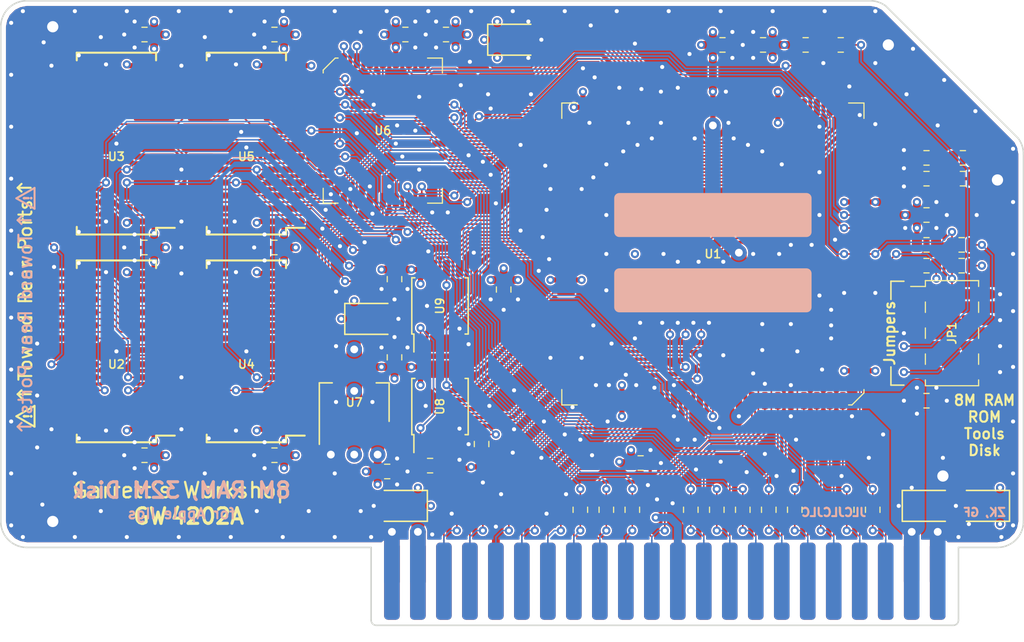
<source format=kicad_pcb>
(kicad_pcb (version 20171130) (host pcbnew "(5.0.1-3-g963ef8bb5)")
  (layers (0 F.Cu signal) (1 In1.Cu power) (2 In2.Cu power) (31 B.Cu signal) (34 B.Paste user) (35 F.Paste user) (36 B.SilkS user) (37 F.SilkS user) (38 B.Mask user) (39 F.Mask user) (44 Edge.Cuts user))
  (net 0 "")
  (net 1 +5V)
  (net 2 GND)
  (net 3 /A4)
  (net 4 /D7)
  (net 5 /D6)
  (net 6 /A8)
  (net 7 /A7)
  (net 8 /A6)
  (net 9 /A5)
  (net 10 /A3)
  (net 11 /A2)
  (net 12 /A1)
  (net 13 /A0)
  (net 14 /A9)
  (net 15 /D1)
  (net 16 /D5)
  (net 17 /FA15)
  (net 18 /FA14)
  (net 19 /FA13)
  (net 20 /FA12)
  (net 21 /FA11)
  (net 22 /FA10)
  (net 23 /~CRAS~)
  (net 24 /ABORT)
  (net 25 /PH2)
  (net 26 /~CSEL~)
  (net 27 /~CROMSEL~)
  (net 28 /CROW1)
  (net 29 /CROW0)
  (net 30 /~CCAS~)
  (net 31 /~FWE~)
  (net 32 /D0)
  (net 33 /D2)
  (net 34 /D3)
  (net 35 /D4)
  (net 36 /A10)
  (net 37 "Net-(U3-Pad6)")
  (net 38 "Net-(U2-Pad6)")
  (net 39 /FRA1)
  (net 40 /FRA2)
  (net 41 /FRA0)
  (net 42 /FRA7)
  (net 43 /FRA5)
  (net 44 /FRA4)
  (net 45 /FRA3)
  (net 46 /FRA6)
  (net 47 /FRA8)
  (net 48 /FRA9)
  (net 49 /CRAS)
  (net 50 /~WE~)
  (net 51 /FD1)
  (net 52 /FD3)
  (net 53 /FD5)
  (net 54 /FD4)
  (net 55 /FD6)
  (net 56 /FD0)
  (net 57 /FD7)
  (net 58 /FD2)
  (net 59 /~8MEG~)
  (net 60 "Net-(U1-Pad23)")
  (net 61 "Net-(U1-Pad14)")
  (net 62 "Net-(U1-Pad71)")
  (net 63 "Net-(U1-Pad62)")
  (net 64 /ROM~OE~)
  (net 65 "Net-(U4-Pad6)")
  (net 66 "Net-(U5-Pad6)")
  (net 67 /ROMR~W~)
  (net 68 /ROM~CS~)
  (net 69 /ROMA17)
  (net 70 /ROMA14)
  (net 71 /ROMA13)
  (net 72 /ROMA11)
  (net 73 /ROMA10)
  (net 74 /ROMA12)
  (net 75 /ROMA15)
  (net 76 /ROMA16)
  (net 77 /ROMA18)
  (net 78 /F0D0)
  (net 79 /F0D1)
  (net 80 /F0D2)
  (net 81 /F0D3)
  (net 82 /F1D0)
  (net 83 /F1D1)
  (net 84 /F~CS~)
  (net 85 /CRASd)
  (net 86 +3V3)
  (net 87 /Fclk)
  (net 88 "Net-(C2-Pad1)")
  (net 89 "Net-(R2-Pad2)")
  (net 90 /F1D2)
  (net 91 /F1D3)
  (net 92 /~RAS~0)
  (net 93 /~CAS~1)
  (net 94 /~CAS~0)
  (net 95 /~RAS~1)
  (net 96 /~ROMEN~)
  (net 97 "Net-(JP1-Pad7)")
  (net 98 "Net-(JP1-Pad5)")
  (module Resistor_SMD:R_0805_2012Metric (layer F.Cu) (at 67.183 121.9685 90)
    (fp_text reference R19 hide)
    (fp_text value 10k)
    (pad 1 smd roundrect (at -0.9375 0 90) (size 0.975 1.4) (layers F.Cu F.Paste F.Mask) (net 86 +3V3))
    (pad 2 smd roundrect (at 0.9375 0 90) (size 0.975 1.4) (layers F.Cu F.Paste F.Mask) (net 87 /Fclk))
  )
  (module Resistor_SMD:R_0805_2012Metric (layer F.Cu) (at 62.1515 124.079 180)
    (fp_text reference R20 hide)
    (fp_text value 10k)
    (pad 2 smd roundrect (at 0.9375 0 180) (size 0.975 1.4) (layers F.Cu F.Paste F.Mask) (net 84 /F~CS~))
    (pad 1 smd roundrect (at -0.9375 0 180) (size 0.975 1.4) (layers F.Cu F.Paste F.Mask) (net 86 +3V3))
  )
  (module stdpads:Fiducial (layer F.Cu) (at 117.602 93.599)
    (fp_text reference FD3 hide)
    (fp_text value Fiducial hide)
    (pad ~ smd circle (at 0 0) (size 1 1) (layers F.Cu F.Mask) (clearance 0.575))
  )
  (module stdpads:Fiducial (layer F.Cu) (at 22.733 129.54)
    (fp_text reference FD5 hide)
    (fp_text value Fiducial hide)
    (pad ~ smd circle (at 0 0) (size 1 1) (layers F.Cu F.Mask) (clearance 0.575))
  )
  (module stdpads:Fiducial (layer F.Cu) (at 116.332 124.968)
    (fp_text reference FD4 hide)
    (fp_text value Fiducial hide)
    (pad ~ smd circle (at 0 0) (size 1 1) (layers F.Cu F.Mask) (clearance 0.575))
  )
  (module stdpads:Fiducial (layer F.Cu) (at 105.156 81.153)
    (fp_text reference FD2 hide)
    (fp_text value Fiducial hide)
    (pad ~ smd circle (at 0 0) (size 1 1) (layers F.Cu F.Mask) (clearance 0.575))
  )
  (module stdpads:PasteHole_1.1mm_PTH (layer F.Cu) (at 117.602 96.139)
    (fp_text reference H3 hide)
    (fp_text value " " hide)
    (pad 1 thru_hole circle (at 0 0) (size 2 2) (drill 1.1) (layers *.Cu *.Mask) (net 2 GND))
  )
  (module stdpads:PasteHole_1.1mm_PTH (layer F.Cu) (at 106.934 82.931)
    (fp_text reference H2 hide)
    (fp_text value " " hide)
    (pad 1 thru_hole circle (at 0 0) (size 2 2) (drill 1.1) (layers *.Cu *.Mask) (net 2 GND))
  )
  (module stdpads:PasteHole_1.1mm_PTH (layer F.Cu) (at 112.268 125.095)
    (fp_text reference H4 hide)
    (fp_text value " " hide)
    (pad 1 thru_hole circle (at 0 0) (size 2 2) (drill 1.1) (layers *.Cu *.Mask) (net 2 GND))
  )
  (module stdpads:PasteHole_1.1mm_PTH (layer F.Cu) (at 25.273 81.153)
    (fp_text reference H1 hide)
    (fp_text value " " hide)
    (pad 1 thru_hole circle (at 0 0) (size 2 2) (drill 1.1) (layers *.Cu *.Mask) (net 2 GND))
  )
  (module stdpads:Apple_IIGS-MemoryExpansion (layer F.Cu) (at 85.09 135.382)
    (fp_text reference J1 hide)
    (fp_text value "Memory Expansion")
    (pad 44 smd roundrect (at 26.67 0) (size 1.524 7.54) (layers F.Cu F.Mask) (net 2 GND))
    (pad 43 smd roundrect (at 24.13 0) (size 1.524 7.54) (layers F.Cu F.Mask) (net 1 +5V))
    (pad 42 smd roundrect (at 21.59 0) (size 1.524 7.54) (layers F.Cu F.Mask) (net 17 /FA15))
    (pad 41 smd roundrect (at 19.05 0) (size 1.524 7.54) (layers F.Cu F.Mask) (net 18 /FA14))
    (pad 40 smd roundrect (at 16.51 0) (size 1.524 7.54) (layers F.Cu F.Mask) (net 19 /FA13))
    (pad 39 smd roundrect (at 13.97 0) (size 1.524 7.54) (layers F.Cu F.Mask) (net 20 /FA12))
    (pad 38 smd roundrect (at 11.43 0) (size 1.524 7.54) (layers F.Cu F.Mask) (net 21 /FA11))
    (pad 37 smd roundrect (at 8.89 0) (size 1.524 7.54) (layers F.Cu F.Mask) (net 22 /FA10))
    (pad 36 smd roundrect (at 6.35 0) (size 1.524 7.54) (layers F.Cu F.Mask) (net 51 /FD1))
    (pad 35 smd roundrect (at 3.81 0) (size 1.524 7.54) (layers F.Cu F.Mask) (net 23 /~CRAS~))
    (pad 34 smd roundrect (at 1.27 0) (size 1.524 7.54) (layers F.Cu F.Mask) (net 2 GND))
    (pad 33 smd roundrect (at -1.27 0) (size 1.524 7.54) (layers F.Cu F.Mask) (net 52 /FD3))
    (pad 32 smd roundrect (at -3.81 0) (size 1.524 7.54) (layers F.Cu F.Mask) (net 24 /ABORT))
    (pad 31 smd roundrect (at -6.35 0) (size 1.524 7.54) (layers F.Cu F.Mask) (net 25 /PH2))
    (pad 30 smd roundrect (at -8.89 0) (size 1.524 7.54) (layers F.Cu F.Mask) (net 53 /FD5))
    (pad 29 smd roundrect (at -11.43 0) (size 1.524 7.54) (layers F.Cu F.Mask) (net 54 /FD4))
    (pad 28 smd roundrect (at -13.97 0) (size 1.524 7.54) (layers F.Cu F.Mask) (net 55 /FD6))
    (pad 27 smd roundrect (at -16.51 0) (size 1.524 7.54) (layers F.Cu F.Mask) (net 2 GND))
    (pad 26 smd roundrect (at -19.05 0) (size 1.524 7.54) (layers F.Cu F.Mask) (net 26 /~CSEL~))
    (pad 25 smd roundrect (at -21.59 0) (size 1.524 7.54) (layers F.Cu F.Mask) (net 56 /FD0))
    (pad 24 smd roundrect (at -24.13 0) (size 1.524 7.54) (layers F.Cu F.Mask) (net 1 +5V))
    (pad 23 smd roundrect (at -26.67 0) (size 1.524 7.54) (layers F.Cu F.Mask) (net 2 GND))
    (pad 22 smd roundrect (at -26.67 0) (size 1.524 7.54) (layers B.Cu B.Mask) (net 2 GND))
    (pad 21 smd roundrect (at -24.13 0) (size 1.524 7.54) (layers B.Cu B.Mask) (net 1 +5V))
    (pad 20 smd roundrect (at -21.59 0) (size 1.524 7.54) (layers B.Cu B.Mask) (net 27 /~CROMSEL~))
    (pad 19 smd roundrect (at -19.05 0) (size 1.524 7.54) (layers B.Cu B.Mask) (net 28 /CROW1))
    (pad 18 smd roundrect (at -16.51 0) (size 1.524 7.54) (layers B.Cu B.Mask) (net 29 /CROW0))
    (pad 17 smd roundrect (at -13.97 0) (size 1.524 7.54) (layers B.Cu B.Mask) (net 30 /~CCAS~))
    (pad 16 smd roundrect (at -11.43 0) (size 1.524 7.54) (layers B.Cu B.Mask) (net 57 /FD7))
    (pad 15 smd roundrect (at -8.89 0) (size 1.524 7.54) (layers B.Cu B.Mask) (net 39 /FRA1))
    (pad 14 smd roundrect (at -6.35 0) (size 1.524 7.54) (layers B.Cu B.Mask) (net 40 /FRA2))
    (pad 13 smd roundrect (at -3.81 0) (size 1.524 7.54) (layers B.Cu B.Mask) (net 41 /FRA0))
    (pad 12 smd roundrect (at -1.27 0) (size 1.524 7.54) (layers B.Cu B.Mask) (net 31 /~FWE~))
    (pad 11 smd roundrect (at 1.27 0) (size 1.524 7.54) (layers B.Cu B.Mask) (net 1 +5V))
    (pad 10 smd roundrect (at 3.81 0) (size 1.524 7.54) (layers B.Cu B.Mask) (net 42 /FRA7))
    (pad 9 smd roundrect (at 6.35 0) (size 1.524 7.54) (layers B.Cu B.Mask) (net 43 /FRA5))
    (pad 8 smd roundrect (at 8.89 0) (size 1.524 7.54) (layers B.Cu B.Mask) (net 44 /FRA4))
    (pad 7 smd roundrect (at 11.43 0) (size 1.524 7.54) (layers B.Cu B.Mask) (net 45 /FRA3))
    (pad 6 smd roundrect (at 13.97 0) (size 1.524 7.54) (layers B.Cu B.Mask) (net 46 /FRA6))
    (pad 5 smd roundrect (at 16.51 0) (size 1.524 7.54) (layers B.Cu B.Mask) (net 58 /FD2))
    (pad 4 smd roundrect (at 19.05 0) (size 1.524 7.54) (layers B.Cu B.Mask) (net 47 /FRA8))
    (pad 3 smd roundrect (at 21.59 0) (size 1.524 7.54) (layers B.Cu B.Mask) (net 48 /FRA9))
    (pad 2 smd roundrect (at 24.13 0) (size 1.524 7.54) (layers B.Cu B.Mask) (net 1 +5V))
    (pad 1 smd roundrect (at 26.67 0) (size 1.524 7.54) (layers B.Cu B.Mask) (net 2 GND))
  )
  (module stdpads:PLCC-84 (layer F.Cu) (at 89.789 103.378 180)
    (fp_text reference U1 (at 0 0 180) (layer F.SilkS) (effects (font (size 0.8128 0.8128) (thickness 0.1524))))
    (fp_text value EPM7128S)
    (pad 84 smd roundrect (at 1.27 -14.35 180) (size 0.6 1.7) (layers F.Cu F.Paste F.Mask) (net 28 /CROW1))
    (pad 83 smd roundrect (at 2.54 -14.35 180) (size 0.6 1.7) (layers F.Cu F.Paste F.Mask) (net 25 /PH2))
    (pad 82 smd roundrect (at 3.81 -14.35 180) (size 0.6 1.7) (layers F.Cu F.Paste F.Mask) (net 2 GND))
    (pad 81 smd roundrect (at 5.08 -14.35 180) (size 0.6 1.7) (layers F.Cu F.Paste F.Mask) (net 57 /FD7))
    (pad 80 smd roundrect (at 6.35 -14.35 180) (size 0.6 1.7) (layers F.Cu F.Paste F.Mask) (net 53 /FD5))
    (pad 79 smd roundrect (at 7.62 -14.35 180) (size 0.6 1.7) (layers F.Cu F.Paste F.Mask) (net 54 /FD4))
    (pad 78 smd roundrect (at 8.89 -14.35 180) (size 0.6 1.7) (layers F.Cu F.Paste F.Mask) (net 86 +3V3))
    (pad 77 smd roundrect (at 10.16 -14.35 180) (size 0.6 1.7) (layers F.Cu F.Paste F.Mask) (net 29 /CROW0))
    (pad 76 smd roundrect (at 11.43 -14.35 180) (size 0.6 1.7) (layers F.Cu F.Paste F.Mask) (net 26 /~CSEL~))
    (pad 75 smd roundrect (at 12.7 -14.35 180) (size 0.6 1.7) (layers F.Cu F.Paste F.Mask) (net 56 /FD0))
    (pad 74 smd roundrect (at 14.35 -12.7 180) (size 1.7 0.6) (layers F.Cu F.Paste F.Mask) (net 80 /F0D2))
    (pad 73 smd roundrect (at 14.35 -11.43 180) (size 1.7 0.6) (layers F.Cu F.Paste F.Mask) (net 79 /F0D1))
    (pad 72 smd roundrect (at 14.35 -10.16 180) (size 1.7 0.6) (layers F.Cu F.Paste F.Mask) (net 2 GND))
    (pad 71 smd roundrect (at 14.35 -8.89 180) (size 1.7 0.6) (layers F.Cu F.Paste F.Mask) (net 62 "Net-(U1-Pad71)"))
    (pad 70 smd roundrect (at 14.35 -7.62 180) (size 1.7 0.6) (layers F.Cu F.Paste F.Mask) (net 84 /F~CS~))
    (pad 69 smd roundrect (at 14.35 -6.35 180) (size 1.7 0.6) (layers F.Cu F.Paste F.Mask) (net 81 /F0D3))
    (pad 68 smd roundrect (at 14.35 -5.08 180) (size 1.7 0.6) (layers F.Cu F.Paste F.Mask) (net 87 /Fclk))
    (pad 67 smd roundrect (at 14.35 -3.81 180) (size 1.7 0.6) (layers F.Cu F.Paste F.Mask) (net 78 /F0D0))
    (pad 66 smd roundrect (at 14.35 -2.54 180) (size 1.7 0.6) (layers F.Cu F.Paste F.Mask) (net 86 +3V3))
    (pad 65 smd roundrect (at 14.35 -1.27 180) (size 1.7 0.6) (layers F.Cu F.Paste F.Mask) (net 90 /F1D2))
    (pad 64 smd roundrect (at 14.35 0 180) (size 1.7 0.6) (layers F.Cu F.Paste F.Mask) (net 83 /F1D1))
    (pad 63 smd roundrect (at 14.35 1.27 180) (size 1.7 0.6) (layers F.Cu F.Paste F.Mask) (net 82 /F1D0))
    (pad 62 smd roundrect (at 14.35 2.54 180) (size 1.7 0.6) (layers F.Cu F.Paste F.Mask) (net 63 "Net-(U1-Pad62)"))
    (pad 61 smd roundrect (at 14.35 3.81 180) (size 1.7 0.6) (layers F.Cu F.Paste F.Mask) (net 91 /F1D3))
    (pad 60 smd roundrect (at 14.35 5.08 180) (size 1.7 0.6) (layers F.Cu F.Paste F.Mask) (net 93 /~CAS~1))
    (pad 59 smd roundrect (at 14.35 6.35 180) (size 1.7 0.6) (layers F.Cu F.Paste F.Mask) (net 2 GND))
    (pad 58 smd roundrect (at 14.35 7.62 180) (size 1.7 0.6) (layers F.Cu F.Paste F.Mask) (net 92 /~RAS~0))
    (pad 57 smd roundrect (at 14.35 8.89 180) (size 1.7 0.6) (layers F.Cu F.Paste F.Mask) (net 33 /D2))
    (pad 56 smd roundrect (at 14.35 10.16 180) (size 1.7 0.6) (layers F.Cu F.Paste F.Mask) (net 34 /D3))
    (pad 55 smd roundrect (at 14.35 11.43 180) (size 1.7 0.6) (layers F.Cu F.Paste F.Mask) (net 68 /ROM~CS~))
    (pad 54 smd roundrect (at 14.35 12.7 180) (size 1.7 0.6) (layers F.Cu F.Paste F.Mask) (net 73 /ROMA10))
    (pad 53 smd roundrect (at 12.7 14.35 180) (size 0.6 1.7) (layers F.Cu F.Paste F.Mask) (net 86 +3V3))
    (pad 52 smd roundrect (at 11.43 14.35 180) (size 0.6 1.7) (layers F.Cu F.Paste F.Mask) (net 35 /D4))
    (pad 51 smd roundrect (at 10.16 14.35 180) (size 0.6 1.7) (layers F.Cu F.Paste F.Mask) (net 5 /D6))
    (pad 50 smd roundrect (at 8.89 14.35 180) (size 0.6 1.7) (layers F.Cu F.Paste F.Mask) (net 9 /A5))
    (pad 49 smd roundrect (at 7.62 14.35 180) (size 0.6 1.7) (layers F.Cu F.Paste F.Mask) (net 76 /ROMA16))
    (pad 48 smd roundrect (at 6.35 14.35 180) (size 0.6 1.7) (layers F.Cu F.Paste F.Mask) (net 71 /ROMA13))
    (pad 47 smd roundrect (at 5.08 14.35 180) (size 0.6 1.7) (layers F.Cu F.Paste F.Mask) (net 2 GND))
    (pad 46 smd roundrect (at 3.81 14.35 180) (size 0.6 1.7) (layers F.Cu F.Paste F.Mask) (net 77 /ROMA18))
    (pad 45 smd roundrect (at 2.54 14.35 180) (size 0.6 1.7) (layers F.Cu F.Paste F.Mask) (net 70 /ROMA14))
    (pad 44 smd roundrect (at 1.27 14.35 180) (size 0.6 1.7) (layers F.Cu F.Paste F.Mask) (net 69 /ROMA17))
    (pad 43 smd roundrect (at 0 14.35 180) (size 0.6 1.7) (layers F.Cu F.Paste F.Mask) (net 1 +5V))
    (pad 42 smd roundrect (at -1.27 14.35 180) (size 0.6 1.7) (layers F.Cu F.Paste F.Mask) (net 2 GND))
    (pad 41 smd roundrect (at -2.54 14.35 180) (size 0.6 1.7) (layers F.Cu F.Paste F.Mask) (net 67 /ROMR~W~))
    (pad 40 smd roundrect (at -3.81 14.35 180) (size 0.6 1.7) (layers F.Cu F.Paste F.Mask) (net 16 /D5))
    (pad 39 smd roundrect (at -5.08 14.35 180) (size 0.6 1.7) (layers F.Cu F.Paste F.Mask) (net 64 /ROM~OE~))
    (pad 38 smd roundrect (at -6.35 14.35 180) (size 0.6 1.7) (layers F.Cu F.Paste F.Mask) (net 86 +3V3))
    (pad 37 smd roundrect (at -7.62 14.35 180) (size 0.6 1.7) (layers F.Cu F.Paste F.Mask) (net 4 /D7))
    (pad 36 smd roundrect (at -8.89 14.35 180) (size 0.6 1.7) (layers F.Cu F.Paste F.Mask) (net 15 /D1))
    (pad 35 smd roundrect (at -10.16 14.35 180) (size 0.6 1.7) (layers F.Cu F.Paste F.Mask) (net 32 /D0))
    (pad 34 smd roundrect (at -11.43 14.35 180) (size 0.6 1.7) (layers F.Cu F.Paste F.Mask) (net 94 /~CAS~0))
    (pad 33 smd roundrect (at -12.7 14.35 180) (size 0.6 1.7) (layers F.Cu F.Paste F.Mask) (net 50 /~WE~))
    (pad 32 smd roundrect (at -14.35 12.7 180) (size 1.7 0.6) (layers F.Cu F.Paste F.Mask) (net 2 GND))
    (pad 31 smd roundrect (at -14.35 11.43 180) (size 1.7 0.6) (layers F.Cu F.Paste F.Mask) (net 95 /~RAS~1))
    (pad 30 smd roundrect (at -14.35 10.16 180) (size 1.7 0.6) (layers F.Cu F.Paste F.Mask) (net 85 /CRASd))
    (pad 29 smd roundrect (at -14.35 8.89 180) (size 1.7 0.6) (layers F.Cu F.Paste F.Mask) (net 49 /CRAS))
    (pad 28 smd roundrect (at -14.35 7.62 180) (size 1.7 0.6) (layers F.Cu F.Paste F.Mask) (net 89 "Net-(R2-Pad2)"))
    (pad 27 smd roundrect (at -14.35 6.35 180) (size 1.7 0.6) (layers F.Cu F.Paste F.Mask) (net 88 "Net-(C2-Pad1)"))
    (pad 26 smd roundrect (at -14.35 5.08 180) (size 1.7 0.6) (layers F.Cu F.Paste F.Mask) (net 86 +3V3))
    (pad 25 smd roundrect (at -14.35 3.81 180) (size 1.7 0.6) (layers F.Cu F.Paste F.Mask) (net 75 /ROMA15))
    (pad 24 smd roundrect (at -14.35 2.54 180) (size 1.7 0.6) (layers F.Cu F.Paste F.Mask) (net 74 /ROMA12))
    (pad 23 smd roundrect (at -14.35 1.27 180) (size 1.7 0.6) (layers F.Cu F.Paste F.Mask) (net 60 "Net-(U1-Pad23)"))
    (pad 22 smd roundrect (at -14.35 0 180) (size 1.7 0.6) (layers F.Cu F.Paste F.Mask) (net 72 /ROMA11))
    (pad 21 smd roundrect (at -14.35 -1.27 180) (size 1.7 0.6) (layers F.Cu F.Paste F.Mask) (net 96 /~ROMEN~))
    (pad 20 smd roundrect (at -14.35 -2.54 180) (size 1.7 0.6) (layers F.Cu F.Paste F.Mask) (net 55 /FD6))
    (pad 19 smd roundrect (at -14.35 -3.81 180) (size 1.7 0.6) (layers F.Cu F.Paste F.Mask) (net 2 GND))
    (pad 18 smd roundrect (at -14.35 -5.08 180) (size 1.7 0.6) (layers F.Cu F.Paste F.Mask) (net 30 /~CCAS~))
    (pad 17 smd roundrect (at -14.35 -6.35 180) (size 1.7 0.6) (layers F.Cu F.Paste F.Mask) (net 31 /~FWE~))
    (pad 16 smd roundrect (at -14.35 -7.62 180) (size 1.7 0.6) (layers F.Cu F.Paste F.Mask) (net 51 /FD1))
    (pad 15 smd roundrect (at -14.35 -8.89 180) (size 1.7 0.6) (layers F.Cu F.Paste F.Mask) (net 21 /FA11))
    (pad 14 smd roundrect (at -14.35 -10.16 180) (size 1.7 0.6) (layers F.Cu F.Paste F.Mask) (net 61 "Net-(U1-Pad14)"))
    (pad 13 smd roundrect (at -14.35 -11.43 180) (size 1.7 0.6) (layers F.Cu F.Paste F.Mask) (net 86 +3V3))
    (pad 12 smd roundrect (at -14.35 -12.7 180) (size 1.7 0.6) (layers F.Cu F.Paste F.Mask) (net 17 /FA15))
    (pad 11 smd roundrect (at -12.7 -14.35 180) (size 0.6 1.7) (layers F.Cu F.Paste F.Mask) (net 18 /FA14))
    (pad 10 smd roundrect (at -11.43 -14.35 180) (size 0.6 1.7) (layers F.Cu F.Paste F.Mask) (net 19 /FA13))
    (pad 9 smd roundrect (at -10.16 -14.35 180) (size 0.6 1.7) (layers F.Cu F.Paste F.Mask) (net 58 /FD2))
    (pad 8 smd roundrect (at -8.89 -14.35 180) (size 0.6 1.7) (layers F.Cu F.Paste F.Mask) (net 20 /FA12))
    (pad 7 smd roundrect (at -7.62 -14.35 180) (size 0.6 1.7) (layers F.Cu F.Paste F.Mask) (net 2 GND))
    (pad 6 smd roundrect (at -6.35 -14.35 180) (size 0.6 1.7) (layers F.Cu F.Paste F.Mask) (net 22 /FA10))
    (pad 5 smd roundrect (at -5.08 -14.35 180) (size 0.6 1.7) (layers F.Cu F.Paste F.Mask) (net 23 /~CRAS~))
    (pad 4 smd roundrect (at -3.81 -14.35 180) (size 0.6 1.7) (layers F.Cu F.Paste F.Mask) (net 52 /FD3))
    (pad 3 smd roundrect (at -2.54 -14.35 180) (size 0.6 1.7) (layers F.Cu F.Paste F.Mask) (net 1 +5V))
    (pad 2 smd roundrect (at -1.27 -14.35 180) (size 0.6 1.7) (layers F.Cu F.Paste F.Mask) (net 27 /~CROMSEL~))
    (pad 1 smd roundrect (at 0 -14.35 180) (size 0.6 1.7) (layers F.Cu F.Paste F.Mask) (net 59 /~8MEG~))
  )
  (module stdpads:PLCC-32 (layer F.Cu) (at 57.531 91.313)
    (fp_text reference U6 (at 0 0) (layer F.SilkS) (effects (font (size 0.8128 0.8128) (thickness 0.1524))))
    (fp_text value ROM)
    (pad 32 smd roundrect (at 1.27 -6.8375) (size 0.6 1.475) (layers F.Cu F.Paste F.Mask) (net 1 +5V))
    (pad 31 smd roundrect (at 2.54 -6.8375) (size 0.6 1.475) (layers F.Cu F.Paste F.Mask) (net 67 /ROMR~W~))
    (pad 30 smd roundrect (at 3.81 -6.8375) (size 0.6 1.475) (layers F.Cu F.Paste F.Mask) (net 69 /ROMA17))
    (pad 29 smd roundrect (at 5.5625 -5.08) (size 1.475 0.6) (layers F.Cu F.Paste F.Mask) (net 70 /ROMA14))
    (pad 28 smd roundrect (at 5.5625 -3.81) (size 1.475 0.6) (layers F.Cu F.Paste F.Mask) (net 71 /ROMA13))
    (pad 27 smd roundrect (at 5.5625 -2.54) (size 1.475 0.6) (layers F.Cu F.Paste F.Mask) (net 3 /A4))
    (pad 26 smd roundrect (at 5.5625 -1.27) (size 1.475 0.6) (layers F.Cu F.Paste F.Mask) (net 8 /A6))
    (pad 25 smd roundrect (at 5.5625 0) (size 1.475 0.6) (layers F.Cu F.Paste F.Mask) (net 72 /ROMA11))
    (pad 24 smd roundrect (at 5.5625 1.27) (size 1.475 0.6) (layers F.Cu F.Paste F.Mask) (net 64 /ROM~OE~))
    (pad 23 smd roundrect (at 5.5625 2.54) (size 1.475 0.6) (layers F.Cu F.Paste F.Mask) (net 73 /ROMA10))
    (pad 22 smd roundrect (at 5.5625 3.81) (size 1.475 0.6) (layers F.Cu F.Paste F.Mask) (net 68 /ROM~CS~))
    (pad 21 smd roundrect (at 5.5625 5.08) (size 1.475 0.6) (layers F.Cu F.Paste F.Mask) (net 34 /D3))
    (pad 20 smd roundrect (at 3.81 6.8375) (size 0.6 1.475) (layers F.Cu F.Paste F.Mask) (net 32 /D0))
    (pad 19 smd roundrect (at 2.54 6.8375) (size 0.6 1.475) (layers F.Cu F.Paste F.Mask) (net 33 /D2))
    (pad 18 smd roundrect (at 1.27 6.8375) (size 0.6 1.475) (layers F.Cu F.Paste F.Mask) (net 15 /D1))
    (pad 17 smd roundrect (at 0 6.8375) (size 0.6 1.475) (layers F.Cu F.Paste F.Mask) (net 4 /D7))
    (pad 16 smd roundrect (at -1.27 6.8375) (size 0.6 1.475) (layers F.Cu F.Paste F.Mask) (net 2 GND))
    (pad 15 smd roundrect (at -2.54 6.8375) (size 0.6 1.475) (layers F.Cu F.Paste F.Mask) (net 35 /D4))
    (pad 14 smd roundrect (at -3.81 6.8375) (size 0.6 1.475) (layers F.Cu F.Paste F.Mask) (net 5 /D6))
    (pad 13 smd roundrect (at -5.5625 5.08) (size 1.475 0.6) (layers F.Cu F.Paste F.Mask) (net 16 /D5))
    (pad 12 smd roundrect (at -5.5625 3.81) (size 1.475 0.6) (layers F.Cu F.Paste F.Mask) (net 14 /A9))
    (pad 11 smd roundrect (at -5.5625 2.54) (size 1.475 0.6) (layers F.Cu F.Paste F.Mask) (net 6 /A8))
    (pad 10 smd roundrect (at -5.5625 1.27) (size 1.475 0.6) (layers F.Cu F.Paste F.Mask) (net 7 /A7))
    (pad 9 smd roundrect (at -5.5625 0) (size 1.475 0.6) (layers F.Cu F.Paste F.Mask) (net 36 /A10))
    (pad 8 smd roundrect (at -5.5625 -1.27) (size 1.475 0.6) (layers F.Cu F.Paste F.Mask) (net 13 /A0))
    (pad 7 smd roundrect (at -5.5625 -2.54) (size 1.475 0.6) (layers F.Cu F.Paste F.Mask) (net 12 /A1))
    (pad 6 smd roundrect (at -5.5625 -3.81) (size 1.475 0.6) (layers F.Cu F.Paste F.Mask) (net 11 /A2))
    (pad 5 smd roundrect (at -5.5625 -5.08) (size 1.475 0.6) (layers F.Cu F.Paste F.Mask) (net 10 /A3))
    (pad 4 smd roundrect (at -3.81 -6.8375) (size 0.6 1.475) (layers F.Cu F.Paste F.Mask) (net 74 /ROMA12))
    (pad 3 smd roundrect (at -2.54 -6.8375) (size 0.6 1.475) (layers F.Cu F.Paste F.Mask) (net 75 /ROMA15))
    (pad 2 smd roundrect (at -1.27 -6.8375) (size 0.6 1.475) (layers F.Cu F.Paste F.Mask) (net 76 /ROMA16))
    (pad 1 smd roundrect (at 0 -6.8375) (size 0.6 1.475) (layers F.Cu F.Paste F.Mask) (net 77 /ROMA18))
  )
  (module stdpads:SOP-24-26-300mil (layer F.Cu) (at 44.196 112.903 180)
    (fp_text reference U4 (at 0 -1.27 180) (layer F.SilkS) (effects (font (size 0.8128 0.8128) (thickness 0.1524))))
    (fp_text value "4M x 4")
    (pad 8 smd roundrect (at -3.7 1.27 180) (size 4 0.6) (layers F.Cu F.Mask) (net 3 /A4))
    (pad 19 smd roundrect (at 3.7 1.27 180) (size 4 0.6) (layers F.Cu F.Mask) (net 10 /A3))
    (pad 6 smd roundrect (at -3.7 -1.27 180) (size 4 0.6) (layers F.Cu F.Mask) (net 65 "Net-(U4-Pad6)"))
    (pad 21 smd roundrect (at 3.7 -1.27 180) (size 4 0.6) (layers F.Cu F.Mask) (net 14 /A9))
    (pad 1 smd roundrect (at -3.7 -7.62 180) (size 4 0.6) (layers F.Cu F.Mask) (net 1 +5V))
    (pad 2 smd roundrect (at -3.7 -6.35 180) (size 4 0.6) (layers F.Cu F.Mask) (net 32 /D0))
    (pad 3 smd roundrect (at -3.7 -5.08 180) (size 4 0.6) (layers F.Cu F.Mask) (net 15 /D1))
    (pad 4 smd roundrect (at -3.7 -3.81 180) (size 4 0.6) (layers F.Cu F.Mask) (net 50 /~WE~))
    (pad 5 smd roundrect (at -3.7 -2.54 180) (size 4 0.6) (layers F.Cu F.Mask) (net 95 /~RAS~1))
    (pad 9 smd roundrect (at -3.7 2.54 180) (size 4 0.6) (layers F.Cu F.Mask) (net 9 /A5))
    (pad 10 smd roundrect (at -3.7 3.81 180) (size 4 0.6) (layers F.Cu F.Mask) (net 8 /A6))
    (pad 11 smd roundrect (at -3.7 5.08 180) (size 4 0.6) (layers F.Cu F.Mask) (net 7 /A7))
    (pad 12 smd roundrect (at -3.7 6.35 180) (size 4 0.6) (layers F.Cu F.Mask) (net 6 /A8))
    (pad 13 smd roundrect (at -3.7 7.62 180) (size 4 0.6) (layers F.Cu F.Mask) (net 1 +5V))
    (pad 15 smd roundrect (at 3.7 6.35 180) (size 4 0.6) (layers F.Cu F.Mask) (net 36 /A10))
    (pad 16 smd roundrect (at 3.7 5.08 180) (size 4 0.6) (layers F.Cu F.Mask) (net 13 /A0))
    (pad 17 smd roundrect (at 3.7 3.81 180) (size 4 0.6) (layers F.Cu F.Mask) (net 12 /A1))
    (pad 18 smd roundrect (at 3.7 2.54 180) (size 4 0.6) (layers F.Cu F.Mask) (net 11 /A2))
    (pad 22 smd roundrect (at 3.7 -2.54 180) (size 4 0.6) (layers F.Cu F.Mask) (net 2 GND))
    (pad 23 smd roundrect (at 3.7 -3.81 180) (size 4 0.6) (layers F.Cu F.Mask) (net 93 /~CAS~1))
    (pad 24 smd roundrect (at 3.7 -5.08 180) (size 4 0.6) (layers F.Cu F.Mask) (net 33 /D2))
    (pad 25 smd roundrect (at 3.7 -6.35 180) (size 4 0.6) (layers F.Cu F.Mask) (net 34 /D3))
    (pad 26 smd roundrect (at 3.7 -7.62 180) (size 4 0.6) (layers F.Cu F.Mask) (net 2 GND))
    (pad 14 smd roundrect (at 3.7 7.62 180) (size 4 0.6) (layers F.Cu F.Mask) (net 2 GND))
    (pad 1 smd roundrect (at -4.45 -7.62 180) (size 2.5 0.6) (layers F.Cu F.Paste F.Mask) (net 1 +5V))
    (pad 2 smd roundrect (at -4.45 -6.35 180) (size 2.5 0.6) (layers F.Cu F.Paste F.Mask) (net 32 /D0))
    (pad 3 smd roundrect (at -4.45 -5.08 180) (size 2.5 0.6) (layers F.Cu F.Paste F.Mask) (net 15 /D1))
    (pad 4 smd roundrect (at -4.45 -3.81 180) (size 2.5 0.6) (layers F.Cu F.Paste F.Mask) (net 50 /~WE~))
    (pad 5 smd roundrect (at -4.45 -2.54 180) (size 2.5 0.6) (layers F.Cu F.Paste F.Mask) (net 95 /~RAS~1))
    (pad 6 smd roundrect (at -4.45 -1.27 180) (size 2.5 0.6) (layers F.Cu F.Paste F.Mask) (net 65 "Net-(U4-Pad6)"))
    (pad 8 smd roundrect (at -4.45 1.27 180) (size 2.5 0.6) (layers F.Cu F.Paste F.Mask) (net 3 /A4))
    (pad 9 smd roundrect (at -4.45 2.54 180) (size 2.5 0.6) (layers F.Cu F.Paste F.Mask) (net 9 /A5))
    (pad 10 smd roundrect (at -4.45 3.81 180) (size 2.5 0.6) (layers F.Cu F.Paste F.Mask) (net 8 /A6))
    (pad 11 smd roundrect (at -4.45 5.08 180) (size 2.5 0.6) (layers F.Cu F.Paste F.Mask) (net 7 /A7))
    (pad 12 smd roundrect (at -4.45 6.35 180) (size 2.5 0.6) (layers F.Cu F.Paste F.Mask) (net 6 /A8))
    (pad 13 smd roundrect (at -4.45 7.62 180) (size 2.5 0.6) (layers F.Cu F.Paste F.Mask) (net 1 +5V))
    (pad 14 smd roundrect (at 4.45 7.62 180) (size 2.5 0.6) (layers F.Cu F.Paste F.Mask) (net 2 GND))
    (pad 15 smd roundrect (at 4.45 6.35 180) (size 2.5 0.6) (layers F.Cu F.Paste F.Mask) (net 36 /A10))
    (pad 16 smd roundrect (at 4.45 5.08 180) (size 2.5 0.6) (layers F.Cu F.Paste F.Mask) (net 13 /A0))
    (pad 17 smd roundrect (at 4.45 3.81 180) (size 2.5 0.6) (layers F.Cu F.Paste F.Mask) (net 12 /A1))
    (pad 18 smd roundrect (at 4.45 2.54 180) (size 2.5 0.6) (layers F.Cu F.Paste F.Mask) (net 11 /A2))
    (pad 19 smd roundrect (at 4.45 1.27 180) (size 2.5 0.6) (layers F.Cu F.Paste F.Mask) (net 10 /A3))
    (pad 21 smd roundrect (at 4.45 -1.27 180) (size 2.5 0.6) (layers F.Cu F.Paste F.Mask) (net 14 /A9))
    (pad 22 smd roundrect (at 4.45 -2.54 180) (size 2.5 0.6) (layers F.Cu F.Paste F.Mask) (net 2 GND))
    (pad 23 smd roundrect (at 4.45 -3.81 180) (size 2.5 0.6) (layers F.Cu F.Paste F.Mask) (net 93 /~CAS~1))
    (pad 24 smd roundrect (at 4.45 -5.08 180) (size 2.5 0.6) (layers F.Cu F.Paste F.Mask) (net 33 /D2))
    (pad 25 smd roundrect (at 4.45 -6.35 180) (size 2.5 0.6) (layers F.Cu F.Paste F.Mask) (net 34 /D3))
    (pad 26 smd roundrect (at 4.45 -7.62 180) (size 2.5 0.6) (layers F.Cu F.Paste F.Mask) (net 2 GND))
  )
  (module stdpads:SOP-24-26-300mil (layer F.Cu) (at 31.496 92.583 180)
    (fp_text reference U3 (at 0 -1.27 180) (layer F.SilkS) (effects (font (size 0.8128 0.8128) (thickness 0.1524))))
    (fp_text value "4M x 4")
    (pad 8 smd roundrect (at -3.7 1.27 180) (size 4 0.6) (layers F.Cu F.Mask) (net 36 /A10))
    (pad 19 smd roundrect (at 3.7 1.27 180) (size 4 0.6) (layers F.Cu F.Mask) (net 6 /A8))
    (pad 6 smd roundrect (at -3.7 -1.27 180) (size 4 0.6) (layers F.Cu F.Mask) (net 37 "Net-(U3-Pad6)"))
    (pad 21 smd roundrect (at 3.7 -1.27 180) (size 4 0.6) (layers F.Cu F.Mask) (net 14 /A9))
    (pad 1 smd roundrect (at -3.7 -7.62 180) (size 4 0.6) (layers F.Cu F.Mask) (net 1 +5V))
    (pad 2 smd roundrect (at -3.7 -6.35 180) (size 4 0.6) (layers F.Cu F.Mask) (net 35 /D4))
    (pad 3 smd roundrect (at -3.7 -5.08 180) (size 4 0.6) (layers F.Cu F.Mask) (net 16 /D5))
    (pad 4 smd roundrect (at -3.7 -3.81 180) (size 4 0.6) (layers F.Cu F.Mask) (net 50 /~WE~))
    (pad 5 smd roundrect (at -3.7 -2.54 180) (size 4 0.6) (layers F.Cu F.Mask) (net 92 /~RAS~0))
    (pad 9 smd roundrect (at -3.7 2.54 180) (size 4 0.6) (layers F.Cu F.Mask) (net 13 /A0))
    (pad 10 smd roundrect (at -3.7 3.81 180) (size 4 0.6) (layers F.Cu F.Mask) (net 12 /A1))
    (pad 11 smd roundrect (at -3.7 5.08 180) (size 4 0.6) (layers F.Cu F.Mask) (net 11 /A2))
    (pad 12 smd roundrect (at -3.7 6.35 180) (size 4 0.6) (layers F.Cu F.Mask) (net 10 /A3))
    (pad 13 smd roundrect (at -3.7 7.62 180) (size 4 0.6) (layers F.Cu F.Mask) (net 1 +5V))
    (pad 15 smd roundrect (at 3.7 6.35 180) (size 4 0.6) (layers F.Cu F.Mask) (net 3 /A4))
    (pad 16 smd roundrect (at 3.7 5.08 180) (size 4 0.6) (layers F.Cu F.Mask) (net 9 /A5))
    (pad 17 smd roundrect (at 3.7 3.81 180) (size 4 0.6) (layers F.Cu F.Mask) (net 8 /A6))
    (pad 18 smd roundrect (at 3.7 2.54 180) (size 4 0.6) (layers F.Cu F.Mask) (net 7 /A7))
    (pad 22 smd roundrect (at 3.7 -2.54 180) (size 4 0.6) (layers F.Cu F.Mask) (net 2 GND))
    (pad 23 smd roundrect (at 3.7 -3.81 180) (size 4 0.6) (layers F.Cu F.Mask) (net 94 /~CAS~0))
    (pad 24 smd roundrect (at 3.7 -5.08 180) (size 4 0.6) (layers F.Cu F.Mask) (net 5 /D6))
    (pad 25 smd roundrect (at 3.7 -6.35 180) (size 4 0.6) (layers F.Cu F.Mask) (net 4 /D7))
    (pad 26 smd roundrect (at 3.7 -7.62 180) (size 4 0.6) (layers F.Cu F.Mask) (net 2 GND))
    (pad 14 smd roundrect (at 3.7 7.62 180) (size 4 0.6) (layers F.Cu F.Mask) (net 2 GND))
    (pad 1 smd roundrect (at -4.45 -7.62 180) (size 2.5 0.6) (layers F.Cu F.Paste F.Mask) (net 1 +5V))
    (pad 2 smd roundrect (at -4.45 -6.35 180) (size 2.5 0.6) (layers F.Cu F.Paste F.Mask) (net 35 /D4))
    (pad 3 smd roundrect (at -4.45 -5.08 180) (size 2.5 0.6) (layers F.Cu F.Paste F.Mask) (net 16 /D5))
    (pad 4 smd roundrect (at -4.45 -3.81 180) (size 2.5 0.6) (layers F.Cu F.Paste F.Mask) (net 50 /~WE~))
    (pad 5 smd roundrect (at -4.45 -2.54 180) (size 2.5 0.6) (layers F.Cu F.Paste F.Mask) (net 92 /~RAS~0))
    (pad 6 smd roundrect (at -4.45 -1.27 180) (size 2.5 0.6) (layers F.Cu F.Paste F.Mask) (net 37 "Net-(U3-Pad6)"))
    (pad 8 smd roundrect (at -4.45 1.27 180) (size 2.5 0.6) (layers F.Cu F.Paste F.Mask) (net 36 /A10))
    (pad 9 smd roundrect (at -4.45 2.54 180) (size 2.5 0.6) (layers F.Cu F.Paste F.Mask) (net 13 /A0))
    (pad 10 smd roundrect (at -4.45 3.81 180) (size 2.5 0.6) (layers F.Cu F.Paste F.Mask) (net 12 /A1))
    (pad 11 smd roundrect (at -4.45 5.08 180) (size 2.5 0.6) (layers F.Cu F.Paste F.Mask) (net 11 /A2))
    (pad 12 smd roundrect (at -4.45 6.35 180) (size 2.5 0.6) (layers F.Cu F.Paste F.Mask) (net 10 /A3))
    (pad 13 smd roundrect (at -4.45 7.62 180) (size 2.5 0.6) (layers F.Cu F.Paste F.Mask) (net 1 +5V))
    (pad 14 smd roundrect (at 4.45 7.62 180) (size 2.5 0.6) (layers F.Cu F.Paste F.Mask) (net 2 GND))
    (pad 15 smd roundrect (at 4.45 6.35 180) (size 2.5 0.6) (layers F.Cu F.Paste F.Mask) (net 3 /A4))
    (pad 16 smd roundrect (at 4.45 5.08 180) (size 2.5 0.6) (layers F.Cu F.Paste F.Mask) (net 9 /A5))
    (pad 17 smd roundrect (at 4.45 3.81 180) (size 2.5 0.6) (layers F.Cu F.Paste F.Mask) (net 8 /A6))
    (pad 18 smd roundrect (at 4.45 2.54 180) (size 2.5 0.6) (layers F.Cu F.Paste F.Mask) (net 7 /A7))
    (pad 19 smd roundrect (at 4.45 1.27 180) (size 2.5 0.6) (layers F.Cu F.Paste F.Mask) (net 6 /A8))
    (pad 21 smd roundrect (at 4.45 -1.27 180) (size 2.5 0.6) (layers F.Cu F.Paste F.Mask) (net 14 /A9))
    (pad 22 smd roundrect (at 4.45 -2.54 180) (size 2.5 0.6) (layers F.Cu F.Paste F.Mask) (net 2 GND))
    (pad 23 smd roundrect (at 4.45 -3.81 180) (size 2.5 0.6) (layers F.Cu F.Paste F.Mask) (net 94 /~CAS~0))
    (pad 24 smd roundrect (at 4.45 -5.08 180) (size 2.5 0.6) (layers F.Cu F.Paste F.Mask) (net 5 /D6))
    (pad 25 smd roundrect (at 4.45 -6.35 180) (size 2.5 0.6) (layers F.Cu F.Paste F.Mask) (net 4 /D7))
    (pad 26 smd roundrect (at 4.45 -7.62 180) (size 2.5 0.6) (layers F.Cu F.Paste F.Mask) (net 2 GND))
  )
  (module stdpads:SOP-24-26-300mil (layer F.Cu) (at 31.496 112.903 180)
    (fp_text reference U2 (at 0 -1.27 180) (layer F.SilkS) (effects (font (size 0.8128 0.8128) (thickness 0.1524))))
    (fp_text value "4M x 4")
    (pad 8 smd roundrect (at -3.7 1.27 180) (size 4 0.6) (layers F.Cu F.Mask) (net 3 /A4))
    (pad 19 smd roundrect (at 3.7 1.27 180) (size 4 0.6) (layers F.Cu F.Mask) (net 10 /A3))
    (pad 6 smd roundrect (at -3.7 -1.27 180) (size 4 0.6) (layers F.Cu F.Mask) (net 38 "Net-(U2-Pad6)"))
    (pad 21 smd roundrect (at 3.7 -1.27 180) (size 4 0.6) (layers F.Cu F.Mask) (net 14 /A9))
    (pad 1 smd roundrect (at -3.7 -7.62 180) (size 4 0.6) (layers F.Cu F.Mask) (net 1 +5V))
    (pad 2 smd roundrect (at -3.7 -6.35 180) (size 4 0.6) (layers F.Cu F.Mask) (net 32 /D0))
    (pad 3 smd roundrect (at -3.7 -5.08 180) (size 4 0.6) (layers F.Cu F.Mask) (net 15 /D1))
    (pad 4 smd roundrect (at -3.7 -3.81 180) (size 4 0.6) (layers F.Cu F.Mask) (net 50 /~WE~))
    (pad 5 smd roundrect (at -3.7 -2.54 180) (size 4 0.6) (layers F.Cu F.Mask) (net 92 /~RAS~0))
    (pad 9 smd roundrect (at -3.7 2.54 180) (size 4 0.6) (layers F.Cu F.Mask) (net 9 /A5))
    (pad 10 smd roundrect (at -3.7 3.81 180) (size 4 0.6) (layers F.Cu F.Mask) (net 8 /A6))
    (pad 11 smd roundrect (at -3.7 5.08 180) (size 4 0.6) (layers F.Cu F.Mask) (net 7 /A7))
    (pad 12 smd roundrect (at -3.7 6.35 180) (size 4 0.6) (layers F.Cu F.Mask) (net 6 /A8))
    (pad 13 smd roundrect (at -3.7 7.62 180) (size 4 0.6) (layers F.Cu F.Mask) (net 1 +5V))
    (pad 15 smd roundrect (at 3.7 6.35 180) (size 4 0.6) (layers F.Cu F.Mask) (net 36 /A10))
    (pad 16 smd roundrect (at 3.7 5.08 180) (size 4 0.6) (layers F.Cu F.Mask) (net 13 /A0))
    (pad 17 smd roundrect (at 3.7 3.81 180) (size 4 0.6) (layers F.Cu F.Mask) (net 12 /A1))
    (pad 18 smd roundrect (at 3.7 2.54 180) (size 4 0.6) (layers F.Cu F.Mask) (net 11 /A2))
    (pad 22 smd roundrect (at 3.7 -2.54 180) (size 4 0.6) (layers F.Cu F.Mask) (net 2 GND))
    (pad 23 smd roundrect (at 3.7 -3.81 180) (size 4 0.6) (layers F.Cu F.Mask) (net 94 /~CAS~0))
    (pad 24 smd roundrect (at 3.7 -5.08 180) (size 4 0.6) (layers F.Cu F.Mask) (net 33 /D2))
    (pad 25 smd roundrect (at 3.7 -6.35 180) (size 4 0.6) (layers F.Cu F.Mask) (net 34 /D3))
    (pad 26 smd roundrect (at 3.7 -7.62 180) (size 4 0.6) (layers F.Cu F.Mask) (net 2 GND))
    (pad 14 smd roundrect (at 3.7 7.62 180) (size 4 0.6) (layers F.Cu F.Mask) (net 2 GND))
    (pad 1 smd roundrect (at -4.45 -7.62 180) (size 2.5 0.6) (layers F.Cu F.Paste F.Mask) (net 1 +5V))
    (pad 2 smd roundrect (at -4.45 -6.35 180) (size 2.5 0.6) (layers F.Cu F.Paste F.Mask) (net 32 /D0))
    (pad 3 smd roundrect (at -4.45 -5.08 180) (size 2.5 0.6) (layers F.Cu F.Paste F.Mask) (net 15 /D1))
    (pad 4 smd roundrect (at -4.45 -3.81 180) (size 2.5 0.6) (layers F.Cu F.Paste F.Mask) (net 50 /~WE~))
    (pad 5 smd roundrect (at -4.45 -2.54 180) (size 2.5 0.6) (layers F.Cu F.Paste F.Mask) (net 92 /~RAS~0))
    (pad 6 smd roundrect (at -4.45 -1.27 180) (size 2.5 0.6) (layers F.Cu F.Paste F.Mask) (net 38 "Net-(U2-Pad6)"))
    (pad 8 smd roundrect (at -4.45 1.27 180) (size 2.5 0.6) (layers F.Cu F.Paste F.Mask) (net 3 /A4))
    (pad 9 smd roundrect (at -4.45 2.54 180) (size 2.5 0.6) (layers F.Cu F.Paste F.Mask) (net 9 /A5))
    (pad 10 smd roundrect (at -4.45 3.81 180) (size 2.5 0.6) (layers F.Cu F.Paste F.Mask) (net 8 /A6))
    (pad 11 smd roundrect (at -4.45 5.08 180) (size 2.5 0.6) (layers F.Cu F.Paste F.Mask) (net 7 /A7))
    (pad 12 smd roundrect (at -4.45 6.35 180) (size 2.5 0.6) (layers F.Cu F.Paste F.Mask) (net 6 /A8))
    (pad 13 smd roundrect (at -4.45 7.62 180) (size 2.5 0.6) (layers F.Cu F.Paste F.Mask) (net 1 +5V))
    (pad 14 smd roundrect (at 4.45 7.62 180) (size 2.5 0.6) (layers F.Cu F.Paste F.Mask) (net 2 GND))
    (pad 15 smd roundrect (at 4.45 6.35 180) (size 2.5 0.6) (layers F.Cu F.Paste F.Mask) (net 36 /A10))
    (pad 16 smd roundrect (at 4.45 5.08 180) (size 2.5 0.6) (layers F.Cu F.Paste F.Mask) (net 13 /A0))
    (pad 17 smd roundrect (at 4.45 3.81 180) (size 2.5 0.6) (layers F.Cu F.Paste F.Mask) (net 12 /A1))
    (pad 18 smd roundrect (at 4.45 2.54 180) (size 2.5 0.6) (layers F.Cu F.Paste F.Mask) (net 11 /A2))
    (pad 19 smd roundrect (at 4.45 1.27 180) (size 2.5 0.6) (layers F.Cu F.Paste F.Mask) (net 10 /A3))
    (pad 21 smd roundrect (at 4.45 -1.27 180) (size 2.5 0.6) (layers F.Cu F.Paste F.Mask) (net 14 /A9))
    (pad 22 smd roundrect (at 4.45 -2.54 180) (size 2.5 0.6) (layers F.Cu F.Paste F.Mask) (net 2 GND))
    (pad 23 smd roundrect (at 4.45 -3.81 180) (size 2.5 0.6) (layers F.Cu F.Paste F.Mask) (net 94 /~CAS~0))
    (pad 24 smd roundrect (at 4.45 -5.08 180) (size 2.5 0.6) (layers F.Cu F.Paste F.Mask) (net 33 /D2))
    (pad 25 smd roundrect (at 4.45 -6.35 180) (size 2.5 0.6) (layers F.Cu F.Paste F.Mask) (net 34 /D3))
    (pad 26 smd roundrect (at 4.45 -7.62 180) (size 2.5 0.6) (layers F.Cu F.Paste F.Mask) (net 2 GND))
  )
  (module stdpads:SOP-24-26-300mil (layer F.Cu) (at 44.196 92.583 180)
    (fp_text reference U5 (at 0 -1.27 180) (layer F.SilkS) (effects (font (size 0.8128 0.8128) (thickness 0.1524))))
    (fp_text value "4M x 4")
    (pad 8 smd roundrect (at -3.7 1.27 180) (size 4 0.6) (layers F.Cu F.Mask) (net 36 /A10))
    (pad 19 smd roundrect (at 3.7 1.27 180) (size 4 0.6) (layers F.Cu F.Mask) (net 6 /A8))
    (pad 6 smd roundrect (at -3.7 -1.27 180) (size 4 0.6) (layers F.Cu F.Mask) (net 66 "Net-(U5-Pad6)"))
    (pad 21 smd roundrect (at 3.7 -1.27 180) (size 4 0.6) (layers F.Cu F.Mask) (net 14 /A9))
    (pad 1 smd roundrect (at -3.7 -7.62 180) (size 4 0.6) (layers F.Cu F.Mask) (net 1 +5V))
    (pad 2 smd roundrect (at -3.7 -6.35 180) (size 4 0.6) (layers F.Cu F.Mask) (net 35 /D4))
    (pad 3 smd roundrect (at -3.7 -5.08 180) (size 4 0.6) (layers F.Cu F.Mask) (net 16 /D5))
    (pad 4 smd roundrect (at -3.7 -3.81 180) (size 4 0.6) (layers F.Cu F.Mask) (net 50 /~WE~))
    (pad 5 smd roundrect (at -3.7 -2.54 180) (size 4 0.6) (layers F.Cu F.Mask) (net 95 /~RAS~1))
    (pad 9 smd roundrect (at -3.7 2.54 180) (size 4 0.6) (layers F.Cu F.Mask) (net 13 /A0))
    (pad 10 smd roundrect (at -3.7 3.81 180) (size 4 0.6) (layers F.Cu F.Mask) (net 12 /A1))
    (pad 11 smd roundrect (at -3.7 5.08 180) (size 4 0.6) (layers F.Cu F.Mask) (net 11 /A2))
    (pad 12 smd roundrect (at -3.7 6.35 180) (size 4 0.6) (layers F.Cu F.Mask) (net 10 /A3))
    (pad 13 smd roundrect (at -3.7 7.62 180) (size 4 0.6) (layers F.Cu F.Mask) (net 1 +5V))
    (pad 15 smd roundrect (at 3.7 6.35 180) (size 4 0.6) (layers F.Cu F.Mask) (net 3 /A4))
    (pad 16 smd roundrect (at 3.7 5.08 180) (size 4 0.6) (layers F.Cu F.Mask) (net 9 /A5))
    (pad 17 smd roundrect (at 3.7 3.81 180) (size 4 0.6) (layers F.Cu F.Mask) (net 8 /A6))
    (pad 18 smd roundrect (at 3.7 2.54 180) (size 4 0.6) (layers F.Cu F.Mask) (net 7 /A7))
    (pad 22 smd roundrect (at 3.7 -2.54 180) (size 4 0.6) (layers F.Cu F.Mask) (net 2 GND))
    (pad 23 smd roundrect (at 3.7 -3.81 180) (size 4 0.6) (layers F.Cu F.Mask) (net 93 /~CAS~1))
    (pad 24 smd roundrect (at 3.7 -5.08 180) (size 4 0.6) (layers F.Cu F.Mask) (net 5 /D6))
    (pad 25 smd roundrect (at 3.7 -6.35 180) (size 4 0.6) (layers F.Cu F.Mask) (net 4 /D7))
    (pad 26 smd roundrect (at 3.7 -7.62 180) (size 4 0.6) (layers F.Cu F.Mask) (net 2 GND))
    (pad 14 smd roundrect (at 3.7 7.62 180) (size 4 0.6) (layers F.Cu F.Mask) (net 2 GND))
    (pad 1 smd roundrect (at -4.45 -7.62 180) (size 2.5 0.6) (layers F.Cu F.Paste F.Mask) (net 1 +5V))
    (pad 2 smd roundrect (at -4.45 -6.35 180) (size 2.5 0.6) (layers F.Cu F.Paste F.Mask) (net 35 /D4))
    (pad 3 smd roundrect (at -4.45 -5.08 180) (size 2.5 0.6) (layers F.Cu F.Paste F.Mask) (net 16 /D5))
    (pad 4 smd roundrect (at -4.45 -3.81 180) (size 2.5 0.6) (layers F.Cu F.Paste F.Mask) (net 50 /~WE~))
    (pad 5 smd roundrect (at -4.45 -2.54 180) (size 2.5 0.6) (layers F.Cu F.Paste F.Mask) (net 95 /~RAS~1))
    (pad 6 smd roundrect (at -4.45 -1.27 180) (size 2.5 0.6) (layers F.Cu F.Paste F.Mask) (net 66 "Net-(U5-Pad6)"))
    (pad 8 smd roundrect (at -4.45 1.27 180) (size 2.5 0.6) (layers F.Cu F.Paste F.Mask) (net 36 /A10))
    (pad 9 smd roundrect (at -4.45 2.54 180) (size 2.5 0.6) (layers F.Cu F.Paste F.Mask) (net 13 /A0))
    (pad 10 smd roundrect (at -4.45 3.81 180) (size 2.5 0.6) (layers F.Cu F.Paste F.Mask) (net 12 /A1))
    (pad 11 smd roundrect (at -4.45 5.08 180) (size 2.5 0.6) (layers F.Cu F.Paste F.Mask) (net 11 /A2))
    (pad 12 smd roundrect (at -4.45 6.35 180) (size 2.5 0.6) (layers F.Cu F.Paste F.Mask) (net 10 /A3))
    (pad 13 smd roundrect (at -4.45 7.62 180) (size 2.5 0.6) (layers F.Cu F.Paste F.Mask) (net 1 +5V))
    (pad 14 smd roundrect (at 4.45 7.62 180) (size 2.5 0.6) (layers F.Cu F.Paste F.Mask) (net 2 GND))
    (pad 15 smd roundrect (at 4.45 6.35 180) (size 2.5 0.6) (layers F.Cu F.Paste F.Mask) (net 3 /A4))
    (pad 16 smd roundrect (at 4.45 5.08 180) (size 2.5 0.6) (layers F.Cu F.Paste F.Mask) (net 9 /A5))
    (pad 17 smd roundrect (at 4.45 3.81 180) (size 2.5 0.6) (layers F.Cu F.Paste F.Mask) (net 8 /A6))
    (pad 18 smd roundrect (at 4.45 2.54 180) (size 2.5 0.6) (layers F.Cu F.Paste F.Mask) (net 7 /A7))
    (pad 19 smd roundrect (at 4.45 1.27 180) (size 2.5 0.6) (layers F.Cu F.Paste F.Mask) (net 6 /A8))
    (pad 21 smd roundrect (at 4.45 -1.27 180) (size 2.5 0.6) (layers F.Cu F.Paste F.Mask) (net 14 /A9))
    (pad 22 smd roundrect (at 4.45 -2.54 180) (size 2.5 0.6) (layers F.Cu F.Paste F.Mask) (net 2 GND))
    (pad 23 smd roundrect (at 4.45 -3.81 180) (size 2.5 0.6) (layers F.Cu F.Paste F.Mask) (net 93 /~CAS~1))
    (pad 24 smd roundrect (at 4.45 -5.08 180) (size 2.5 0.6) (layers F.Cu F.Paste F.Mask) (net 5 /D6))
    (pad 25 smd roundrect (at 4.45 -6.35 180) (size 2.5 0.6) (layers F.Cu F.Paste F.Mask) (net 4 /D7))
    (pad 26 smd roundrect (at 4.45 -7.62 180) (size 2.5 0.6) (layers F.Cu F.Paste F.Mask) (net 2 GND))
  )
  (module stdpads:CP_EIA-3528 (layer F.Cu) (at 116.3185 128.016 180)
    (fp_text reference C24 hide)
    (fp_text value 33u)
    (pad 1 smd roundrect (at -1.5375 0 180) (size 1.325 2.35) (layers F.Cu F.Paste F.Mask) (roundrect_rratio 0.188679) (net 86 +3V3))
    (pad 2 smd roundrect (at 1.5375 0 180) (size 1.325 2.35) (layers F.Cu F.Paste F.Mask) (roundrect_rratio 0.188679) (net 2 GND))
  )
  (module stdpads:CP_EIA-3528 (layer F.Cu) (at 70.2445 82.423)
    (fp_text reference C23 hide)
    (fp_text value 33u)
    (pad 1 smd roundrect (at -1.5375 0) (size 1.325 2.35) (layers F.Cu F.Paste F.Mask) (roundrect_rratio 0.188679) (net 86 +3V3))
    (pad 2 smd roundrect (at 1.5375 0) (size 1.325 2.35) (layers F.Cu F.Paste F.Mask) (roundrect_rratio 0.188679) (net 2 GND))
  )
  (module stdpads:CP_EIA-3528 (layer F.Cu) (at 59.4225 128.016 180)
    (fp_text reference C20 hide)
    (fp_text value 33u)
    (pad 1 smd roundrect (at -1.5375 0 180) (size 1.325 2.35) (layers F.Cu F.Paste F.Mask) (roundrect_rratio 0.188679) (net 1 +5V))
    (pad 2 smd roundrect (at 1.5375 0 180) (size 1.325 2.35) (layers F.Cu F.Paste F.Mask) (roundrect_rratio 0.188679) (net 2 GND))
  )
  (module stdpads:CP_EIA-3528 (layer F.Cu) (at 110.7575 128.016)
    (fp_text reference C21 hide)
    (fp_text value 33u)
    (pad 1 smd roundrect (at -1.5375 0) (size 1.325 2.35) (layers F.Cu F.Paste F.Mask) (roundrect_rratio 0.188679) (net 1 +5V))
    (pad 2 smd roundrect (at 1.5375 0) (size 1.325 2.35) (layers F.Cu F.Paste F.Mask) (roundrect_rratio 0.188679) (net 2 GND))
  )
  (module stdpads:CP_EIA-3528 (layer F.Cu) (at 56.2745 109.728)
    (fp_text reference C22 hide)
    (fp_text value 33u)
    (pad 1 smd roundrect (at -1.5375 0) (size 1.325 2.35) (layers F.Cu F.Paste F.Mask) (roundrect_rratio 0.188679) (net 86 +3V3))
    (pad 2 smd roundrect (at 1.5375 0) (size 1.325 2.35) (layers F.Cu F.Paste F.Mask) (roundrect_rratio 0.188679) (net 2 GND))
  )
  (module Capacitor_SMD:C_0805_2012Metric (layer F.Cu) (at 114.2215 96.012)
    (fp_text reference C2 hide)
    (fp_text value 10p)
    (pad 1 smd roundrect (at -0.9375 0) (size 0.975 1.4) (layers F.Cu F.Paste F.Mask) (net 88 "Net-(C2-Pad1)"))
    (pad 2 smd roundrect (at 0.9375 0) (size 0.975 1.4) (layers F.Cu F.Paste F.Mask) (net 2 GND))
  )
  (module Capacitor_SMD:C_0805_2012Metric (layer F.Cu) (at 114.2215 93.98)
    (fp_text reference C1 hide)
    (fp_text value 10p)
    (pad 1 smd roundrect (at -0.9375 0) (size 0.975 1.4) (layers F.Cu F.Paste F.Mask) (net 85 /CRASd))
    (pad 2 smd roundrect (at 0.9375 0) (size 0.975 1.4) (layers F.Cu F.Paste F.Mask) (net 2 GND))
  )
  (module Capacitor_SMD:C_0805_2012Metric (layer F.Cu) (at 58.674 113.4895 90)
    (fp_text reference C18 hide)
    (fp_text value 100n)
    (pad 1 smd roundrect (at -0.9375 0 90) (size 0.975 1.4) (layers F.Cu F.Paste F.Mask) (net 86 +3V3))
    (pad 2 smd roundrect (at 0.9375 0 90) (size 0.975 1.4) (layers F.Cu F.Paste F.Mask) (net 2 GND))
  )
  (module Capacitor_SMD:C_0805_2012Metric (layer F.Cu) (at 94.6935 82.931 180)
    (fp_text reference C15 hide)
    (fp_text value 100n)
    (pad 2 smd roundrect (at 0.9375 0 180) (size 0.975 1.4) (layers F.Cu F.Paste F.Mask) (net 2 GND))
    (pad 1 smd roundrect (at -0.9375 0 180) (size 0.975 1.4) (layers F.Cu F.Paste F.Mask) (net 86 +3V3))
  )
  (module Capacitor_SMD:C_0805_2012Metric (layer F.Cu) (at 82.7255 123.825)
    (fp_text reference C13 hide)
    (fp_text value 100n)
    (pad 2 smd roundrect (at 0.9375 0) (size 0.975 1.4) (layers F.Cu F.Paste F.Mask) (net 2 GND))
    (pad 1 smd roundrect (at -0.9375 0) (size 0.975 1.4) (layers F.Cu F.Paste F.Mask) (net 86 +3V3))
  )
  (module Capacitor_SMD:C_0805_2012Metric (layer F.Cu) (at 110.6655 99.568)
    (fp_text reference C16 hide)
    (fp_text value 100n)
    (pad 2 smd roundrect (at 0.9375 0) (size 0.975 1.4) (layers F.Cu F.Paste F.Mask) (net 2 GND))
    (pad 1 smd roundrect (at -0.9375 0) (size 0.975 1.4) (layers F.Cu F.Paste F.Mask) (net 86 +3V3))
  )
  (module Capacitor_SMD:C_0805_2012Metric (layer F.Cu) (at 90.7265 82.931)
    (fp_text reference C4 hide)
    (fp_text value 100n)
    (pad 1 smd roundrect (at -0.9375 0) (size 0.975 1.4) (layers F.Cu F.Paste F.Mask) (net 1 +5V))
    (pad 2 smd roundrect (at 0.9375 0) (size 0.975 1.4) (layers F.Cu F.Paste F.Mask) (net 2 GND))
  )
  (module Capacitor_SMD:C_0805_2012Metric (layer F.Cu) (at 63.7055 81.915 180)
    (fp_text reference C17 hide)
    (fp_text value 100n)
    (pad 2 smd roundrect (at 0.9375 0 180) (size 0.975 1.4) (layers F.Cu F.Paste F.Mask) (net 2 GND))
    (pad 1 smd roundrect (at -0.9375 0 180) (size 0.975 1.4) (layers F.Cu F.Paste F.Mask) (net 86 +3V3))
  )
  (module Capacitor_SMD:C_0805_2012Metric (layer F.Cu) (at 69.342 106.8555 270)
    (fp_text reference C14 hide)
    (fp_text value 100n)
    (pad 1 smd roundrect (at -0.9375 0 270) (size 0.975 1.4) (layers F.Cu F.Paste F.Mask) (net 86 +3V3))
    (pad 2 smd roundrect (at 0.9375 0 270) (size 0.975 1.4) (layers F.Cu F.Paste F.Mask) (net 2 GND))
  )
  (module Capacitor_SMD:C_0805_2012Metric (layer F.Cu) (at 110.6655 117.729)
    (fp_text reference C3 hide)
    (fp_text value 100n)
    (pad 2 smd roundrect (at 0.9375 0) (size 0.975 1.4) (layers F.Cu F.Paste F.Mask) (net 2 GND))
    (pad 1 smd roundrect (at -0.9375 0) (size 0.975 1.4) (layers F.Cu F.Paste F.Mask) (net 1 +5V))
  )
  (module Capacitor_SMD:C_0805_2012Metric (layer F.Cu) (at 57.9605 124.6505)
    (fp_text reference C6 hide)
    (fp_text value 100n)
    (pad 1 smd roundrect (at -0.9375 0) (size 0.975 1.4) (layers F.Cu F.Paste F.Mask) (net 1 +5V))
    (pad 2 smd roundrect (at 0.9375 0) (size 0.975 1.4) (layers F.Cu F.Paste F.Mask) (net 2 GND))
  )
  (module Capacitor_SMD:C_0805_2012Metric (layer F.Cu) (at 46.9415 102.743 180)
    (fp_text reference C11 hide)
    (fp_text value 100n)
    (pad 1 smd roundrect (at -0.9375 0 180) (size 0.975 1.4) (layers F.Cu F.Paste F.Mask) (net 1 +5V))
    (pad 2 smd roundrect (at 0.9375 0 180) (size 0.975 1.4) (layers F.Cu F.Paste F.Mask) (net 2 GND))
  )
  (module Capacitor_SMD:C_0805_2012Metric (layer F.Cu) (at 34.2415 81.915 180)
    (fp_text reference C9 hide)
    (fp_text value 100n)
    (pad 1 smd roundrect (at -0.9375 0 180) (size 0.975 1.4) (layers F.Cu F.Paste F.Mask) (net 1 +5V))
    (pad 2 smd roundrect (at 0.9375 0 180) (size 0.975 1.4) (layers F.Cu F.Paste F.Mask) (net 2 GND))
  )
  (module Capacitor_SMD:C_0805_2012Metric (layer F.Cu) (at 46.9415 81.915 180)
    (fp_text reference C12 hide)
    (fp_text value 100n)
    (pad 2 smd roundrect (at 0.9375 0 180) (size 0.975 1.4) (layers F.Cu F.Paste F.Mask) (net 2 GND))
    (pad 1 smd roundrect (at -0.9375 0 180) (size 0.975 1.4) (layers F.Cu F.Paste F.Mask) (net 1 +5V))
  )
  (module Capacitor_SMD:C_0805_2012Metric (layer F.Cu) (at 46.9415 123.063 180)
    (fp_text reference C10 hide)
    (fp_text value 100n)
    (pad 2 smd roundrect (at 0.9375 0 180) (size 0.975 1.4) (layers F.Cu F.Paste F.Mask) (net 2 GND))
    (pad 1 smd roundrect (at -0.9375 0 180) (size 0.975 1.4) (layers F.Cu F.Paste F.Mask) (net 1 +5V))
  )
  (module Capacitor_SMD:C_0805_2012Metric (layer F.Cu) (at 58.674 105.8395 270)
    (fp_text reference C19 hide)
    (fp_text value 100n)
    (pad 2 smd roundrect (at 0.9375 0 270) (size 0.975 1.4) (layers F.Cu F.Paste F.Mask) (net 2 GND))
    (pad 1 smd roundrect (at -0.9375 0 270) (size 0.975 1.4) (layers F.Cu F.Paste F.Mask) (net 86 +3V3))
  )
  (module Capacitor_SMD:C_0805_2012Metric (layer F.Cu) (at 59.7385 81.915)
    (fp_text reference C5 hide)
    (fp_text value 100n)
    (pad 1 smd roundrect (at -0.9375 0) (size 0.975 1.4) (layers F.Cu F.Paste F.Mask) (net 1 +5V))
    (pad 2 smd roundrect (at 0.9375 0) (size 0.975 1.4) (layers F.Cu F.Paste F.Mask) (net 2 GND))
  )
  (module Capacitor_SMD:C_0805_2012Metric (layer F.Cu) (at 34.2415 123.063 180)
    (fp_text reference C7 hide)
    (fp_text value 100n)
    (pad 1 smd roundrect (at -0.9375 0 180) (size 0.975 1.4) (layers F.Cu F.Paste F.Mask) (net 1 +5V))
    (pad 2 smd roundrect (at 0.9375 0 180) (size 0.975 1.4) (layers F.Cu F.Paste F.Mask) (net 2 GND))
  )
  (module Capacitor_SMD:C_0805_2012Metric (layer F.Cu) (at 34.2415 102.743 180)
    (fp_text reference C8 hide)
    (fp_text value 100n)
    (pad 2 smd roundrect (at 0.9375 0 180) (size 0.975 1.4) (layers F.Cu F.Paste F.Mask) (net 2 GND))
    (pad 1 smd roundrect (at -0.9375 0 180) (size 0.975 1.4) (layers F.Cu F.Paste F.Mask) (net 1 +5V))
  )
  (module stdpads:SOIC-8_5.3mm (layer F.Cu) (at 63.119 118.3005 90)
    (fp_text reference U8 (at 0 0 90) (layer F.SilkS) (effects (font (size 0.8128 0.8128))))
    (fp_text value W25Q128)
    (pad 8 smd roundrect (at 3.65 -1.905 90) (size 1.7 0.7) (layers F.Cu F.Paste F.Mask) (net 86 +3V3))
    (pad 7 smd roundrect (at 3.65 -0.635 90) (size 1.7 0.7) (layers F.Cu F.Paste F.Mask) (net 81 /F0D3))
    (pad 6 smd roundrect (at 3.65 0.635 90) (size 1.7 0.7) (layers F.Cu F.Paste F.Mask) (net 87 /Fclk))
    (pad 5 smd roundrect (at 3.65 1.905 90) (size 1.7 0.7) (layers F.Cu F.Paste F.Mask) (net 78 /F0D0))
    (pad 4 smd roundrect (at -3.65 1.905 90) (size 1.7 0.7) (layers F.Cu F.Paste F.Mask) (net 2 GND))
    (pad 3 smd roundrect (at -3.65 0.635 90) (size 1.7 0.7) (layers F.Cu F.Paste F.Mask) (net 80 /F0D2))
    (pad 2 smd roundrect (at -3.65 -0.635 90) (size 1.7 0.7) (layers F.Cu F.Paste F.Mask) (net 79 /F0D1))
    (pad 1 smd roundrect (at -3.65 -1.905 90) (size 1.7 0.7) (layers F.Cu F.Paste F.Mask) (net 84 /F~CS~))
  )
  (module stdpads:SOIC-8_5.3mm (layer F.Cu) (at 63.119 108.458 90)
    (fp_text reference U9 (at 0 0 90) (layer F.SilkS) (effects (font (size 0.8128 0.8128))))
    (fp_text value W25Q128)
    (pad 8 smd roundrect (at 3.65 -1.905 90) (size 1.7 0.7) (layers F.Cu F.Paste F.Mask) (net 86 +3V3))
    (pad 7 smd roundrect (at 3.65 -0.635 90) (size 1.7 0.7) (layers F.Cu F.Paste F.Mask) (net 91 /F1D3))
    (pad 6 smd roundrect (at 3.65 0.635 90) (size 1.7 0.7) (layers F.Cu F.Paste F.Mask) (net 87 /Fclk))
    (pad 5 smd roundrect (at 3.65 1.905 90) (size 1.7 0.7) (layers F.Cu F.Paste F.Mask) (net 82 /F1D0))
    (pad 4 smd roundrect (at -3.65 1.905 90) (size 1.7 0.7) (layers F.Cu F.Paste F.Mask) (net 2 GND))
    (pad 3 smd roundrect (at -3.65 0.635 90) (size 1.7 0.7) (layers F.Cu F.Paste F.Mask) (net 90 /F1D2))
    (pad 2 smd roundrect (at -3.65 -0.635 90) (size 1.7 0.7) (layers F.Cu F.Paste F.Mask) (net 83 /F1D1))
    (pad 1 smd roundrect (at -3.65 -1.905 90) (size 1.7 0.7) (layers F.Cu F.Paste F.Mask) (net 84 /F~CS~))
  )
  (module stdpads:SOT-223 (layer F.Cu) (at 54.737 117.8945 90)
    (fp_text reference U7 (at 0 0 180) (layer F.SilkS) (effects (font (size 0.8128 0.8128) (thickness 0.1524))))
    (fp_text value LD1117S33)
    (pad 2 smd roundrect (at 3.15 0 90) (size 2 3.8) (layers F.Cu F.Paste F.Mask) (roundrect_rratio 0.15) (net 86 +3V3))
    (pad 2 smd roundrect (at -3.15 0 90) (size 2 1.5) (layers F.Cu F.Paste F.Mask) (roundrect_rratio 0.2) (net 86 +3V3))
    (pad 3 smd roundrect (at -3.15 2.3 90) (size 2 1.5) (layers F.Cu F.Paste F.Mask) (roundrect_rratio 0.2) (net 1 +5V))
    (pad 1 smd roundrect (at -3.15 -2.3 90) (size 2 1.5) (layers F.Cu F.Paste F.Mask) (roundrect_rratio 0.2) (net 2 GND))
  )
  (module Resistor_SMD:R_0805_2012Metric (layer F.Cu) (at 110.6655 104.521)
    (fp_text reference R4 hide)
    (fp_text value 10k)
    (pad 2 smd roundrect (at 0.9375 0) (size 0.975 1.4) (layers F.Cu F.Paste F.Mask) (net 86 +3V3))
    (pad 1 smd roundrect (at -0.9375 0) (size 0.975 1.4) (layers F.Cu F.Paste F.Mask) (net 96 /~ROMEN~))
  )
  (module Resistor_SMD:R_0805_2012Metric (layer F.Cu) (at 114.0945 104.521)
    (fp_text reference R3 hide)
    (fp_text value 10k)
    (pad 2 smd roundrect (at 0.9375 0) (size 0.975 1.4) (layers F.Cu F.Paste F.Mask) (net 86 +3V3))
    (pad 1 smd roundrect (at -0.9375 0) (size 0.975 1.4) (layers F.Cu F.Paste F.Mask) (net 59 /~8MEG~))
  )
  (module Resistor_SMD:R_0805_2012Metric (layer F.Cu) (at 105.41 128.397 270)
    (fp_text reference R7 hide)
    (fp_text value 100)
    (pad 1 smd roundrect (at -0.9375 0 270) (size 0.975 1.4) (layers F.Cu F.Paste F.Mask) (net 3 /A4))
    (pad 2 smd roundrect (at 0.9375 0 270) (size 0.975 1.4) (layers F.Cu F.Paste F.Mask) (net 48 /FRA9))
  )
  (module Resistor_SMD:R_0805_2012Metric (layer F.Cu) (at 102.87 128.397 270)
    (fp_text reference R8 hide)
    (fp_text value 100)
    (pad 2 smd roundrect (at 0.9375 0 270) (size 0.975 1.4) (layers F.Cu F.Paste F.Mask) (net 47 /FRA8))
    (pad 1 smd roundrect (at -0.9375 0 270) (size 0.975 1.4) (layers F.Cu F.Paste F.Mask) (net 8 /A6))
  )
  (module Resistor_SMD:R_0805_2012Metric (layer F.Cu) (at 87.63 128.397 270)
    (fp_text reference R9 hide)
    (fp_text value 100)
    (pad 1 smd roundrect (at -0.9375 0 270) (size 0.975 1.4) (layers F.Cu F.Paste F.Mask) (net 36 /A10))
    (pad 2 smd roundrect (at 0.9375 0 270) (size 0.975 1.4) (layers F.Cu F.Paste F.Mask) (net 42 /FRA7))
  )
  (module Resistor_SMD:R_0805_2012Metric (layer F.Cu) (at 97.79 128.397 270)
    (fp_text reference R10 hide)
    (fp_text value 100)
    (pad 2 smd roundrect (at 0.9375 0 270) (size 0.975 1.4) (layers F.Cu F.Paste F.Mask) (net 46 /FRA6))
    (pad 1 smd roundrect (at -0.9375 0 270) (size 0.975 1.4) (layers F.Cu F.Paste F.Mask) (net 10 /A3))
  )
  (module Resistor_SMD:R_0805_2012Metric (layer F.Cu) (at 90.17 128.397 270)
    (fp_text reference R11 hide)
    (fp_text value 100)
    (pad 1 smd roundrect (at -0.9375 0 270) (size 0.975 1.4) (layers F.Cu F.Paste F.Mask) (net 13 /A0))
    (pad 2 smd roundrect (at 0.9375 0 270) (size 0.975 1.4) (layers F.Cu F.Paste F.Mask) (net 43 /FRA5))
  )
  (module Resistor_SMD:R_0805_2012Metric (layer F.Cu) (at 92.71 128.397 270)
    (fp_text reference R12 hide)
    (fp_text value 100)
    (pad 2 smd roundrect (at 0.9375 0 270) (size 0.975 1.4) (layers F.Cu F.Paste F.Mask) (net 44 /FRA4))
    (pad 1 smd roundrect (at -0.9375 0 270) (size 0.975 1.4) (layers F.Cu F.Paste F.Mask) (net 12 /A1))
  )
  (module Resistor_SMD:R_0805_2012Metric (layer F.Cu) (at 95.25 128.397 270)
    (fp_text reference R13 hide)
    (fp_text value 100)
    (pad 1 smd roundrect (at -0.9375 0 270) (size 0.975 1.4) (layers F.Cu F.Paste F.Mask) (net 11 /A2))
    (pad 2 smd roundrect (at 0.9375 0 270) (size 0.975 1.4) (layers F.Cu F.Paste F.Mask) (net 45 /FRA3))
  )
  (module Resistor_SMD:R_0805_2012Metric (layer F.Cu) (at 79.375 128.397 270)
    (fp_text reference R14 hide)
    (fp_text value 100)
    (pad 2 smd roundrect (at 0.9375 0 270) (size 0.975 1.4) (layers F.Cu F.Paste F.Mask) (net 40 /FRA2))
    (pad 1 smd roundrect (at -0.9375 0 270) (size 0.975 1.4) (layers F.Cu F.Paste F.Mask) (net 6 /A8))
  )
  (module Resistor_SMD:R_0805_2012Metric (layer F.Cu) (at 76.835 128.397 270)
    (fp_text reference R15 hide)
    (fp_text value 100)
    (pad 1 smd roundrect (at -0.9375 0 270) (size 0.975 1.4) (layers F.Cu F.Paste F.Mask) (net 14 /A9))
    (pad 2 smd roundrect (at 0.9375 0 270) (size 0.975 1.4) (layers F.Cu F.Paste F.Mask) (net 39 /FRA1))
  )
  (module Resistor_SMD:R_0805_2012Metric (layer F.Cu) (at 81.915 128.397 270)
    (fp_text reference R16 hide)
    (fp_text value 100)
    (pad 2 smd roundrect (at 0.9375 0 270) (size 0.975 1.4) (layers F.Cu F.Paste F.Mask) (net 41 /FRA0))
    (pad 1 smd roundrect (at -0.9375 0 270) (size 0.975 1.4) (layers F.Cu F.Paste F.Mask) (net 7 /A7))
  )
  (module Resistor_SMD:R_0805_2012Metric (layer F.Cu) (at 110.6655 93.98 180)
    (fp_text reference R1 hide)
    (fp_text value 820)
    (pad 1 smd roundrect (at -0.9375 0 180) (size 0.975 1.4) (layers F.Cu F.Paste F.Mask) (net 85 /CRASd))
    (pad 2 smd roundrect (at 0.9375 0 180) (size 0.975 1.4) (layers F.Cu F.Paste F.Mask) (net 49 /CRAS))
  )
  (module Resistor_SMD:R_0805_2012Metric (layer F.Cu) (at 110.6655 96.012 180)
    (fp_text reference R2 hide)
    (fp_text value 820)
    (pad 2 smd roundrect (at 0.9375 0 180) (size 0.975 1.4) (layers F.Cu F.Paste F.Mask) (net 89 "Net-(R2-Pad2)"))
    (pad 1 smd roundrect (at -0.9375 0 180) (size 0.975 1.4) (layers F.Cu F.Paste F.Mask) (net 88 "Net-(C2-Pad1)"))
  )
  (module Resistor_SMD:R_0805_2012Metric (layer F.Cu) (at 114.0945 102.489 180)
    (fp_text reference R5 hide)
    (fp_text value 820)
    (pad 2 smd roundrect (at 0.9375 0 180) (size 0.975 1.4) (layers F.Cu F.Paste F.Mask) (net 72 /ROMA11))
    (pad 1 smd roundrect (at -0.9375 0 180) (size 0.975 1.4) (layers F.Cu F.Paste F.Mask) (net 97 "Net-(JP1-Pad7)"))
  )
  (module Resistor_SMD:R_0805_2012Metric (layer F.Cu) (at 110.6655 102.489 180)
    (fp_text reference R17 hide)
    (fp_text value 10k)
    (pad 1 smd roundrect (at -0.9375 0 180) (size 0.975 1.4) (layers F.Cu F.Paste F.Mask) (net 72 /ROMA11))
    (pad 2 smd roundrect (at 0.9375 0 180) (size 0.975 1.4) (layers F.Cu F.Paste F.Mask) (net 86 +3V3))
  )
  (module Resistor_SMD:R_0805_2012Metric (layer F.Cu) (at 98.8545 82.931 180)
    (fp_text reference R18 hide)
    (fp_text value 10k)
    (pad 1 smd roundrect (at -0.9375 0 180) (size 0.975 1.4) (layers F.Cu F.Paste F.Mask) (net 75 /ROMA15))
    (pad 2 smd roundrect (at 0.9375 0 180) (size 0.975 1.4) (layers F.Cu F.Paste F.Mask) (net 86 +3V3))
  )
  (module Resistor_SMD:R_0805_2012Metric (layer F.Cu) (at 102.2835 82.931 180)
    (fp_text reference R6 hide)
    (fp_text value 820)
    (pad 1 smd roundrect (at -0.9375 0 180) (size 0.975 1.4) (layers F.Cu F.Paste F.Mask) (net 98 "Net-(JP1-Pad5)"))
    (pad 2 smd roundrect (at 0.9375 0 180) (size 0.975 1.4) (layers F.Cu F.Paste F.Mask) (net 75 /ROMA15))
  )
  (module stdpads:SMDHeader_2x04_P2.54mm_Vertical (layer F.Cu) (at 113.157 111.125)
    (fp_text reference JP1 (at 0 0 90) (layer F.SilkS) (effects (font (size 0.8128 0.8128) (thickness 0.1524))))
    (fp_text value Jumpers)
    (pad 1 smd roundrect (at -2.525 -3.81) (size 3.15 1) (layers F.Cu F.Paste F.Mask) (roundrect_rratio 0.2) (net 59 /~8MEG~))
    (pad 2 smd roundrect (at 2.525 -3.81) (size 3.15 1) (layers F.Cu F.Paste F.Mask) (roundrect_rratio 0.2) (net 2 GND))
    (pad 3 smd roundrect (at -2.525 -1.27) (size 3.15 1) (layers F.Cu F.Paste F.Mask) (roundrect_rratio 0.2) (net 96 /~ROMEN~))
    (pad 4 smd roundrect (at 2.525 -1.27) (size 3.15 1) (layers F.Cu F.Paste F.Mask) (roundrect_rratio 0.2) (net 2 GND))
    (pad 5 smd roundrect (at -2.525 1.27) (size 3.15 1) (layers F.Cu F.Paste F.Mask) (roundrect_rratio 0.2) (net 98 "Net-(JP1-Pad5)"))
    (pad 6 smd roundrect (at 2.525 1.27) (size 3.15 1) (layers F.Cu F.Paste F.Mask) (roundrect_rratio 0.2) (net 2 GND))
    (pad 7 smd roundrect (at -2.525 3.81) (size 3.15 1) (layers F.Cu F.Paste F.Mask) (roundrect_rratio 0.2) (net 97 "Net-(JP1-Pad7)"))
    (pad 8 smd roundrect (at 2.525 3.81) (size 3.15 1) (layers F.Cu F.Paste F.Mask) (roundrect_rratio 0.2) (net 2 GND))
  )
  (module stdpads:PasteHole_1.1mm_PTH (layer F.Cu) (at 25.273 129.54)
    (fp_text reference H5 hide)
    (fp_text value " " hide)
    (pad 1 thru_hole circle (at 0 0) (size 2 2) (drill 1.1) (layers *.Cu *.Mask) (net 2 GND))
  )
  (module stdpads:Fiducial (layer F.Cu) (at 22.733 81.153)
    (fp_text reference FD1 hide)
    (fp_text value Fiducial hide)
    (pad ~ smd circle (at 0 0) (size 1 1) (layers F.Cu F.Mask) (clearance 0.575))
  )
  (gr_text JLCJLCJLC (at 101.6 128.651) (layer B.SilkS) (effects (font (size 0.8128 0.8128) (thickness 0.2032)) (justify mirror)))
  (gr_text "ZK, GF" (at 116.332 128.651) (layer B.SilkS) (effects (font (size 0.8128 0.8128) (thickness 0.2032)) (justify mirror)))
  (gr_line (start 21.844 100.076) (end 22.225 100.457) (layer B.SilkS) (width 0.2))
  (gr_line (start 21.844 100.076) (end 23.114 100.076) (layer B.SilkS) (width 0.2))
  (gr_line (start 21.844 100.076) (end 22.225 99.695) (layer B.SilkS) (width 0.2))
  (gr_line (start 21.844 120.269) (end 22.225 119.888) (layer B.SilkS) (width 0.2))
  (gr_line (start 21.844 120.269) (end 22.225 120.65) (layer B.SilkS) (width 0.2))
  (gr_line (start 21.844 120.269) (end 23.114 120.269) (layer B.SilkS) (width 0.2))
  (gr_line (start 21.844 96.901) (end 22.225 96.52) (layer F.SilkS) (width 0.2))
  (gr_line (start 21.844 96.901) (end 23.114 96.901) (layer F.SilkS) (width 0.2))
  (gr_line (start 21.844 96.901) (end 22.225 97.282) (layer F.SilkS) (width 0.2))
  (gr_line (start 21.844 117.094) (end 22.225 117.475) (layer F.SilkS) (width 0.2))
  (gr_line (start 21.844 117.094) (end 22.225 116.713) (layer F.SilkS) (width 0.2))
  (gr_line (start 21.844 117.094) (end 23.114 117.094) (layer F.SilkS) (width 0.2))
  (gr_line (start 23.495 98.951332) (end 21.717 97.935332) (layer B.SilkS) (width 0.2))
  (gr_line (start 21.717 97.935332) (end 23.495 96.919332) (layer B.SilkS) (width 0.2))
  (gr_line (start 23.495 98.951332) (end 23.495 96.919332) (layer B.SilkS) (width 0.2))
  (gr_text ! (at 22.86 97.917 90) (layer B.SilkS) (effects (font (size 0.762 0.762) (thickness 0.1905)) (justify mirror)))
  (gr_text "Toward Rear Ports" (at 22.606 110.236 90) (layer B.SilkS) (effects (font (size 1.27 1.27) (thickness 0.2)) (justify mirror)))
  (gr_text "Toward Rear Ports" (at 22.606 106.934 90) (layer F.SilkS) (effects (font (size 1.27 1.27) (thickness 0.2))))
  (gr_line (start 107.188 106.045) (end 108.458 106.045) (layer F.SilkS) (width 0.15))
  (gr_line (start 107.188 116.205) (end 108.458 116.205) (layer F.SilkS) (width 0.15))
  (gr_line (start 107.188 114.427) (end 107.188 116.205) (layer F.SilkS) (width 0.15))
  (gr_line (start 107.188 107.823) (end 107.188 106.045) (layer F.SilkS) (width 0.15))
  (gr_text Jumpers (at 107.061 111.125 90) (layer F.SilkS) (effects (font (size 1.016 1.016) (thickness 0.2))))
  (gr_text GW (at 34.798 129.032) (layer F.SilkS) (effects (font (size 1.524 1.524) (thickness 0.3))))
  (gr_text "Garrett’s Workshop" (at 37.846 126.492) (layer F.SilkS) (effects (font (size 1.5 1.5) (thickness 0.225))))
  (gr_text "for Apple IIgs" (at 37.846 128.778) (layer B.SilkS) (effects (font (size 1.016 1.016) (thickness 0.2)) (justify mirror)))
  (gr_text "8M RAM\nROM\nTools\nDisk" (at 116.332 120.142) (layer F.SilkS) (effects (font (size 1.016 1.016) (thickness 0.2032))))
  (gr_text "8M RAM, 32M Disk" (at 37.846 126.492) (layer B.SilkS) (effects (font (size 1.524 1.524) (thickness 0.3)) (justify mirror)))
  (gr_arc (start 117.602 129.54) (end 117.602 132.08) (angle -90) (layer Edge.Cuts) (width 0.15))
  (gr_line (start 113.792 132.08) (end 113.792 139.192) (layer Edge.Cuts) (width 0.15))
  (gr_line (start 117.602 132.08) (end 113.792 132.08) (layer Edge.Cuts) (width 0.15))
  (gr_text ! (at 22.86 119.253 90) (layer F.SilkS) (effects (font (size 0.762 0.762) (thickness 0.1905))))
  (gr_line (start 23.495 118.237) (end 23.495 120.269) (layer F.SilkS) (width 0.2))
  (gr_line (start 21.717 119.253) (end 23.495 120.269) (layer F.SilkS) (width 0.2))
  (gr_line (start 23.495 118.237) (end 21.717 119.253) (layer F.SilkS) (width 0.2))
  (gr_arc (start 22.733 129.54) (end 20.193 129.54) (angle -90) (layer Edge.Cuts) (width 0.15))
  (gr_line (start 20.193 129.54) (end 20.193 81.153) (layer Edge.Cuts) (width 0.15))
  (gr_text 4202A (at 40.386 129.032) (layer F.SilkS) (effects (font (size 1.524 1.524) (thickness 0.3))))
  (gr_line (start 56.388 132.08) (end 56.388 139.192) (layer Edge.Cuts) (width 0.15))
  (gr_poly (pts (xy 80.645 97.917) (xy 80.645 101.219) (xy 98.933 101.219) (xy 98.933 97.917)) (layer B.SilkS) (width 1))
  (gr_poly (pts (xy 80.645 105.283) (xy 80.645 108.585) (xy 98.933 108.585) (xy 98.933 105.283)) (layer B.SilkS) (width 1))
  (gr_arc (start 22.733 81.153) (end 22.733 78.613) (angle -90) (layer Edge.Cuts) (width 0.15))
  (gr_arc (start 113.284 139.192) (end 113.284 139.7) (angle -90) (layer Edge.Cuts) (width 0.15))
  (gr_arc (start 56.896 139.192) (end 56.388 139.192) (angle -90) (layer Edge.Cuts) (width 0.15))
  (gr_line (start 105.156 78.613) (end 22.733 78.613) (angle 90) (layer Edge.Cuts) (width 0.15))
  (gr_arc (start 105.156 81.153) (end 105.156 78.613) (angle 36.86991118) (layer Edge.Cuts) (width 0.15))
  (gr_line (start 119.634 92.075) (end 106.68 79.121) (layer Edge.Cuts) (width 0.15))
  (gr_arc (start 117.602 93.599) (end 120.142 93.599) (angle -36.86989765) (layer Edge.Cuts) (width 0.15))
  (gr_line (start 120.142 129.54) (end 120.142 93.599) (angle 90) (layer Edge.Cuts) (width 0.15))
  (gr_line (start 22.733 132.08) (end 56.388 132.08) (layer Edge.Cuts) (width 0.15))
  (gr_line (start 113.284 139.7) (end 56.896 139.7) (layer Edge.Cuts) (width 0.15))
  (via (at 82.169 103.378) (size 0.8) (drill 0.4) (layers F.Cu B.Cu) (net 0))
  (via (at 109.22 130.556) (size 1.524) (drill 0.762) (layers F.Cu B.Cu) (net 1))
  (segment (start 109.22 135.382) (end 109.22 130.556) (width 1.524) (layer F.Cu) (net 1))
  (segment (start 109.22 135.382) (end 109.22 130.556) (width 1.524) (layer B.Cu) (net 1))
  (via (at 60.96 130.556) (size 1.524) (drill 0.762) (layers F.Cu B.Cu) (net 1))
  (segment (start 60.96 135.382) (end 60.96 130.556) (width 1.524) (layer F.Cu) (net 1))
  (segment (start 60.96 130.556) (end 60.96 135.382) (width 1.524) (layer B.Cu) (net 1))
  (segment (start 35.179 100.22) (end 35.196 100.203) (width 0.508) (layer F.Cu) (net 1))
  (segment (start 35.179 101.346) (end 35.179 100.22) (width 0.508) (layer F.Cu) (net 1))
  (segment (start 35.179 105.266) (end 35.196 105.283) (width 0.508) (layer F.Cu) (net 1))
  (segment (start 35.179 104.14) (end 35.179 105.266) (width 0.508) (layer F.Cu) (net 1))
  (segment (start 47.879 105.266) (end 47.896 105.283) (width 0.508) (layer F.Cu) (net 1))
  (segment (start 47.879 104.14) (end 47.879 105.266) (width 0.508) (layer F.Cu) (net 1))
  (segment (start 47.879 101.346) (end 47.879 100.22) (width 0.508) (layer F.Cu) (net 1))
  (segment (start 35.179 120.54) (end 35.196 120.523) (width 0.508) (layer F.Cu) (net 1))
  (segment (start 35.179 121.666) (end 35.179 120.54) (width 0.508) (layer F.Cu) (net 1))
  (via (at 47.879 121.666) (size 0.8) (drill 0.4) (layers F.Cu B.Cu) (net 1))
  (via (at 47.879 124.333) (size 0.8) (drill 0.4) (layers F.Cu B.Cu) (net 1))
  (segment (start 47.879 121.666) (end 47.879 120.54) (width 0.508) (layer F.Cu) (net 1))
  (segment (start 58.801 84.4755) (end 58.801 83.185) (width 0.508) (layer F.Cu) (net 1))
  (via (at 58.801 80.645) (size 0.8) (drill 0.4) (layers F.Cu B.Cu) (net 1))
  (segment (start 58.801 81.915) (end 58.801 80.645) (width 0.762) (layer F.Cu) (net 1))
  (segment (start 47.879 124.333) (end 47.879 123.063) (width 0.762) (layer F.Cu) (net 1))
  (segment (start 47.879 121.666) (end 47.879 123.063) (width 0.762) (layer F.Cu) (net 1))
  (via (at 35.179 121.666) (size 0.8) (drill 0.4) (layers F.Cu B.Cu) (net 1))
  (segment (start 35.179 123.063) (end 35.179 121.666) (width 0.762) (layer F.Cu) (net 1))
  (via (at 36.322 123.063) (size 0.8) (drill 0.4) (layers F.Cu B.Cu) (net 1))
  (segment (start 35.179 123.063) (end 36.322 123.063) (width 0.762) (layer F.Cu) (net 1))
  (via (at 35.179 124.333) (size 0.8) (drill 0.4) (layers F.Cu B.Cu) (net 1))
  (segment (start 35.179 123.063) (end 35.179 124.333) (width 0.762) (layer F.Cu) (net 1))
  (via (at 35.179 101.346) (size 0.8) (drill 0.4) (layers F.Cu B.Cu) (net 1))
  (segment (start 35.179 102.743) (end 35.179 101.346) (width 0.762) (layer F.Cu) (net 1))
  (via (at 35.179 104.14) (size 0.8) (drill 0.4) (layers F.Cu B.Cu) (net 1))
  (segment (start 35.179 102.743) (end 35.179 104.14) (width 0.762) (layer F.Cu) (net 1))
  (via (at 36.322 102.743) (size 0.8) (drill 0.4) (layers F.Cu B.Cu) (net 1))
  (segment (start 35.179 102.743) (end 36.322 102.743) (width 0.762) (layer F.Cu) (net 1))
  (via (at 47.879 101.346) (size 0.8) (drill 0.4) (layers F.Cu B.Cu) (net 1))
  (segment (start 47.879 102.743) (end 47.879 101.346) (width 0.762) (layer F.Cu) (net 1))
  (via (at 47.879 104.14) (size 0.8) (drill 0.4) (layers F.Cu B.Cu) (net 1))
  (segment (start 47.879 102.743) (end 47.879 104.14) (width 0.762) (layer F.Cu) (net 1))
  (via (at 35.179 83.312) (size 0.8) (drill 0.4) (layers F.Cu B.Cu) (net 1))
  (segment (start 35.179 81.915) (end 35.179 83.312) (width 0.762) (layer F.Cu) (net 1))
  (via (at 35.179 80.645) (size 0.8) (drill 0.4) (layers F.Cu B.Cu) (net 1))
  (segment (start 35.179 81.915) (end 35.179 80.645) (width 0.762) (layer F.Cu) (net 1))
  (via (at 36.322 81.915) (size 0.8) (drill 0.4) (layers F.Cu B.Cu) (net 1))
  (segment (start 35.179 81.915) (end 36.322 81.915) (width 0.762) (layer F.Cu) (net 1))
  (via (at 47.879 83.312) (size 0.8) (drill 0.4) (layers F.Cu B.Cu) (net 1))
  (segment (start 47.879 81.915) (end 47.879 83.312) (width 0.762) (layer F.Cu) (net 1))
  (via (at 47.879 80.645) (size 0.8) (drill 0.4) (layers F.Cu B.Cu) (net 1))
  (segment (start 47.879 81.915) (end 47.879 80.645) (width 0.762) (layer F.Cu) (net 1))
  (via (at 49.022 81.915) (size 0.8) (drill 0.4) (layers F.Cu B.Cu) (net 1))
  (segment (start 47.879 81.915) (end 49.022 81.915) (width 0.762) (layer F.Cu) (net 1))
  (via (at 49.022 102.743) (size 0.8) (drill 0.4) (layers F.Cu B.Cu) (net 1))
  (segment (start 47.879 102.743) (end 49.022 102.743) (width 0.762) (layer F.Cu) (net 1))
  (via (at 49.022 123.063) (size 0.8) (drill 0.4) (layers F.Cu B.Cu) (net 1))
  (segment (start 47.879 123.063) (end 49.022 123.063) (width 0.762) (layer F.Cu) (net 1))
  (via (at 57.023 122.9995) (size 1.524) (drill 0.762) (layers F.Cu B.Cu) (net 1))
  (segment (start 57.037 122.9855) (end 57.023 122.9995) (width 1.27) (layer F.Cu) (net 1))
  (segment (start 57.037 121.0445) (end 57.037 122.9855) (width 1.27) (layer F.Cu) (net 1))
  (segment (start 57.023 124.6505) (end 57.023 122.9995) (width 0.762) (layer F.Cu) (net 1))
  (via (at 55.88 124.6505) (size 0.8) (drill 0.4) (layers F.Cu B.Cu) (net 1))
  (segment (start 57.023 124.6505) (end 55.88 124.6505) (width 0.762) (layer F.Cu) (net 1))
  (via (at 57.023 125.9205) (size 0.8) (drill 0.4) (layers F.Cu B.Cu) (net 1))
  (segment (start 57.023 124.6505) (end 57.023 125.9205) (width 0.762) (layer F.Cu) (net 1))
  (via (at 89.789 87.503) (size 0.8) (drill 0.4) (layers F.Cu B.Cu) (net 1))
  (segment (start 89.789 89.028) (end 89.789 87.503) (width 0.508) (layer F.Cu) (net 1))
  (via (at 92.329 119.253) (size 0.8) (drill 0.4) (layers F.Cu B.Cu) (net 1))
  (segment (start 92.329 117.728) (end 92.329 119.253) (width 0.508) (layer F.Cu) (net 1))
  (via (at 89.789 90.805) (size 1.524) (drill 0.762) (layers F.Cu B.Cu) (net 1))
  (segment (start 89.789 89.028) (end 89.789 90.805) (width 0.508) (layer F.Cu) (net 1))
  (segment (start 60.96 128.016) (end 60.96 130.556) (width 1.27) (layer F.Cu) (net 1))
  (via (at 62.23 128.016) (size 0.8) (drill 0.4) (layers F.Cu B.Cu) (net 1))
  (segment (start 60.96 128.016) (end 62.23 128.016) (width 0.762) (layer F.Cu) (net 1))
  (via (at 60.96 126.238) (size 0.8) (drill 0.4) (layers F.Cu B.Cu) (net 1))
  (segment (start 60.96 128.016) (end 60.96 126.238) (width 0.762) (layer F.Cu) (net 1))
  (via (at 107.95 128.016) (size 0.8) (drill 0.4) (layers F.Cu B.Cu) (net 1))
  (segment (start 109.22 128.016) (end 107.95 128.016) (width 0.762) (layer F.Cu) (net 1))
  (via (at 109.22 126.238) (size 0.8) (drill 0.4) (layers F.Cu B.Cu) (net 1))
  (segment (start 109.22 128.016) (end 109.22 126.238) (width 0.762) (layer F.Cu) (net 1))
  (segment (start 109.22 130.556) (end 109.22 128.016) (width 1.27) (layer F.Cu) (net 1))
  (via (at 32.512 100.33) (size 0.8) (drill 0.4) (layers F.Cu B.Cu) (net 1))
  (segment (start 32.639 100.203) (end 32.512 100.33) (width 0.508) (layer F.Cu) (net 1))
  (segment (start 35.196 100.203) (end 32.639 100.203) (width 0.508) (layer F.Cu) (net 1))
  (via (at 45.212 100.33) (size 0.8) (drill 0.4) (layers F.Cu B.Cu) (net 1))
  (segment (start 45.339 100.203) (end 45.212 100.33) (width 0.508) (layer F.Cu) (net 1))
  (segment (start 47.896 100.203) (end 45.339 100.203) (width 0.508) (layer F.Cu) (net 1))
  (via (at 50.546 84.963) (size 0.8) (drill 0.4) (layers F.Cu B.Cu) (net 1))
  (segment (start 47.896 84.963) (end 50.546 84.963) (width 0.508) (layer F.Cu) (net 1))
  (via (at 57.658 81.915) (size 0.8) (drill 0.4) (layers F.Cu B.Cu) (net 1))
  (segment (start 58.801 81.915) (end 57.658 81.915) (width 0.762) (layer F.Cu) (net 1))
  (segment (start 58.801 83.185) (end 58.801 81.915) (width 0.762) (layer F.Cu) (net 1))
  (via (at 58.801 83.185) (size 0.8) (drill 0.4) (layers F.Cu B.Cu) (net 1))
  (via (at 89.789 81.661) (size 0.8) (drill 0.4) (layers F.Cu B.Cu) (net 1))
  (via (at 88.646 82.931) (size 0.8) (drill 0.4) (layers F.Cu B.Cu) (net 1))
  (segment (start 89.789 82.931) (end 89.789 81.661) (width 0.762) (layer F.Cu) (net 1))
  (segment (start 89.789 82.931) (end 88.646 82.931) (width 0.762) (layer F.Cu) (net 1))
  (via (at 89.789 84.201) (size 0.8) (drill 0.4) (layers F.Cu B.Cu) (net 1))
  (segment (start 89.789 82.931) (end 89.789 84.201) (width 0.762) (layer F.Cu) (net 1))
  (segment (start 92.329 115.951) (end 92.329 117.728) (width 0.508) (layer F.Cu) (net 1))
  (segment (start 35.179 83.312) (end 35.179 84.946) (width 0.508) (layer F.Cu) (net 1))
  (segment (start 47.879 84.946) (end 47.896 84.963) (width 0.508) (layer F.Cu) (net 1))
  (segment (start 47.879 83.312) (end 47.879 84.946) (width 0.508) (layer F.Cu) (net 1))
  (segment (start 86.36 129.921) (end 86.36 135.382) (width 0.762) (layer B.Cu) (net 1))
  (segment (start 85.598 129.159) (end 86.36 129.921) (width 0.762) (layer B.Cu) (net 1))
  (segment (start 84.201 129.159) (end 85.598 129.159) (width 0.762) (layer B.Cu) (net 1))
  (via (at 84.201 129.159) (size 0.8) (drill 0.4) (layers F.Cu B.Cu) (net 1))
  (via (at 109.728 116.459) (size 0.8) (drill 0.4) (layers F.Cu B.Cu) (net 1))
  (segment (start 109.728 117.729) (end 109.728 116.459) (width 0.762) (layer F.Cu) (net 1))
  (segment (start 109.728 117.729) (end 108.458 117.729) (width 0.762) (layer F.Cu) (net 1))
  (via (at 108.458 117.729) (size 0.8) (drill 0.4) (layers F.Cu B.Cu) (net 1))
  (via (at 109.728 118.999) (size 0.8) (drill 0.4) (layers F.Cu B.Cu) (net 1))
  (segment (start 109.728 117.729) (end 109.728 118.999) (width 0.762) (layer F.Cu) (net 1))
  (segment (start 109.22 130.556) (end 109.22 126.238) (width 1.524) (layer B.Cu) (net 1))
  (segment (start 107.95 127.508) (end 107.95 128.016) (width 1.524) (layer B.Cu) (net 1))
  (segment (start 109.22 126.238) (end 107.95 127.508) (width 1.524) (layer B.Cu) (net 1))
  (segment (start 107.95 129.286) (end 109.22 130.556) (width 1.524) (layer B.Cu) (net 1))
  (segment (start 107.95 128.016) (end 107.95 129.286) (width 1.524) (layer B.Cu) (net 1))
  (segment (start 109.728 116.459) (end 109.728 118.999) (width 1.524) (layer B.Cu) (net 1))
  (segment (start 109.728 125.73) (end 109.22 126.238) (width 1.524) (layer B.Cu) (net 1))
  (segment (start 109.728 118.999) (end 109.728 125.73) (width 1.524) (layer B.Cu) (net 1))
  (segment (start 109.728 116.459) (end 108.458 117.729) (width 1.524) (layer B.Cu) (net 1))
  (segment (start 108.458 117.729) (end 109.728 118.999) (width 1.524) (layer B.Cu) (net 1))
  (segment (start 93.853 117.729) (end 92.329 119.253) (width 1.524) (layer B.Cu) (net 1))
  (segment (start 107.95 118.237) (end 108.458 117.729) (width 1.524) (layer B.Cu) (net 1))
  (segment (start 109.22 118.491) (end 108.458 117.729) (width 1.524) (layer B.Cu) (net 1))
  (segment (start 109.22 126.238) (end 109.22 118.491) (width 1.524) (layer B.Cu) (net 1))
  (segment (start 109.728 130.048) (end 109.22 130.556) (width 1.524) (layer B.Cu) (net 1))
  (segment (start 109.728 118.999) (end 109.728 130.048) (width 1.524) (layer B.Cu) (net 1))
  (segment (start 105.41 117.729) (end 93.853 117.729) (width 1.524) (layer B.Cu) (net 1))
  (segment (start 108.458 117.729) (end 105.41 117.729) (width 1.524) (layer B.Cu) (net 1))
  (segment (start 107.95 128.016) (end 107.95 120.269) (width 1.524) (layer B.Cu) (net 1))
  (segment (start 107.95 120.269) (end 107.95 118.237) (width 1.524) (layer B.Cu) (net 1))
  (segment (start 107.95 120.269) (end 105.41 117.729) (width 1.524) (layer B.Cu) (net 1))
  (segment (start 89.789 100.711) (end 89.789 90.805) (width 1.524) (layer B.Cu) (net 1))
  (segment (start 92.329 103.251) (end 89.789 100.711) (width 1.524) (layer B.Cu) (net 1))
  (segment (start 92.329 103.251) (end 92.329 115.951) (width 1.524) (layer F.Cu) (net 1))
  (via (at 92.329 103.251) (size 1.524) (drill 0.762) (layers F.Cu B.Cu) (net 1))
  (via (at 32.512 105.156) (size 0.8) (drill 0.4) (layers F.Cu B.Cu) (net 1))
  (segment (start 32.639 105.283) (end 32.512 105.156) (width 0.508) (layer F.Cu) (net 1))
  (segment (start 35.196 105.283) (end 32.639 105.283) (width 0.508) (layer F.Cu) (net 1))
  (via (at 45.212 105.156) (size 0.8) (drill 0.4) (layers F.Cu B.Cu) (net 1))
  (segment (start 45.339 105.283) (end 45.212 105.156) (width 0.508) (layer F.Cu) (net 1))
  (segment (start 47.896 105.283) (end 45.339 105.283) (width 0.508) (layer F.Cu) (net 1))
  (via (at 45.212 120.65) (size 0.8) (drill 0.4) (layers F.Cu B.Cu) (net 1))
  (segment (start 45.339 120.523) (end 45.212 120.65) (width 0.508) (layer F.Cu) (net 1))
  (segment (start 47.896 120.523) (end 45.339 120.523) (width 0.508) (layer F.Cu) (net 1))
  (segment (start 32.639 120.523) (end 32.512 120.65) (width 0.508) (layer F.Cu) (net 1))
  (via (at 32.512 120.65) (size 0.8) (drill 0.4) (layers F.Cu B.Cu) (net 1))
  (segment (start 35.196 120.523) (end 32.639 120.523) (width 0.508) (layer F.Cu) (net 1))
  (via (at 32.512 84.836) (size 0.8) (drill 0.4) (layers F.Cu B.Cu) (net 1))
  (segment (start 32.639 84.963) (end 32.512 84.836) (width 0.508) (layer F.Cu) (net 1))
  (segment (start 35.196 84.963) (end 32.639 84.963) (width 0.508) (layer F.Cu) (net 1))
  (via (at 45.212 84.836) (size 0.8) (drill 0.4) (layers F.Cu B.Cu) (net 1))
  (segment (start 45.339 84.963) (end 45.212 84.836) (width 0.508) (layer F.Cu) (net 1))
  (segment (start 47.896 84.963) (end 45.339 84.963) (width 0.508) (layer F.Cu) (net 1))
  (segment (start 89.789 84.201) (end 89.789 87.503) (width 0.762) (layer F.Cu) (net 1))
  (via (at 65.024 120.4595) (size 0.8) (drill 0.4) (layers F.Cu B.Cu) (net 2))
  (segment (start 65.024 122.0005) (end 65.024 120.4595) (width 0.508) (layer F.Cu) (net 2))
  (via (at 65.913 121.9835) (size 0.8) (drill 0.4) (layers F.Cu B.Cu) (net 2))
  (segment (start 65.896 122.0005) (end 65.913 121.9835) (width 0.508) (layer F.Cu) (net 2))
  (segment (start 65.024 122.0005) (end 65.896 122.0005) (width 0.508) (layer F.Cu) (net 2))
  (via (at 65.024 123.5075) (size 0.8) (drill 0.4) (layers F.Cu B.Cu) (net 2))
  (segment (start 65.024 122.0005) (end 65.024 123.5075) (width 0.508) (layer F.Cu) (net 2))
  (via (at 65.024 110.6805) (size 0.8) (drill 0.4) (layers F.Cu B.Cu) (net 2))
  (segment (start 65.024 112.2215) (end 65.024 110.6805) (width 0.508) (layer F.Cu) (net 2))
  (segment (start 65.896 112.2215) (end 65.913 112.2045) (width 0.508) (layer F.Cu) (net 2))
  (via (at 65.913 112.2045) (size 0.8) (drill 0.4) (layers F.Cu B.Cu) (net 2))
  (segment (start 65.024 112.2215) (end 65.896 112.2215) (width 0.508) (layer F.Cu) (net 2))
  (via (at 115.443 89.408) (size 0.8) (drill 0.4) (layers F.Cu B.Cu) (net 2))
  (via (at 111.76 130.556) (size 1.524) (drill 0.762) (layers F.Cu B.Cu) (net 2))
  (segment (start 111.76 135.382) (end 111.76 130.556) (width 1.524) (layer F.Cu) (net 2))
  (segment (start 111.76 135.382) (end 111.76 130.556) (width 1.524) (layer B.Cu) (net 2))
  (via (at 58.42 130.556) (size 1.524) (drill 0.762) (layers F.Cu B.Cu) (net 2))
  (segment (start 58.42 135.382) (end 58.42 130.556) (width 1.524) (layer F.Cu) (net 2))
  (segment (start 58.42 130.556) (end 58.42 135.382) (width 1.524) (layer B.Cu) (net 2))
  (segment (start 70.709 107.793) (end 70.739 107.823) (width 0.762) (layer F.Cu) (net 2))
  (via (at 70.739 107.823) (size 0.8) (drill 0.4) (layers F.Cu B.Cu) (net 2))
  (segment (start 69.342 107.793) (end 70.709 107.793) (width 0.762) (layer F.Cu) (net 2))
  (via (at 58.674 107.823) (size 0.8) (drill 0.4) (layers F.Cu B.Cu) (net 2))
  (segment (start 58.674 106.777) (end 58.674 107.823) (width 0.762) (layer F.Cu) (net 2))
  (via (at 57.404 106.807) (size 0.8) (drill 0.4) (layers F.Cu B.Cu) (net 2))
  (segment (start 57.434 106.777) (end 57.404 106.807) (width 0.762) (layer F.Cu) (net 2))
  (segment (start 58.674 106.777) (end 57.434 106.777) (width 0.762) (layer F.Cu) (net 2))
  (via (at 59.944 106.807) (size 0.8) (drill 0.4) (layers F.Cu B.Cu) (net 2))
  (segment (start 59.914 106.777) (end 59.944 106.807) (width 0.762) (layer F.Cu) (net 2))
  (segment (start 58.674 106.777) (end 59.914 106.777) (width 0.762) (layer F.Cu) (net 2))
  (via (at 60.706 80.645) (size 0.8) (drill 0.4) (layers F.Cu B.Cu) (net 2))
  (segment (start 60.676 80.675) (end 60.706 80.645) (width 0.762) (layer F.Cu) (net 2))
  (segment (start 60.676 81.915) (end 60.676 80.675) (width 0.762) (layer F.Cu) (net 2))
  (via (at 60.706 83.185) (size 0.8) (drill 0.4) (layers F.Cu B.Cu) (net 2))
  (segment (start 60.676 83.155) (end 60.706 83.185) (width 0.762) (layer F.Cu) (net 2))
  (segment (start 60.676 81.915) (end 60.676 83.155) (width 0.762) (layer F.Cu) (net 2))
  (via (at 56.261 96.774) (size 0.8) (drill 0.4) (layers F.Cu B.Cu) (net 2))
  (segment (start 56.261 98.1505) (end 56.261 96.774) (width 0.508) (layer F.Cu) (net 2))
  (via (at 37.846 100.203) (size 0.8) (drill 0.4) (layers F.Cu B.Cu) (net 2))
  (segment (start 40.496 100.203) (end 37.846 100.203) (width 0.508) (layer F.Cu) (net 2))
  (via (at 43.053 100.203) (size 0.8) (drill 0.4) (layers F.Cu B.Cu) (net 2))
  (segment (start 40.496 100.203) (end 43.053 100.203) (width 0.508) (layer F.Cu) (net 2))
  (via (at 40.513 101.219) (size 0.8) (drill 0.4) (layers F.Cu B.Cu) (net 2))
  (segment (start 40.496 101.202) (end 40.513 101.219) (width 0.508) (layer F.Cu) (net 2))
  (segment (start 40.496 100.203) (end 40.496 101.202) (width 0.508) (layer F.Cu) (net 2))
  (via (at 44.958 123.063) (size 0.8) (drill 0.4) (layers F.Cu B.Cu) (net 2))
  (segment (start 46.004 123.063) (end 44.958 123.063) (width 0.762) (layer F.Cu) (net 2))
  (via (at 45.974 121.793) (size 0.8) (drill 0.4) (layers F.Cu B.Cu) (net 2))
  (segment (start 46.004 121.823) (end 45.974 121.793) (width 0.762) (layer F.Cu) (net 2))
  (segment (start 46.004 123.063) (end 46.004 121.823) (width 0.762) (layer F.Cu) (net 2))
  (via (at 45.974 124.333) (size 0.8) (drill 0.4) (layers F.Cu B.Cu) (net 2))
  (segment (start 46.004 124.303) (end 45.974 124.333) (width 0.762) (layer F.Cu) (net 2))
  (segment (start 46.004 123.063) (end 46.004 124.303) (width 0.762) (layer F.Cu) (net 2))
  (via (at 32.258 123.063) (size 0.8) (drill 0.4) (layers F.Cu B.Cu) (net 2))
  (segment (start 33.304 123.063) (end 32.258 123.063) (width 0.762) (layer F.Cu) (net 2))
  (via (at 33.274 121.793) (size 0.8) (drill 0.4) (layers F.Cu B.Cu) (net 2))
  (segment (start 33.304 121.823) (end 33.274 121.793) (width 0.762) (layer F.Cu) (net 2))
  (segment (start 33.304 123.063) (end 33.304 121.823) (width 0.762) (layer F.Cu) (net 2))
  (via (at 33.274 124.333) (size 0.8) (drill 0.4) (layers F.Cu B.Cu) (net 2))
  (segment (start 33.304 124.303) (end 33.274 124.333) (width 0.762) (layer F.Cu) (net 2))
  (segment (start 33.304 123.063) (end 33.304 124.303) (width 0.762) (layer F.Cu) (net 2))
  (via (at 32.258 102.743) (size 0.8) (drill 0.4) (layers F.Cu B.Cu) (net 2))
  (segment (start 33.304 102.743) (end 32.258 102.743) (width 0.762) (layer F.Cu) (net 2))
  (via (at 33.274 101.473) (size 0.8) (drill 0.4) (layers F.Cu B.Cu) (net 2))
  (segment (start 33.304 101.503) (end 33.274 101.473) (width 0.762) (layer F.Cu) (net 2))
  (segment (start 33.304 102.743) (end 33.304 101.503) (width 0.762) (layer F.Cu) (net 2))
  (via (at 33.274 104.013) (size 0.8) (drill 0.4) (layers F.Cu B.Cu) (net 2))
  (segment (start 33.304 103.983) (end 33.274 104.013) (width 0.762) (layer F.Cu) (net 2))
  (segment (start 33.304 102.743) (end 33.304 103.983) (width 0.762) (layer F.Cu) (net 2))
  (via (at 44.958 102.743) (size 0.8) (drill 0.4) (layers F.Cu B.Cu) (net 2))
  (segment (start 46.004 102.743) (end 44.958 102.743) (width 0.762) (layer F.Cu) (net 2))
  (via (at 45.974 101.473) (size 0.8) (drill 0.4) (layers F.Cu B.Cu) (net 2))
  (segment (start 46.004 101.503) (end 45.974 101.473) (width 0.762) (layer F.Cu) (net 2))
  (segment (start 46.004 102.743) (end 46.004 101.503) (width 0.762) (layer F.Cu) (net 2))
  (via (at 45.974 104.013) (size 0.8) (drill 0.4) (layers F.Cu B.Cu) (net 2))
  (segment (start 46.004 103.983) (end 45.974 104.013) (width 0.762) (layer F.Cu) (net 2))
  (segment (start 46.004 102.743) (end 46.004 103.983) (width 0.762) (layer F.Cu) (net 2))
  (via (at 33.274 80.645) (size 0.8) (drill 0.4) (layers F.Cu B.Cu) (net 2))
  (segment (start 33.304 80.675) (end 33.274 80.645) (width 0.762) (layer F.Cu) (net 2))
  (segment (start 33.304 81.915) (end 33.304 80.675) (width 0.762) (layer F.Cu) (net 2))
  (via (at 32.258 81.915) (size 0.8) (drill 0.4) (layers F.Cu B.Cu) (net 2))
  (segment (start 33.304 81.915) (end 32.258 81.915) (width 0.762) (layer F.Cu) (net 2))
  (via (at 33.274 83.185) (size 0.8) (drill 0.4) (layers F.Cu B.Cu) (net 2))
  (segment (start 33.304 83.155) (end 33.274 83.185) (width 0.762) (layer F.Cu) (net 2))
  (segment (start 33.304 81.915) (end 33.304 83.155) (width 0.762) (layer F.Cu) (net 2))
  (via (at 44.958 81.915) (size 0.8) (drill 0.4) (layers F.Cu B.Cu) (net 2))
  (segment (start 46.004 81.915) (end 44.958 81.915) (width 0.762) (layer F.Cu) (net 2))
  (via (at 45.974 80.645) (size 0.8) (drill 0.4) (layers F.Cu B.Cu) (net 2))
  (segment (start 46.004 80.675) (end 45.974 80.645) (width 0.762) (layer F.Cu) (net 2))
  (segment (start 46.004 81.915) (end 46.004 80.675) (width 0.762) (layer F.Cu) (net 2))
  (via (at 45.974 83.185) (size 0.8) (drill 0.4) (layers F.Cu B.Cu) (net 2))
  (segment (start 46.004 83.155) (end 45.974 83.185) (width 0.762) (layer F.Cu) (net 2))
  (segment (start 46.004 81.915) (end 46.004 83.155) (width 0.762) (layer F.Cu) (net 2))
  (via (at 51.943 99.06) (size 0.8) (drill 0.4) (layers F.Cu B.Cu) (net 2))
  (via (at 52.451 97.536) (size 0.8) (drill 0.4) (layers F.Cu B.Cu) (net 2))
  (via (at 55.499 87.503) (size 0.8) (drill 0.4) (layers F.Cu B.Cu) (net 2))
  (via (at 56.642 88.773) (size 0.8) (drill 0.4) (layers F.Cu B.Cu) (net 2))
  (via (at 52.451 122.9995) (size 1.524) (drill 0.762) (layers F.Cu B.Cu) (net 2))
  (segment (start 52.437 122.9855) (end 52.451 122.9995) (width 1.27) (layer F.Cu) (net 2))
  (segment (start 52.437 121.0445) (end 52.437 122.9855) (width 1.27) (layer F.Cu) (net 2))
  (via (at 58.928 123.3805) (size 0.8) (drill 0.4) (layers F.Cu B.Cu) (net 2))
  (segment (start 58.898 123.4105) (end 58.928 123.3805) (width 0.762) (layer F.Cu) (net 2))
  (segment (start 58.898 124.6505) (end 58.898 123.4105) (width 0.762) (layer F.Cu) (net 2))
  (via (at 59.944 124.6505) (size 0.8) (drill 0.4) (layers F.Cu B.Cu) (net 2))
  (segment (start 58.898 124.6505) (end 59.944 124.6505) (width 0.762) (layer F.Cu) (net 2))
  (via (at 58.928 125.9205) (size 0.8) (drill 0.4) (layers F.Cu B.Cu) (net 2))
  (segment (start 58.898 125.8905) (end 58.928 125.9205) (width 0.762) (layer F.Cu) (net 2))
  (segment (start 58.898 124.6505) (end 58.898 125.8905) (width 0.762) (layer F.Cu) (net 2))
  (via (at 57.404 112.522) (size 0.8) (drill 0.4) (layers F.Cu B.Cu) (net 2))
  (segment (start 57.434 112.552) (end 57.404 112.522) (width 0.762) (layer F.Cu) (net 2))
  (segment (start 58.674 112.552) (end 57.434 112.552) (width 0.762) (layer F.Cu) (net 2))
  (via (at 59.944 112.522) (size 0.8) (drill 0.4) (layers F.Cu B.Cu) (net 2))
  (segment (start 59.914 112.552) (end 59.944 112.522) (width 0.762) (layer F.Cu) (net 2))
  (segment (start 58.674 112.552) (end 59.914 112.552) (width 0.762) (layer F.Cu) (net 2))
  (via (at 58.674 111.506) (size 0.8) (drill 0.4) (layers F.Cu B.Cu) (net 2))
  (segment (start 58.674 112.552) (end 58.674 111.506) (width 0.762) (layer F.Cu) (net 2))
  (via (at 104.14 89.789) (size 0.8) (drill 0.4) (layers F.Cu B.Cu) (net 2))
  (segment (start 104.139 89.79) (end 104.14 89.789) (width 0.508) (layer F.Cu) (net 2))
  (segment (start 104.139 90.678) (end 104.139 89.79) (width 0.508) (layer F.Cu) (net 2))
  (via (at 105.664 90.678) (size 0.8) (drill 0.4) (layers F.Cu B.Cu) (net 2))
  (segment (start 104.139 90.678) (end 105.664 90.678) (width 0.508) (layer F.Cu) (net 2))
  (via (at 91.059 87.503) (size 0.8) (drill 0.4) (layers F.Cu B.Cu) (net 2))
  (segment (start 91.059 89.028) (end 91.059 87.503) (width 0.508) (layer F.Cu) (net 2))
  (via (at 84.709 90.551) (size 0.8) (drill 0.4) (layers F.Cu B.Cu) (net 2))
  (segment (start 84.709 89.028) (end 84.709 90.551) (width 0.508) (layer F.Cu) (net 2))
  (via (at 73.914 97.028) (size 0.8) (drill 0.4) (layers F.Cu B.Cu) (net 2))
  (segment (start 75.439 97.028) (end 73.914 97.028) (width 0.508) (layer F.Cu) (net 2))
  (via (at 76.962 97.028) (size 0.8) (drill 0.4) (layers F.Cu B.Cu) (net 2))
  (segment (start 75.439 97.028) (end 76.962 97.028) (width 0.508) (layer F.Cu) (net 2))
  (via (at 85.979 116.205) (size 0.8) (drill 0.4) (layers F.Cu B.Cu) (net 2))
  (segment (start 85.979 117.728) (end 85.979 116.205) (width 0.508) (layer F.Cu) (net 2))
  (via (at 85.979 119.253) (size 0.8) (drill 0.4) (layers F.Cu B.Cu) (net 2))
  (segment (start 85.979 117.728) (end 85.979 119.253) (width 0.508) (layer F.Cu) (net 2))
  (via (at 97.409 116.205) (size 0.8) (drill 0.4) (layers F.Cu B.Cu) (net 2))
  (segment (start 97.409 117.728) (end 97.409 116.205) (width 0.508) (layer F.Cu) (net 2))
  (via (at 97.409 119.253) (size 0.8) (drill 0.4) (layers F.Cu B.Cu) (net 2))
  (segment (start 97.409 117.728) (end 97.409 119.253) (width 0.508) (layer F.Cu) (net 2))
  (via (at 102.616 107.188) (size 0.8) (drill 0.4) (layers F.Cu B.Cu) (net 2))
  (segment (start 104.139 107.188) (end 102.616 107.188) (width 0.508) (layer F.Cu) (net 2))
  (via (at 105.664 107.188) (size 0.8) (drill 0.4) (layers F.Cu B.Cu) (net 2))
  (segment (start 104.139 107.188) (end 105.664 107.188) (width 0.508) (layer F.Cu) (net 2))
  (via (at 73.914 113.538) (size 0.8) (drill 0.4) (layers F.Cu B.Cu) (net 2))
  (segment (start 75.439 113.538) (end 73.914 113.538) (width 0.508) (layer F.Cu) (net 2))
  (via (at 76.962 113.538) (size 0.8) (drill 0.4) (layers F.Cu B.Cu) (net 2))
  (segment (start 75.439 113.538) (end 76.962 113.538) (width 0.508) (layer F.Cu) (net 2))
  (via (at 91.313 90.551) (size 0.8) (drill 0.4) (layers F.Cu B.Cu) (net 2))
  (segment (start 91.059 90.297) (end 91.313 90.551) (width 0.508) (layer F.Cu) (net 2))
  (segment (start 91.059 89.028) (end 91.059 90.297) (width 0.508) (layer F.Cu) (net 2))
  (segment (start 111.603 116.489) (end 111.633 116.459) (width 0.762) (layer F.Cu) (net 2))
  (via (at 111.633 116.459) (size 0.8) (drill 0.4) (layers F.Cu B.Cu) (net 2))
  (segment (start 111.603 117.729) (end 111.603 116.489) (width 0.762) (layer F.Cu) (net 2))
  (via (at 112.649 117.729) (size 0.8) (drill 0.4) (layers F.Cu B.Cu) (net 2))
  (segment (start 111.603 117.729) (end 112.649 117.729) (width 0.762) (layer F.Cu) (net 2))
  (via (at 59.055 109.728) (size 0.8) (drill 0.4) (layers F.Cu B.Cu) (net 2))
  (segment (start 57.812 109.728) (end 59.055 109.728) (width 0.762) (layer F.Cu) (net 2))
  (segment (start 57.812 109.728) (end 57.812 111.479) (width 0.762) (layer F.Cu) (net 2))
  (segment (start 57.839 111.506) (end 58.674 111.506) (width 0.762) (layer F.Cu) (net 2))
  (segment (start 57.812 111.479) (end 57.839 111.506) (width 0.762) (layer F.Cu) (net 2))
  (segment (start 57.812 109.728) (end 57.812 107.85) (width 0.762) (layer F.Cu) (net 2))
  (segment (start 57.839 107.823) (end 58.674 107.823) (width 0.762) (layer F.Cu) (net 2))
  (segment (start 57.812 107.85) (end 57.839 107.823) (width 0.762) (layer F.Cu) (net 2))
  (segment (start 57.885 130.021) (end 58.42 130.556) (width 1.27) (layer F.Cu) (net 2))
  (segment (start 57.885 128.016) (end 57.885 130.021) (width 1.27) (layer F.Cu) (net 2))
  (via (at 56.642 128.016) (size 0.8) (drill 0.4) (layers F.Cu B.Cu) (net 2))
  (segment (start 57.885 128.016) (end 56.642 128.016) (width 0.762) (layer F.Cu) (net 2))
  (segment (start 112.295 130.021) (end 111.76 130.556) (width 1.27) (layer F.Cu) (net 2))
  (segment (start 112.295 128.016) (end 112.295 130.021) (width 1.27) (layer F.Cu) (net 2))
  (via (at 113.538 128.016) (size 0.8) (drill 0.4) (layers F.Cu B.Cu) (net 2))
  (segment (start 112.295 128.016) (end 113.538 128.016) (width 0.762) (layer F.Cu) (net 2))
  (via (at 58.166 96.774) (size 0.8) (drill 0.4) (layers F.Cu B.Cu) (net 2))
  (via (at 61.087 95.123) (size 0.8) (drill 0.4) (layers F.Cu B.Cu) (net 2))
  (via (at 59.436 93.853) (size 0.8) (drill 0.4) (layers F.Cu B.Cu) (net 2))
  (via (at 58.801 92.583) (size 0.8) (drill 0.4) (layers F.Cu B.Cu) (net 2))
  (via (at 58.928 90.805) (size 0.8) (drill 0.4) (layers F.Cu B.Cu) (net 2))
  (via (at 37.846 95.123) (size 0.8) (drill 0.4) (layers F.Cu B.Cu) (net 2))
  (segment (start 40.496 95.123) (end 37.846 95.123) (width 0.1524) (layer F.Cu) (net 2))
  (via (at 37.846 115.443) (size 0.8) (drill 0.4) (layers F.Cu B.Cu) (net 2))
  (segment (start 40.496 115.443) (end 37.846 115.443) (width 0.1524) (layer F.Cu) (net 2))
  (via (at 54.356 97.028) (size 0.8) (drill 0.4) (layers F.Cu B.Cu) (net 2))
  (via (at 51.6255 100.9015) (size 0.8) (drill 0.4) (layers F.Cu B.Cu) (net 2))
  (via (at 54.991 91.567) (size 0.8) (drill 0.4) (layers F.Cu B.Cu) (net 2))
  (via (at 37.846 105.283) (size 0.8) (drill 0.4) (layers F.Cu B.Cu) (net 2))
  (segment (start 40.496 105.283) (end 37.846 105.283) (width 0.508) (layer F.Cu) (net 2))
  (segment (start 27.796 105.283) (end 25.527 105.283) (width 0.508) (layer F.Cu) (net 2))
  (segment (start 25.4 105.156) (end 25.4 104.648) (width 0.508) (layer F.Cu) (net 2))
  (via (at 25.4 104.648) (size 0.8) (drill 0.4) (layers F.Cu B.Cu) (net 2))
  (segment (start 25.527 105.283) (end 25.4 105.156) (width 0.508) (layer F.Cu) (net 2))
  (via (at 30.48 100.203) (size 0.8) (drill 0.4) (layers F.Cu B.Cu) (net 2))
  (segment (start 27.796 100.203) (end 30.48 100.203) (width 0.508) (layer F.Cu) (net 2))
  (via (at 37.846 120.523) (size 0.8) (drill 0.4) (layers F.Cu B.Cu) (net 2))
  (segment (start 40.496 120.523) (end 37.846 120.523) (width 0.508) (layer F.Cu) (net 2))
  (via (at 40.513 121.412) (size 0.8) (drill 0.4) (layers F.Cu B.Cu) (net 2))
  (segment (start 40.496 121.395) (end 40.513 121.412) (width 0.508) (layer F.Cu) (net 2))
  (segment (start 40.496 120.523) (end 40.496 121.395) (width 0.508) (layer F.Cu) (net 2))
  (via (at 27.813 121.412) (size 0.8) (drill 0.4) (layers F.Cu B.Cu) (net 2))
  (segment (start 27.796 121.395) (end 27.813 121.412) (width 0.508) (layer F.Cu) (net 2))
  (segment (start 27.796 120.523) (end 27.796 121.395) (width 0.508) (layer F.Cu) (net 2))
  (via (at 30.48 105.156) (size 0.8) (drill 0.4) (layers F.Cu B.Cu) (net 2))
  (segment (start 30.353 105.283) (end 30.48 105.156) (width 0.508) (layer F.Cu) (net 2))
  (segment (start 27.796 105.283) (end 30.353 105.283) (width 0.508) (layer F.Cu) (net 2))
  (via (at 43.18 105.156) (size 0.8) (drill 0.4) (layers F.Cu B.Cu) (net 2))
  (segment (start 43.053 105.283) (end 43.18 105.156) (width 0.508) (layer F.Cu) (net 2))
  (segment (start 40.496 105.283) (end 43.053 105.283) (width 0.508) (layer F.Cu) (net 2))
  (via (at 25.146 84.963) (size 0.8) (drill 0.4) (layers F.Cu B.Cu) (net 2))
  (segment (start 27.796 84.963) (end 25.146 84.963) (width 0.508) (layer F.Cu) (net 2))
  (via (at 30.48 84.836) (size 0.8) (drill 0.4) (layers F.Cu B.Cu) (net 2))
  (segment (start 30.353 84.963) (end 30.48 84.836) (width 0.508) (layer F.Cu) (net 2))
  (segment (start 27.796 84.963) (end 30.353 84.963) (width 0.508) (layer F.Cu) (net 2))
  (via (at 37.846 84.963) (size 0.8) (drill 0.4) (layers F.Cu B.Cu) (net 2))
  (segment (start 40.496 84.963) (end 37.846 84.963) (width 0.508) (layer F.Cu) (net 2))
  (via (at 43.18 84.836) (size 0.8) (drill 0.4) (layers F.Cu B.Cu) (net 2))
  (segment (start 43.053 84.963) (end 43.18 84.836) (width 0.508) (layer F.Cu) (net 2))
  (segment (start 40.496 84.963) (end 43.053 84.963) (width 0.508) (layer F.Cu) (net 2))
  (via (at 61.087 88.011) (size 0.8) (drill 0.4) (layers F.Cu B.Cu) (net 2))
  (via (at 68.072 107.823) (size 0.8) (drill 0.4) (layers F.Cu B.Cu) (net 2))
  (segment (start 69.342 107.793) (end 68.072 107.793) (width 0.762) (layer F.Cu) (net 2))
  (via (at 69.342 108.839) (size 0.8) (drill 0.4) (layers F.Cu B.Cu) (net 2))
  (segment (start 69.342 107.793) (end 69.342 108.839) (width 0.762) (layer F.Cu) (net 2))
  (via (at 83.693 122.555) (size 0.8) (drill 0.4) (layers F.Cu B.Cu) (net 2))
  (segment (start 83.663 122.585) (end 83.693 122.555) (width 0.762) (layer F.Cu) (net 2))
  (segment (start 83.663 123.825) (end 83.663 122.585) (width 0.762) (layer F.Cu) (net 2))
  (via (at 84.709 123.825) (size 0.8) (drill 0.4) (layers F.Cu B.Cu) (net 2))
  (segment (start 83.663 123.825) (end 84.709 123.825) (width 0.762) (layer F.Cu) (net 2))
  (via (at 73.152 101.727) (size 0.8) (drill 0.4) (layers F.Cu B.Cu) (net 2))
  (via (at 73.787 103.886) (size 0.8) (drill 0.4) (layers F.Cu B.Cu) (net 2))
  (via (at 62.357 99.314) (size 0.8) (drill 0.4) (layers F.Cu B.Cu) (net 2))
  (via (at 66.421 103.251) (size 0.8) (drill 0.4) (layers F.Cu B.Cu) (net 2))
  (via (at 56.515 99.441) (size 0.8) (drill 0.4) (layers F.Cu B.Cu) (net 2))
  (segment (start 56.261 99.187) (end 56.515 99.441) (width 0.508) (layer F.Cu) (net 2))
  (segment (start 56.261 98.1505) (end 56.261 99.187) (width 0.508) (layer F.Cu) (net 2))
  (via (at 91.694 81.661) (size 0.8) (drill 0.4) (layers F.Cu B.Cu) (net 2))
  (via (at 91.694 84.201) (size 0.8) (drill 0.4) (layers F.Cu B.Cu) (net 2))
  (via (at 92.71 82.931) (size 0.8) (drill 0.4) (layers F.Cu B.Cu) (net 2))
  (segment (start 91.664 82.931) (end 92.71 82.931) (width 0.762) (layer F.Cu) (net 2))
  (segment (start 91.664 81.691) (end 91.694 81.661) (width 0.762) (layer F.Cu) (net 2))
  (segment (start 91.664 84.171) (end 91.694 84.201) (width 0.762) (layer F.Cu) (net 2))
  (segment (start 91.664 82.931) (end 91.664 81.691) (width 0.762) (layer F.Cu) (net 2))
  (segment (start 91.664 82.931) (end 91.664 84.171) (width 0.762) (layer F.Cu) (net 2))
  (via (at 63.881 99.314) (size 0.8) (drill 0.4) (layers F.Cu B.Cu) (net 2))
  (via (at 73.406 94.742) (size 0.8) (drill 0.4) (layers F.Cu B.Cu) (net 2))
  (via (at 68.072 95.631) (size 0.8) (drill 0.4) (layers F.Cu B.Cu) (net 2))
  (via (at 70.993 92.71) (size 0.8) (drill 0.4) (layers F.Cu B.Cu) (net 2))
  (via (at 67.31 94.361) (size 0.8) (drill 0.4) (layers F.Cu B.Cu) (net 2))
  (via (at 65.913 93.726) (size 0.8) (drill 0.4) (layers F.Cu B.Cu) (net 2))
  (via (at 78.232 86.106) (size 0.8) (drill 0.4) (layers F.Cu B.Cu) (net 2))
  (via (at 77.089 85.217) (size 0.8) (drill 0.4) (layers F.Cu B.Cu) (net 2))
  (via (at 65.151 86.868) (size 0.8) (drill 0.4) (layers F.Cu B.Cu) (net 2))
  (via (at 66.04 84.582) (size 0.8) (drill 0.4) (layers F.Cu B.Cu) (net 2))
  (via (at 68.58 98.425) (size 0.8) (drill 0.4) (layers F.Cu B.Cu) (net 2))
  (via (at 70.993 101.092) (size 0.8) (drill 0.4) (layers F.Cu B.Cu) (net 2))
  (via (at 61.976 103.124) (size 0.8) (drill 0.4) (layers F.Cu B.Cu) (net 2))
  (via (at 73.533 99.06) (size 0.8) (drill 0.4) (layers F.Cu B.Cu) (net 2))
  (via (at 61.722 81.915) (size 0.8) (drill 0.4) (layers F.Cu B.Cu) (net 2))
  (segment (start 60.676 81.915) (end 61.722 81.915) (width 0.762) (layer F.Cu) (net 2))
  (segment (start 61.722 81.915) (end 62.768 81.915) (width 0.762) (layer F.Cu) (net 2))
  (via (at 62.738 83.185) (size 0.8) (drill 0.4) (layers F.Cu B.Cu) (net 2))
  (segment (start 62.768 83.155) (end 62.738 83.185) (width 0.762) (layer F.Cu) (net 2))
  (segment (start 62.768 81.915) (end 62.768 83.155) (width 0.762) (layer F.Cu) (net 2))
  (via (at 62.738 80.645) (size 0.8) (drill 0.4) (layers F.Cu B.Cu) (net 2))
  (segment (start 62.768 80.675) (end 62.738 80.645) (width 0.762) (layer F.Cu) (net 2))
  (segment (start 62.768 81.915) (end 62.768 80.675) (width 0.762) (layer F.Cu) (net 2))
  (via (at 82.804 87.249) (size 0.8) (drill 0.4) (layers F.Cu B.Cu) (net 2))
  (via (at 84.709 87.503) (size 0.8) (drill 0.4) (layers F.Cu B.Cu) (net 2))
  (segment (start 84.709 89.028) (end 84.709 87.503) (width 0.508) (layer F.Cu) (net 2))
  (via (at 91.821 92.075) (size 0.8) (drill 0.4) (layers F.Cu B.Cu) (net 2))
  (via (at 93.218 92.71) (size 0.8) (drill 0.4) (layers F.Cu B.Cu) (net 2))
  (via (at 94.615 93.345) (size 0.8) (drill 0.4) (layers F.Cu B.Cu) (net 2))
  (via (at 88.011 92.075) (size 0.8) (drill 0.4) (layers F.Cu B.Cu) (net 2))
  (via (at 82.423 92.71) (size 0.8) (drill 0.4) (layers F.Cu B.Cu) (net 2))
  (via (at 83.82 92.075) (size 0.8) (drill 0.4) (layers F.Cu B.Cu) (net 2))
  (via (at 70.358 120.523) (size 0.8) (drill 0.4) (layers F.Cu B.Cu) (net 2))
  (via (at 64.262 128.778) (size 0.8) (drill 0.4) (layers F.Cu B.Cu) (net 2))
  (via (at 81.026 93.345) (size 0.8) (drill 0.4) (layers F.Cu B.Cu) (net 2))
  (via (at 78.105 95.885) (size 0.8) (drill 0.4) (layers F.Cu B.Cu) (net 2))
  (via (at 79.375 94.615) (size 0.8) (drill 0.4) (layers F.Cu B.Cu) (net 2))
  (via (at 67.945 118.237) (size 0.8) (drill 0.4) (layers F.Cu B.Cu) (net 2))
  (via (at 76.073 118.364) (size 0.8) (drill 0.4) (layers F.Cu B.Cu) (net 2))
  (via (at 82.296 116.205) (size 0.8) (drill 0.4) (layers F.Cu B.Cu) (net 2))
  (via (at 81.28 115.189) (size 0.8) (drill 0.4) (layers F.Cu B.Cu) (net 2))
  (via (at 73.279 119.761) (size 0.8) (drill 0.4) (layers F.Cu B.Cu) (net 2))
  (via (at 70.231 122.809) (size 0.8) (drill 0.4) (layers F.Cu B.Cu) (net 2))
  (via (at 67.31 125.73) (size 0.8) (drill 0.4) (layers F.Cu B.Cu) (net 2))
  (via (at 69.088 126.873) (size 0.8) (drill 0.4) (layers F.Cu B.Cu) (net 2))
  (via (at 79.502 119.761) (size 0.8) (drill 0.4) (layers F.Cu B.Cu) (net 2))
  (via (at 75.311 121.031) (size 0.8) (drill 0.4) (layers F.Cu B.Cu) (net 2))
  (via (at 76.835 121.539) (size 0.8) (drill 0.4) (layers F.Cu B.Cu) (net 2))
  (via (at 77.978 123.063) (size 0.8) (drill 0.4) (layers F.Cu B.Cu) (net 2))
  (via (at 79.629 116.205) (size 0.8) (drill 0.4) (layers F.Cu B.Cu) (net 2))
  (via (at 78.359 116.205) (size 0.8) (drill 0.4) (layers F.Cu B.Cu) (net 2))
  (via (at 88.519 113.284) (size 0.8) (drill 0.4) (layers F.Cu B.Cu) (net 2))
  (via (at 88.011 121.539) (size 0.8) (drill 0.4) (layers F.Cu B.Cu) (net 2))
  (via (at 86.36 121.539) (size 0.8) (drill 0.4) (layers F.Cu B.Cu) (net 2))
  (via (at 90.551 123.698) (size 0.8) (drill 0.4) (layers F.Cu B.Cu) (net 2))
  (via (at 96.012 125.095) (size 0.8) (drill 0.4) (layers F.Cu B.Cu) (net 2))
  (via (at 81.534 90.551) (size 0.8) (drill 0.4) (layers F.Cu B.Cu) (net 2))
  (via (at 77.724 90.551) (size 0.8) (drill 0.4) (layers F.Cu B.Cu) (net 2))
  (via (at 80.645 87.122) (size 0.8) (drill 0.4) (layers F.Cu B.Cu) (net 2))
  (via (at 86.36 87.122) (size 0.8) (drill 0.4) (layers F.Cu B.Cu) (net 2))
  (via (at 84.074 116.459) (size 0.8) (drill 0.4) (layers F.Cu B.Cu) (net 2))
  (via (at 97.663 124.587) (size 0.8) (drill 0.4) (layers F.Cu B.Cu) (net 2))
  (via (at 97.917 121.539) (size 0.8) (drill 0.4) (layers F.Cu B.Cu) (net 2))
  (via (at 84.328 127.381) (size 0.8) (drill 0.4) (layers F.Cu B.Cu) (net 2))
  (via (at 83.439 125.984) (size 0.8) (drill 0.4) (layers F.Cu B.Cu) (net 2))
  (via (at 88.138 124.46) (size 0.8) (drill 0.4) (layers F.Cu B.Cu) (net 2))
  (via (at 93.726 84.201) (size 0.8) (drill 0.4) (layers F.Cu B.Cu) (net 2))
  (segment (start 93.756 84.171) (end 93.726 84.201) (width 0.762) (layer F.Cu) (net 2))
  (segment (start 93.756 82.931) (end 93.756 84.171) (width 0.762) (layer F.Cu) (net 2))
  (via (at 93.726 81.661) (size 0.8) (drill 0.4) (layers F.Cu B.Cu) (net 2))
  (segment (start 93.756 81.691) (end 93.726 81.661) (width 0.762) (layer F.Cu) (net 2))
  (segment (start 93.756 82.931) (end 93.756 81.691) (width 0.762) (layer F.Cu) (net 2))
  (segment (start 93.756 82.931) (end 92.71 82.931) (width 0.762) (layer F.Cu) (net 2))
  (via (at 111.633 98.298) (size 0.8) (drill 0.4) (layers F.Cu B.Cu) (net 2))
  (segment (start 111.603 98.328) (end 111.633 98.298) (width 0.762) (layer F.Cu) (net 2))
  (segment (start 111.603 99.568) (end 111.603 98.328) (width 0.762) (layer F.Cu) (net 2))
  (via (at 112.649 99.568) (size 0.8) (drill 0.4) (layers F.Cu B.Cu) (net 2))
  (segment (start 111.603 99.568) (end 112.649 99.568) (width 0.762) (layer F.Cu) (net 2))
  (via (at 111.633 100.838) (size 0.8) (drill 0.4) (layers F.Cu B.Cu) (net 2))
  (segment (start 111.603 100.808) (end 111.633 100.838) (width 0.762) (layer F.Cu) (net 2))
  (segment (start 111.603 99.568) (end 111.603 100.808) (width 0.762) (layer F.Cu) (net 2))
  (via (at 72.009 87.757) (size 0.8) (drill 0.4) (layers F.Cu B.Cu) (net 2))
  (via (at 68.072 89.154) (size 0.8) (drill 0.4) (layers F.Cu B.Cu) (net 2))
  (via (at 67.818 87.757) (size 0.8) (drill 0.4) (layers F.Cu B.Cu) (net 2))
  (via (at 71.755 80.645) (size 0.8) (drill 0.4) (layers F.Cu B.Cu) (net 2))
  (segment (start 71.782 80.672) (end 71.755 80.645) (width 0.762) (layer F.Cu) (net 2))
  (segment (start 71.782 82.423) (end 71.782 80.672) (width 0.762) (layer F.Cu) (net 2))
  (via (at 71.755 84.201) (size 0.8) (drill 0.4) (layers F.Cu B.Cu) (net 2))
  (segment (start 71.782 84.174) (end 71.755 84.201) (width 0.762) (layer F.Cu) (net 2))
  (segment (start 71.782 82.423) (end 71.782 84.174) (width 0.762) (layer F.Cu) (net 2))
  (via (at 73.025 82.423) (size 0.8) (drill 0.4) (layers F.Cu B.Cu) (net 2))
  (segment (start 71.782 82.423) (end 73.025 82.423) (width 0.762) (layer F.Cu) (net 2))
  (via (at 27.432 131.064) (size 0.8) (drill 0.4) (layers F.Cu B.Cu) (net 2))
  (segment (start 114.781 128.016) (end 113.538 128.016) (width 0.762) (layer F.Cu) (net 2))
  (via (at 114.808 129.794) (size 0.8) (drill 0.4) (layers F.Cu B.Cu) (net 2))
  (segment (start 114.781 129.767) (end 114.808 129.794) (width 0.762) (layer F.Cu) (net 2))
  (segment (start 114.781 128.016) (end 114.781 129.767) (width 0.762) (layer F.Cu) (net 2))
  (via (at 103.378 119.253) (size 0.8) (drill 0.4) (layers F.Cu B.Cu) (net 2))
  (via (at 87.884 110.109) (size 0.8) (drill 0.4) (layers F.Cu B.Cu) (net 2))
  (via (at 60.706 91.313) (size 0.8) (drill 0.4) (layers F.Cu B.Cu) (net 2))
  (via (at 93.091 124.714) (size 0.8) (drill 0.4) (layers F.Cu B.Cu) (net 2))
  (via (at 94.869 122.936) (size 0.8) (drill 0.4) (layers F.Cu B.Cu) (net 2))
  (via (at 96.52 94.615) (size 0.8) (drill 0.4) (layers F.Cu B.Cu) (net 2))
  (via (at 100.203 90.932) (size 0.8) (drill 0.4) (layers F.Cu B.Cu) (net 2))
  (via (at 70.358 116.713) (size 0.8) (drill 0.4) (layers F.Cu B.Cu) (net 2))
  (via (at 117.983 131.064) (size 0.8) (drill 0.4) (layers F.Cu B.Cu) (net 2))
  (via (at 119.126 129.921) (size 0.8) (drill 0.4) (layers F.Cu B.Cu) (net 2))
  (via (at 21.209 85.852) (size 0.8) (drill 0.4) (layers F.Cu B.Cu) (net 2))
  (via (at 21.209 90.932) (size 0.8) (drill 0.4) (layers F.Cu B.Cu) (net 2))
  (via (at 21.209 96.012) (size 0.8) (drill 0.4) (layers F.Cu B.Cu) (net 2))
  (via (at 21.209 101.092) (size 0.8) (drill 0.4) (layers F.Cu B.Cu) (net 2))
  (via (at 21.209 105.283) (size 0.8) (drill 0.4) (layers F.Cu B.Cu) (net 2))
  (via (at 21.209 124.841) (size 0.8) (drill 0.4) (layers F.Cu B.Cu) (net 2))
  (via (at 21.209 119.761) (size 0.8) (drill 0.4) (layers F.Cu B.Cu) (net 2))
  (via (at 21.209 114.681) (size 0.8) (drill 0.4) (layers F.Cu B.Cu) (net 2))
  (via (at 21.209 109.601) (size 0.8) (drill 0.4) (layers F.Cu B.Cu) (net 2))
  (via (at 32.512 131.064) (size 0.8) (drill 0.4) (layers F.Cu B.Cu) (net 2))
  (via (at 37.592 131.064) (size 0.8) (drill 0.4) (layers F.Cu B.Cu) (net 2))
  (via (at 42.672 131.064) (size 0.8) (drill 0.4) (layers F.Cu B.Cu) (net 2))
  (via (at 47.752 131.064) (size 0.8) (drill 0.4) (layers F.Cu B.Cu) (net 2))
  (via (at 52.832 131.064) (size 0.8) (drill 0.4) (layers F.Cu B.Cu) (net 2))
  (via (at 119.126 124.841) (size 0.8) (drill 0.4) (layers F.Cu B.Cu) (net 2))
  (via (at 119.126 119.761) (size 0.8) (drill 0.4) (layers F.Cu B.Cu) (net 2))
  (via (at 119.126 114.427) (size 0.8) (drill 0.4) (layers F.Cu B.Cu) (net 2))
  (via (at 119.126 108.966) (size 0.8) (drill 0.4) (layers F.Cu B.Cu) (net 2))
  (via (at 119.126 98.298) (size 0.8) (drill 0.4) (layers F.Cu B.Cu) (net 2))
  (via (at 119.126 103.378) (size 0.8) (drill 0.4) (layers F.Cu B.Cu) (net 2))
  (via (at 112.395 86.36) (size 0.8) (drill 0.4) (layers F.Cu B.Cu) (net 2))
  (via (at 109.347 83.312) (size 0.8) (drill 0.4) (layers F.Cu B.Cu) (net 2))
  (via (at 100.711 79.629) (size 0.8) (drill 0.4) (layers F.Cu B.Cu) (net 2))
  (via (at 27.432 79.629) (size 0.8) (drill 0.4) (layers F.Cu B.Cu) (net 2))
  (via (at 32.512 79.629) (size 0.8) (drill 0.4) (layers F.Cu B.Cu) (net 2))
  (via (at 95.631 79.629) (size 0.8) (drill 0.4) (layers F.Cu B.Cu) (net 2))
  (via (at 90.551 79.629) (size 0.8) (drill 0.4) (layers F.Cu B.Cu) (net 2))
  (via (at 85.471 79.629) (size 0.8) (drill 0.4) (layers F.Cu B.Cu) (net 2))
  (via (at 80.391 79.629) (size 0.8) (drill 0.4) (layers F.Cu B.Cu) (net 2))
  (via (at 37.592 79.629) (size 0.8) (drill 0.4) (layers F.Cu B.Cu) (net 2))
  (via (at 42.672 79.629) (size 0.8) (drill 0.4) (layers F.Cu B.Cu) (net 2))
  (via (at 47.752 79.629) (size 0.8) (drill 0.4) (layers F.Cu B.Cu) (net 2))
  (via (at 52.832 79.629) (size 0.8) (drill 0.4) (layers F.Cu B.Cu) (net 2))
  (via (at 57.912 79.629) (size 0.8) (drill 0.4) (layers F.Cu B.Cu) (net 2))
  (via (at 75.311 79.629) (size 0.8) (drill 0.4) (layers F.Cu B.Cu) (net 2))
  (via (at 70.231 79.629) (size 0.8) (drill 0.4) (layers F.Cu B.Cu) (net 2))
  (via (at 66.167 79.629) (size 0.8) (drill 0.4) (layers F.Cu B.Cu) (net 2))
  (via (at 61.976 79.629) (size 0.8) (drill 0.4) (layers F.Cu B.Cu) (net 2))
  (via (at 56.388 131.064) (size 0.8) (drill 0.4) (layers F.Cu B.Cu) (net 2))
  (via (at 113.792 131.064) (size 0.8) (drill 0.4) (layers F.Cu B.Cu) (net 2))
  (via (at 90.805 104.14) (size 0.8) (drill 0.4) (layers F.Cu B.Cu) (net 2))
  (via (at 97.409 102.489) (size 0.8) (drill 0.4) (layers F.Cu B.Cu) (net 2))
  (via (at 99.441 102.489) (size 0.8) (drill 0.4) (layers F.Cu B.Cu) (net 2))
  (via (at 86.36 110.109) (size 0.8) (drill 0.4) (layers F.Cu B.Cu) (net 2))
  (via (at 88.392 104.14) (size 0.8) (drill 0.4) (layers F.Cu B.Cu) (net 2))
  (via (at 86.36 104.14) (size 0.8) (drill 0.4) (layers F.Cu B.Cu) (net 2))
  (via (at 101.346 111.633) (size 0.8) (drill 0.4) (layers F.Cu B.Cu) (net 2))
  (via (at 101.346 110.363) (size 0.8) (drill 0.4) (layers F.Cu B.Cu) (net 2))
  (via (at 94.869 116.078) (size 0.8) (drill 0.4) (layers F.Cu B.Cu) (net 2))
  (via (at 62.357 130.81) (size 0.8) (drill 0.4) (layers F.Cu B.Cu) (net 2))
  (segment (start 68.58 135.382) (end 68.58 130.048) (width 0.762) (layer F.Cu) (net 2))
  (via (at 68.58 130.048) (size 0.8) (drill 0.4) (layers F.Cu B.Cu) (net 2))
  (via (at 43.18 120.65) (size 0.8) (drill 0.4) (layers F.Cu B.Cu) (net 2))
  (segment (start 43.053 120.523) (end 43.18 120.65) (width 0.508) (layer F.Cu) (net 2))
  (segment (start 40.496 120.523) (end 43.053 120.523) (width 0.508) (layer F.Cu) (net 2))
  (via (at 30.48 120.65) (size 0.8) (drill 0.4) (layers F.Cu B.Cu) (net 2))
  (segment (start 30.353 120.523) (end 30.48 120.65) (width 0.508) (layer F.Cu) (net 2))
  (segment (start 27.796 120.523) (end 30.353 120.523) (width 0.508) (layer F.Cu) (net 2))
  (via (at 31.496 92.583) (size 0.8) (drill 0.4) (layers F.Cu B.Cu) (net 2))
  (via (at 44.196 92.964) (size 0.8) (drill 0.4) (layers F.Cu B.Cu) (net 2))
  (via (at 31.496 112.903) (size 0.8) (drill 0.4) (layers F.Cu B.Cu) (net 2))
  (via (at 44.196 112.903) (size 0.8) (drill 0.4) (layers F.Cu B.Cu) (net 2))
  (via (at 43.688 91.44) (size 0.8) (drill 0.4) (layers F.Cu B.Cu) (net 2))
  (via (at 72.771 105.029) (size 0.8) (drill 0.4) (layers F.Cu B.Cu) (net 2))
  (via (at 108.458 93.218) (size 0.8) (drill 0.4) (layers F.Cu B.Cu) (net 2))
  (via (at 108.458 94.996) (size 0.8) (drill 0.4) (layers F.Cu B.Cu) (net 2))
  (via (at 108.458 96.774) (size 0.8) (drill 0.4) (layers F.Cu B.Cu) (net 2))
  (via (at 101.727 101.981) (size 0.8) (drill 0.4) (layers F.Cu B.Cu) (net 2))
  (via (at 23.749 117.221) (size 0.8) (drill 0.4) (layers F.Cu B.Cu) (net 2))
  (via (at 23.749 112.141) (size 0.8) (drill 0.4) (layers F.Cu B.Cu) (net 2))
  (via (at 23.749 122.301) (size 0.8) (drill 0.4) (layers F.Cu B.Cu) (net 2))
  (via (at 27.813 104.267) (size 0.8) (drill 0.4) (layers F.Cu B.Cu) (net 2))
  (segment (start 27.796 104.284) (end 27.813 104.267) (width 0.508) (layer F.Cu) (net 2))
  (segment (start 27.796 105.283) (end 27.796 104.284) (width 0.508) (layer F.Cu) (net 2))
  (via (at 27.813 101.219) (size 0.8) (drill 0.4) (layers F.Cu B.Cu) (net 2))
  (segment (start 27.796 101.202) (end 27.813 101.219) (width 0.508) (layer F.Cu) (net 2))
  (segment (start 27.796 100.203) (end 27.796 101.202) (width 0.508) (layer F.Cu) (net 2))
  (via (at 40.513 104.267) (size 0.8) (drill 0.4) (layers F.Cu B.Cu) (net 2))
  (segment (start 40.496 104.284) (end 40.513 104.267) (width 0.508) (layer F.Cu) (net 2))
  (segment (start 40.496 105.283) (end 40.496 104.284) (width 0.508) (layer F.Cu) (net 2))
  (segment (start 40.496 83.964) (end 40.513 83.947) (width 0.508) (layer F.Cu) (net 2))
  (via (at 40.513 83.947) (size 0.8) (drill 0.4) (layers F.Cu B.Cu) (net 2))
  (segment (start 40.496 84.963) (end 40.496 83.964) (width 0.508) (layer F.Cu) (net 2))
  (via (at 27.813 83.947) (size 0.8) (drill 0.4) (layers F.Cu B.Cu) (net 2))
  (segment (start 27.796 83.964) (end 27.813 83.947) (width 0.508) (layer F.Cu) (net 2))
  (segment (start 27.796 84.963) (end 27.796 83.964) (width 0.508) (layer F.Cu) (net 2))
  (via (at 55.372 81.661) (size 0.8) (drill 0.4) (layers F.Cu B.Cu) (net 2))
  (via (at 40.132 82.169) (size 0.8) (drill 0.4) (layers F.Cu B.Cu) (net 2))
  (via (at 29.972 82.169) (size 0.8) (drill 0.4) (layers F.Cu B.Cu) (net 2))
  (via (at 24.384 82.677) (size 0.8) (drill 0.4) (layers F.Cu B.Cu) (net 2))
  (via (at 77.851 81.026) (size 0.8) (drill 0.4) (layers F.Cu B.Cu) (net 2))
  (via (at 84.836 85.09) (size 0.8) (drill 0.4) (layers F.Cu B.Cu) (net 2))
  (via (at 117.856 107.315) (size 0.8) (drill 0.4) (layers F.Cu B.Cu) (net 2))
  (segment (start 115.682 107.315) (end 117.856 107.315) (width 0.762) (layer F.Cu) (net 2))
  (via (at 117.856 109.855) (size 0.8) (drill 0.4) (layers F.Cu B.Cu) (net 2))
  (segment (start 115.682 109.855) (end 117.856 109.855) (width 0.762) (layer F.Cu) (net 2))
  (via (at 117.856 112.395) (size 0.8) (drill 0.4) (layers F.Cu B.Cu) (net 2))
  (segment (start 115.682 112.395) (end 117.856 112.395) (width 0.762) (layer F.Cu) (net 2))
  (via (at 117.856 114.935) (size 0.8) (drill 0.4) (layers F.Cu B.Cu) (net 2))
  (segment (start 115.682 114.935) (end 117.856 114.935) (width 0.762) (layer F.Cu) (net 2))
  (via (at 103.124 86.995) (size 0.8) (drill 0.4) (layers F.Cu B.Cu) (net 2))
  (via (at 105.664 84.709) (size 0.8) (drill 0.4) (layers F.Cu B.Cu) (net 2))
  (via (at 108.712 87.757) (size 0.8) (drill 0.4) (layers F.Cu B.Cu) (net 2))
  (via (at 111.76 90.805) (size 0.8) (drill 0.4) (layers F.Cu B.Cu) (net 2))
  (via (at 115.57 99.568) (size 0.8) (drill 0.4) (layers F.Cu B.Cu) (net 2))
  (via (at 105.029 123.317) (size 0.8) (drill 0.4) (layers F.Cu B.Cu) (net 2))
  (via (at 102.362 125.095) (size 0.8) (drill 0.4) (layers F.Cu B.Cu) (net 2))
  (via (at 100.457 114.681) (size 0.8) (drill 0.4) (layers F.Cu B.Cu) (net 2))
  (via (at 90.805 113.284) (size 0.8) (drill 0.4) (layers F.Cu B.Cu) (net 2))
  (via (at 84.836 110.109) (size 0.8) (drill 0.4) (layers F.Cu B.Cu) (net 2))
  (via (at 89.408 110.109) (size 0.8) (drill 0.4) (layers F.Cu B.Cu) (net 2))
  (via (at 100.203 95.377) (size 0.8) (drill 0.4) (layers F.Cu B.Cu) (net 2))
  (via (at 79.375 103.378) (size 0.8) (drill 0.4) (layers F.Cu B.Cu) (net 2))
  (via (at 84.963 103.378) (size 0.8) (drill 0.4) (layers F.Cu B.Cu) (net 2))
  (via (at 93.726 103.378) (size 0.8) (drill 0.4) (layers F.Cu B.Cu) (net 2))
  (via (at 96.266 103.378) (size 0.8) (drill 0.4) (layers F.Cu B.Cu) (net 2))
  (via (at 100.203 99.568) (size 0.8) (drill 0.4) (layers F.Cu B.Cu) (net 2))
  (via (at 79.375 99.568) (size 0.8) (drill 0.4) (layers F.Cu B.Cu) (net 2))
  (via (at 101.346 108.839) (size 0.8) (drill 0.4) (layers F.Cu B.Cu) (net 2))
  (via (at 93.726 115.062) (size 0.8) (drill 0.4) (layers F.Cu B.Cu) (net 2))
  (via (at 98.044 112.903) (size 0.8) (drill 0.4) (layers F.Cu B.Cu) (net 2))
  (via (at 82.677 110.109) (size 0.8) (drill 0.4) (layers F.Cu B.Cu) (net 2))
  (via (at 79.375 106.934) (size 0.8) (drill 0.4) (layers F.Cu B.Cu) (net 2))
  (via (at 100.203 107.442) (size 0.8) (drill 0.4) (layers F.Cu B.Cu) (net 2))
  (via (at 97.409 110.236) (size 0.8) (drill 0.4) (layers F.Cu B.Cu) (net 2))
  (via (at 94.615 110.236) (size 0.8) (drill 0.4) (layers F.Cu B.Cu) (net 2))
  (via (at 94.615 112.776) (size 0.8) (drill 0.4) (layers F.Cu B.Cu) (net 2))
  (via (at 79.883 112.141) (size 0.8) (drill 0.4) (layers F.Cu B.Cu) (net 2))
  (via (at 78.105 110.363) (size 0.8) (drill 0.4) (layers F.Cu B.Cu) (net 2))
  (via (at 82.169 111.633) (size 0.8) (drill 0.4) (layers F.Cu B.Cu) (net 2))
  (via (at 37.846 102.743) (size 0.8) (drill 0.4) (layers F.Cu B.Cu) (net 2))
  (via (at 112.268 123.317) (size 0.8) (drill 0.4) (layers F.Cu B.Cu) (net 2))
  (via (at 106.426 121.031) (size 0.8) (drill 0.4) (layers F.Cu B.Cu) (net 2))
  (via (at 108.585 100.838) (size 0.8) (drill 0.4) (layers F.Cu B.Cu) (net 2))
  (via (at 108.458 111.125) (size 0.8) (drill 0.4) (layers F.Cu B.Cu) (net 2))
  (via (at 25.146 120.523) (size 0.8) (drill 0.4) (layers F.Cu B.Cu) (net 2))
  (segment (start 27.796 120.523) (end 25.146 120.523) (width 0.508) (layer F.Cu) (net 2))
  (via (at 73.025 123.317) (size 0.8) (drill 0.4) (layers F.Cu B.Cu) (net 2))
  (via (at 100.584 84.709) (size 0.8) (drill 0.4) (layers F.Cu B.Cu) (net 2))
  (via (at 50.292 128.524) (size 0.8) (drill 0.4) (layers F.Cu B.Cu) (net 2))
  (via (at 45.212 128.524) (size 0.8) (drill 0.4) (layers F.Cu B.Cu) (net 2))
  (via (at 29.972 128.524) (size 0.8) (drill 0.4) (layers F.Cu B.Cu) (net 2))
  (via (at 27.432 124.841) (size 0.8) (drill 0.4) (layers F.Cu B.Cu) (net 2))
  (via (at 40.132 124.841) (size 0.8) (drill 0.4) (layers F.Cu B.Cu) (net 2))
  (via (at 52.832 124.841) (size 0.8) (drill 0.4) (layers F.Cu B.Cu) (net 2))
  (via (at 55.372 128.524) (size 0.8) (drill 0.4) (layers F.Cu B.Cu) (net 2))
  (via (at 82.169 82.804) (size 0.8) (drill 0.4) (layers F.Cu B.Cu) (net 2))
  (segment (start 86.36 128.27) (end 86.36 135.382) (width 0.762) (layer F.Cu) (net 2))
  (segment (start 85.852 127.762) (end 86.36 128.27) (width 0.762) (layer F.Cu) (net 2))
  (via (at 85.852 127.762) (size 0.8) (drill 0.4) (layers F.Cu B.Cu) (net 2))
  (via (at 55.753 102.235) (size 0.8) (drill 0.4) (layers F.Cu B.Cu) (net 2))
  (via (at 53.34 102.616) (size 0.8) (drill 0.4) (layers F.Cu B.Cu) (net 2))
  (via (at 52.959 107.061) (size 0.8) (drill 0.4) (layers F.Cu B.Cu) (net 2))
  (via (at 52.959 112.395) (size 0.8) (drill 0.4) (layers F.Cu B.Cu) (net 2))
  (via (at 52.959 117.856) (size 0.8) (drill 0.4) (layers F.Cu B.Cu) (net 2))
  (via (at 56.515 117.856) (size 0.8) (drill 0.4) (layers F.Cu B.Cu) (net 2))
  (via (at 24.257 127.889) (size 0.8) (drill 0.4) (layers F.Cu B.Cu) (net 2))
  (segment (start 112.295 125.122) (end 112.268 125.095) (width 1.27) (layer F.Cu) (net 2))
  (segment (start 112.295 128.016) (end 112.295 125.122) (width 1.27) (layer F.Cu) (net 2))
  (via (at 73.533 128.778) (size 0.8) (drill 0.4) (layers F.Cu B.Cu) (net 2))
  (via (at 105.664 79.629) (size 0.8) (drill 0.4) (layers F.Cu B.Cu) (net 2))
  (via (at 119.126 93.091) (size 0.8) (drill 0.4) (layers F.Cu B.Cu) (net 2))
  (via (at 22.352 131.064) (size 0.8) (drill 0.4) (layers F.Cu B.Cu) (net 2))
  (via (at 21.209 129.921) (size 0.8) (drill 0.4) (layers F.Cu B.Cu) (net 2))
  (via (at 21.209 80.772) (size 0.8) (drill 0.4) (layers F.Cu B.Cu) (net 2))
  (via (at 22.352 79.629) (size 0.8) (drill 0.4) (layers F.Cu B.Cu) (net 2))
  (via (at 61.722 118.237) (size 0.8) (drill 0.4) (layers F.Cu B.Cu) (net 2))
  (via (at 61.849 108.458) (size 0.8) (drill 0.4) (layers F.Cu B.Cu) (net 2))
  (via (at 90.424 120.396) (size 0.8) (drill 0.4) (layers F.Cu B.Cu) (net 2))
  (via (at 75.438 126.873) (size 0.8) (drill 0.4) (layers F.Cu B.Cu) (net 2))
  (via (at 87.503 83.82) (size 0.8) (drill 0.4) (layers F.Cu B.Cu) (net 2))
  (segment (start 35.196 111.633) (end 37.465 111.633) (width 0.1524) (layer F.Cu) (net 3))
  (segment (start 37.465 111.633) (end 38.06501 111.03299) (width 0.1524) (layer F.Cu) (net 3))
  (segment (start 44.577 86.868) (end 43.942 86.233) (width 0.1524) (layer F.Cu) (net 3))
  (segment (start 43.942 86.233) (end 40.496 86.233) (width 0.1524) (layer F.Cu) (net 3))
  (segment (start 44.577 86.868) (end 50.165 86.868) (width 0.1524) (layer F.Cu) (net 3))
  (segment (start 47.896 111.633) (end 44.577 111.633) (width 0.1524) (layer F.Cu) (net 3))
  (segment (start 44.577 111.633) (end 43.942 110.998) (width 0.1524) (layer F.Cu) (net 3))
  (segment (start 43.942 110.998) (end 38.1 110.998) (width 0.1524) (layer F.Cu) (net 3))
  (segment (start 31.877 86.868) (end 31.242 86.233) (width 0.1524) (layer F.Cu) (net 3))
  (segment (start 37.465 86.868) (end 31.877 86.868) (width 0.1524) (layer F.Cu) (net 3))
  (segment (start 38.1 86.233) (end 37.465 86.868) (width 0.1524) (layer F.Cu) (net 3))
  (segment (start 40.496 86.233) (end 38.1 86.233) (width 0.1524) (layer F.Cu) (net 3))
  (segment (start 31.242 86.233) (end 27.796 86.233) (width 0.1524) (layer F.Cu) (net 3))
  (segment (start 50.165 86.868) (end 56.007 86.868) (width 0.1524) (layer F.Cu) (net 3))
  (segment (start 56.642 86.868) (end 58.547 88.773) (width 0.1524) (layer F.Cu) (net 3))
  (segment (start 58.547 88.773) (end 63.0935 88.773) (width 0.1524) (layer F.Cu) (net 3))
  (segment (start 56.007 86.868) (end 56.642 86.868) (width 0.1524) (layer F.Cu) (net 3))
  (via (at 64.516 88.773) (size 0.8) (drill 0.4) (layers F.Cu B.Cu) (net 3))
  (segment (start 63.0935 88.773) (end 64.516 88.773) (width 0.1524) (layer F.Cu) (net 3))
  (via (at 105.41 126.365) (size 0.8) (drill 0.4) (layers F.Cu B.Cu) (net 3))
  (segment (start 105.41 127.4595) (end 105.41 126.365) (width 0.1524) (layer F.Cu) (net 3))
  (segment (start 31.877 111.633) (end 35.196 111.633) (width 0.1524) (layer F.Cu) (net 3))
  (segment (start 31.242 110.998) (end 31.877 111.633) (width 0.1524) (layer F.Cu) (net 3))
  (segment (start 25.4 110.998) (end 31.242 110.998) (width 0.1524) (layer F.Cu) (net 3))
  (segment (start 22.275713 107.873713) (end 25.4 110.998) (width 0.1524) (layer F.Cu) (net 3))
  (segment (start 22.275713 89.484287) (end 22.275713 107.873713) (width 0.1524) (layer F.Cu) (net 3))
  (segment (start 25.527 86.233) (end 22.275713 89.484287) (width 0.1524) (layer F.Cu) (net 3))
  (segment (start 27.796 86.233) (end 25.527 86.233) (width 0.1524) (layer F.Cu) (net 3))
  (segment (start 102.87 123.825) (end 105.41 126.365) (width 0.1524) (layer B.Cu) (net 3))
  (segment (start 98.779132 123.825) (end 102.87 123.825) (width 0.1524) (layer B.Cu) (net 3))
  (segment (start 96.137513 121.183381) (end 98.779132 123.825) (width 0.1524) (layer B.Cu) (net 3))
  (segment (start 89.610447 121.183381) (end 96.137513 121.183381) (width 0.1524) (layer B.Cu) (net 3))
  (segment (start 85.14081 116.713744) (end 89.610447 121.183381) (width 0.1524) (layer B.Cu) (net 3))
  (segment (start 85.14081 115.824744) (end 85.14081 116.713744) (width 0.1524) (layer B.Cu) (net 3))
  (segment (start 76.758066 107.442) (end 85.14081 115.824744) (width 0.1524) (layer B.Cu) (net 3))
  (segment (start 74.041 107.442) (end 76.758066 107.442) (width 0.1524) (layer B.Cu) (net 3))
  (segment (start 72.009 105.41) (end 74.041 107.442) (width 0.1524) (layer B.Cu) (net 3))
  (segment (start 72.009 104.216934) (end 72.009 105.41) (width 0.1524) (layer B.Cu) (net 3))
  (segment (start 65.532 91.059) (end 69.646809 95.173809) (width 0.1524) (layer B.Cu) (net 3))
  (segment (start 69.646809 95.173809) (end 69.646809 101.854743) (width 0.1524) (layer B.Cu) (net 3))
  (segment (start 69.646809 101.854743) (end 72.009 104.216934) (width 0.1524) (layer B.Cu) (net 3))
  (segment (start 65.532 89.662) (end 65.532 91.059) (width 0.1524) (layer B.Cu) (net 3))
  (segment (start 64.643 88.773) (end 65.532 89.662) (width 0.1524) (layer B.Cu) (net 3))
  (segment (start 64.516 88.773) (end 64.643 88.773) (width 0.1524) (layer B.Cu) (net 3))
  (segment (start 38.1 98.933) (end 37.465 99.568) (width 0.1524) (layer F.Cu) (net 4))
  (segment (start 37.465 99.568) (end 31.877 99.568) (width 0.1524) (layer F.Cu) (net 4))
  (segment (start 31.242 98.933) (end 27.796 98.933) (width 0.1524) (layer F.Cu) (net 4))
  (segment (start 40.496 98.933) (end 38.1 98.933) (width 0.1524) (layer F.Cu) (net 4))
  (segment (start 31.877 99.568) (end 31.242 98.933) (width 0.1524) (layer F.Cu) (net 4))
  (segment (start 43.688 98.933) (end 40.496 98.933) (width 0.1524) (layer F.Cu) (net 4))
  (segment (start 44.323 99.568) (end 43.688 98.933) (width 0.1524) (layer F.Cu) (net 4))
  (segment (start 50.673 99.568) (end 44.323 99.568) (width 0.1524) (layer F.Cu) (net 4))
  (segment (start 51.308 100.203) (end 50.673 99.568) (width 0.1524) (layer F.Cu) (net 4))
  (segment (start 56.896 100.203) (end 51.308 100.203) (width 0.1524) (layer F.Cu) (net 4))
  (segment (start 57.531 99.568) (end 56.896 100.203) (width 0.1524) (layer F.Cu) (net 4))
  (segment (start 57.531 98.1505) (end 57.531 99.568) (width 0.1524) (layer F.Cu) (net 4))
  (segment (start 80.762079 94.097079) (end 95.159789 94.097079) (width 0.1524) (layer F.Cu) (net 4))
  (segment (start 78.94319 92.27819) (end 80.762079 94.097079) (width 0.1524) (layer F.Cu) (net 4))
  (segment (start 76.327 91.313) (end 77.29219 92.27819) (width 0.1524) (layer F.Cu) (net 4))
  (segment (start 77.29219 92.27819) (end 78.94319 92.27819) (width 0.1524) (layer F.Cu) (net 4))
  (segment (start 70.485 91.313) (end 76.327 91.313) (width 0.1524) (layer F.Cu) (net 4))
  (segment (start 68.199 93.599) (end 70.485 91.313) (width 0.1524) (layer F.Cu) (net 4))
  (segment (start 67.056 93.599) (end 68.199 93.599) (width 0.1524) (layer F.Cu) (net 4))
  (segment (start 66.167 94.488) (end 67.056 93.599) (width 0.1524) (layer F.Cu) (net 4))
  (segment (start 58.801 94.488) (end 66.167 94.488) (width 0.1524) (layer F.Cu) (net 4))
  (segment (start 57.531 95.758) (end 58.801 94.488) (width 0.1524) (layer F.Cu) (net 4))
  (segment (start 57.531 98.1505) (end 57.531 95.758) (width 0.1524) (layer F.Cu) (net 4))
  (segment (start 97.409 91.847868) (end 95.159789 94.097079) (width 0.1524) (layer F.Cu) (net 4))
  (segment (start 97.409 89.028) (end 97.409 91.847868) (width 0.1524) (layer F.Cu) (net 4))
  (segment (start 38.1 97.663) (end 37.465 98.298) (width 0.1524) (layer F.Cu) (net 5))
  (segment (start 31.877 98.298) (end 31.242 97.663) (width 0.1524) (layer F.Cu) (net 5))
  (segment (start 40.496 97.663) (end 38.1 97.663) (width 0.1524) (layer F.Cu) (net 5))
  (segment (start 31.242 97.663) (end 27.796 97.663) (width 0.1524) (layer F.Cu) (net 5))
  (segment (start 37.465 98.298) (end 31.877 98.298) (width 0.1524) (layer F.Cu) (net 5))
  (segment (start 43.815 97.663) (end 44.45 98.298) (width 0.1524) (layer F.Cu) (net 5))
  (segment (start 40.496 97.663) (end 43.815 97.663) (width 0.1524) (layer F.Cu) (net 5))
  (segment (start 53.5735 98.298) (end 53.721 98.1505) (width 0.1524) (layer F.Cu) (net 5))
  (segment (start 44.45 98.298) (end 53.5735 98.298) (width 0.1524) (layer F.Cu) (net 5))
  (segment (start 79.629 85.598) (end 79.629 89.028) (width 0.1524) (layer F.Cu) (net 5))
  (segment (start 78.613 84.582) (end 79.629 85.598) (width 0.1524) (layer F.Cu) (net 5))
  (segment (start 76.581 84.582) (end 78.613 84.582) (width 0.1524) (layer F.Cu) (net 5))
  (segment (start 72.39 88.773) (end 76.581 84.582) (width 0.1524) (layer F.Cu) (net 5))
  (segment (start 69.469 88.773) (end 72.39 88.773) (width 0.1524) (layer F.Cu) (net 5))
  (segment (start 67.183 91.059) (end 69.469 88.773) (width 0.1524) (layer F.Cu) (net 5))
  (segment (start 65.354934 91.059) (end 67.183 91.059) (width 0.1524) (layer F.Cu) (net 5))
  (segment (start 64.465934 91.948) (end 65.354934 91.059) (width 0.1524) (layer F.Cu) (net 5))
  (segment (start 58.470066 91.948) (end 64.465934 91.948) (width 0.1524) (layer F.Cu) (net 5))
  (segment (start 53.721 96.697066) (end 58.470066 91.948) (width 0.1524) (layer F.Cu) (net 5))
  (segment (start 53.721 98.1505) (end 53.721 96.697066) (width 0.1524) (layer F.Cu) (net 5))
  (segment (start 37.534312 91.948) (end 31.877 91.948) (width 0.1524) (layer F.Cu) (net 6))
  (segment (start 31.877 91.948) (end 31.242 91.313) (width 0.1524) (layer F.Cu) (net 6))
  (segment (start 31.242 91.313) (end 27.796 91.313) (width 0.1524) (layer F.Cu) (net 6))
  (segment (start 38.169312 91.313) (end 37.534312 91.948) (width 0.1524) (layer F.Cu) (net 6))
  (segment (start 38.169312 91.313) (end 40.496 91.313) (width 0.1524) (layer F.Cu) (net 6))
  (segment (start 43.942 105.918) (end 44.577 106.553) (width 0.1524) (layer F.Cu) (net 6))
  (segment (start 44.577 106.553) (end 47.896 106.553) (width 0.1524) (layer F.Cu) (net 6))
  (segment (start 38.227 105.918) (end 43.942 105.918) (width 0.1524) (layer F.Cu) (net 6))
  (segment (start 37.592 106.553) (end 38.227 105.918) (width 0.1524) (layer F.Cu) (net 6))
  (segment (start 35.196 106.553) (end 37.592 106.553) (width 0.1524) (layer F.Cu) (net 6))
  (segment (start 51.9685 93.853) (end 53.848 93.853) (width 0.1524) (layer F.Cu) (net 6))
  (via (at 53.848 93.853) (size 0.8) (drill 0.4) (layers F.Cu B.Cu) (net 6))
  (segment (start 25.4 105.918) (end 24.714191 105.232191) (width 0.1524) (layer F.Cu) (net 6))
  (segment (start 24.714191 105.232191) (end 24.714191 92.125809) (width 0.1524) (layer F.Cu) (net 6))
  (segment (start 31.242 105.918) (end 31.877 106.553) (width 0.1524) (layer F.Cu) (net 6))
  (segment (start 31.242 105.918) (end 25.4 105.918) (width 0.1524) (layer F.Cu) (net 6))
  (segment (start 25.527 91.313) (end 27.796 91.313) (width 0.1524) (layer F.Cu) (net 6))
  (segment (start 31.877 106.553) (end 35.196 106.553) (width 0.1524) (layer F.Cu) (net 6))
  (segment (start 24.714191 92.125809) (end 25.527 91.313) (width 0.1524) (layer F.Cu) (net 6))
  (via (at 79.375 126.365) (size 0.8) (drill 0.4) (layers F.Cu B.Cu) (net 6))
  (segment (start 79.375 127.4595) (end 79.375 126.365) (width 0.1524) (layer F.Cu) (net 6))
  (segment (start 78.994 125.349) (end 79.375 125.73) (width 0.1524) (layer B.Cu) (net 6))
  (segment (start 76.631066 125.349) (end 78.994 125.349) (width 0.1524) (layer B.Cu) (net 6))
  (segment (start 79.375 125.73) (end 79.375 126.365) (width 0.1524) (layer B.Cu) (net 6))
  (segment (start 63.04281 103.886744) (end 65.074809 105.918743) (width 0.1524) (layer B.Cu) (net 6))
  (segment (start 53.848 93.853) (end 54.991 93.853) (width 0.1524) (layer B.Cu) (net 6))
  (segment (start 63.04281 102.489744) (end 63.04281 103.886744) (width 0.1524) (layer B.Cu) (net 6))
  (segment (start 57.023 95.885) (end 57.023 98.247934) (width 0.1524) (layer B.Cu) (net 6))
  (segment (start 66.97981 110.744744) (end 66.97981 115.697744) (width 0.1524) (layer B.Cu) (net 6))
  (segment (start 57.885876 99.11081) (end 59.663876 99.11081) (width 0.1524) (layer B.Cu) (net 6))
  (segment (start 65.074809 108.839743) (end 66.97981 110.744744) (width 0.1524) (layer B.Cu) (net 6))
  (segment (start 57.023 98.247934) (end 57.885876 99.11081) (width 0.1524) (layer B.Cu) (net 6))
  (segment (start 65.074809 105.918743) (end 65.074809 108.839743) (width 0.1524) (layer B.Cu) (net 6))
  (segment (start 54.991 93.853) (end 57.023 95.885) (width 0.1524) (layer B.Cu) (net 6))
  (segment (start 66.97981 115.697744) (end 76.631066 125.349) (width 0.1524) (layer B.Cu) (net 6))
  (segment (start 59.663876 99.11081) (end 63.04281 102.489744) (width 0.1524) (layer B.Cu) (net 6))
  (segment (start 49.276 92.202) (end 50.927 93.853) (width 0.1524) (layer F.Cu) (net 6))
  (segment (start 50.927 93.853) (end 51.9685 93.853) (width 0.1524) (layer F.Cu) (net 6))
  (segment (start 40.894 92.202) (end 49.276 92.202) (width 0.1524) (layer F.Cu) (net 6))
  (segment (start 40.496 91.804) (end 40.894 92.202) (width 0.1524) (layer F.Cu) (net 6))
  (segment (start 40.496 91.313) (end 40.496 91.804) (width 0.1524) (layer F.Cu) (net 6))
  (segment (start 35.196 107.823) (end 37.465 107.823) (width 0.1524) (layer F.Cu) (net 7))
  (segment (start 37.465 107.823) (end 38.1 107.188) (width 0.1524) (layer F.Cu) (net 7))
  (segment (start 43.942 90.043) (end 40.496 90.043) (width 0.1524) (layer F.Cu) (net 7))
  (segment (start 44.577 90.678) (end 43.942 90.043) (width 0.1524) (layer F.Cu) (net 7))
  (segment (start 44.577 107.823) (end 47.896 107.823) (width 0.1524) (layer F.Cu) (net 7))
  (segment (start 43.942 107.188) (end 44.577 107.823) (width 0.1524) (layer F.Cu) (net 7))
  (segment (start 38.1 107.188) (end 43.942 107.188) (width 0.1524) (layer F.Cu) (net 7))
  (segment (start 31.242 90.043) (end 27.796 90.043) (width 0.1524) (layer F.Cu) (net 7))
  (segment (start 31.877 90.678) (end 31.242 90.043) (width 0.1524) (layer F.Cu) (net 7))
  (segment (start 37.465 90.678) (end 31.877 90.678) (width 0.1524) (layer F.Cu) (net 7))
  (segment (start 38.1 90.043) (end 37.465 90.678) (width 0.1524) (layer F.Cu) (net 7))
  (segment (start 40.496 90.043) (end 38.1 90.043) (width 0.1524) (layer F.Cu) (net 7))
  (segment (start 44.577 90.678) (end 52.959 90.678) (width 0.1524) (layer F.Cu) (net 7))
  (via (at 53.34 92.583) (size 0.8) (drill 0.4) (layers F.Cu B.Cu) (net 7))
  (segment (start 51.9685 92.583) (end 53.34 92.583) (width 0.1524) (layer F.Cu) (net 7))
  (segment (start 53.34 91.059) (end 53.34 92.583) (width 0.1524) (layer F.Cu) (net 7))
  (segment (start 52.959 90.678) (end 53.34 91.059) (width 0.1524) (layer F.Cu) (net 7))
  (via (at 81.915 126.365) (size 0.8) (drill 0.4) (layers F.Cu B.Cu) (net 7))
  (segment (start 81.915 127.4595) (end 81.915 126.365) (width 0.1524) (layer F.Cu) (net 7))
  (segment (start 81.915 125.73) (end 81.915 126.365) (width 0.1524) (layer B.Cu) (net 7))
  (segment (start 65.379619 105.792487) (end 65.379619 108.713487) (width 0.1524) (layer B.Cu) (net 7))
  (segment (start 76.757322 125.04419) (end 81.22919 125.04419) (width 0.1524) (layer B.Cu) (net 7))
  (segment (start 63.34762 102.363488) (end 63.34762 103.760488) (width 0.1524) (layer B.Cu) (net 7))
  (segment (start 58.012132 98.806) (end 59.790132 98.806) (width 0.1524) (layer B.Cu) (net 7))
  (segment (start 59.790132 98.806) (end 63.34762 102.363488) (width 0.1524) (layer B.Cu) (net 7))
  (segment (start 67.28462 115.571488) (end 76.757322 125.04419) (width 0.1524) (layer B.Cu) (net 7))
  (segment (start 65.379619 108.713487) (end 67.28462 110.618488) (width 0.1524) (layer B.Cu) (net 7))
  (segment (start 63.34762 103.760488) (end 65.379619 105.792487) (width 0.1524) (layer B.Cu) (net 7))
  (segment (start 81.22919 125.04419) (end 81.915 125.73) (width 0.1524) (layer B.Cu) (net 7))
  (segment (start 53.34 92.583) (end 54.152066 92.583) (width 0.1524) (layer B.Cu) (net 7))
  (segment (start 54.152066 92.583) (end 57.327809 95.758743) (width 0.1524) (layer B.Cu) (net 7))
  (segment (start 57.327809 98.121677) (end 58.012132 98.806) (width 0.1524) (layer B.Cu) (net 7))
  (segment (start 57.327809 95.758743) (end 57.327809 98.121677) (width 0.1524) (layer B.Cu) (net 7))
  (segment (start 67.28462 110.618488) (end 67.28462 115.571488) (width 0.1524) (layer B.Cu) (net 7))
  (segment (start 31.877 107.823) (end 35.196 107.823) (width 0.1524) (layer F.Cu) (net 7))
  (segment (start 24.104571 105.892571) (end 25.4 107.188) (width 0.1524) (layer F.Cu) (net 7))
  (segment (start 31.242 107.188) (end 31.877 107.823) (width 0.1524) (layer F.Cu) (net 7))
  (segment (start 25.4 107.188) (end 31.242 107.188) (width 0.1524) (layer F.Cu) (net 7))
  (segment (start 24.104571 91.465429) (end 24.104571 105.892571) (width 0.1524) (layer F.Cu) (net 7))
  (segment (start 25.527 90.043) (end 24.104571 91.465429) (width 0.1524) (layer F.Cu) (net 7))
  (segment (start 27.796 90.043) (end 25.527 90.043) (width 0.1524) (layer F.Cu) (net 7))
  (via (at 102.87 126.365) (size 0.8) (drill 0.4) (layers F.Cu B.Cu) (net 8))
  (segment (start 102.87 127.4595) (end 102.87 126.365) (width 0.1524) (layer F.Cu) (net 8))
  (segment (start 27.796 88.773) (end 31.242 88.773) (width 0.1524) (layer F.Cu) (net 8))
  (segment (start 31.242 88.773) (end 31.877 89.408) (width 0.1524) (layer F.Cu) (net 8))
  (segment (start 31.877 89.408) (end 37.465 89.408) (width 0.1524) (layer F.Cu) (net 8))
  (segment (start 38.1 88.773) (end 37.465 89.408) (width 0.1524) (layer F.Cu) (net 8))
  (segment (start 37.465 109.093) (end 38.06501 108.49299) (width 0.1524) (layer F.Cu) (net 8))
  (segment (start 35.196 109.093) (end 37.465 109.093) (width 0.1524) (layer F.Cu) (net 8))
  (segment (start 43.942 88.773) (end 44.577 89.408) (width 0.1524) (layer F.Cu) (net 8))
  (segment (start 40.496 88.773) (end 43.942 88.773) (width 0.1524) (layer F.Cu) (net 8))
  (segment (start 40.496 88.773) (end 38.1 88.773) (width 0.1524) (layer F.Cu) (net 8))
  (segment (start 44.577 89.408) (end 50.165 89.408) (width 0.1524) (layer F.Cu) (net 8))
  (segment (start 43.942 108.458) (end 38.1 108.458) (width 0.1524) (layer F.Cu) (net 8))
  (segment (start 47.896 109.093) (end 44.577 109.093) (width 0.1524) (layer F.Cu) (net 8))
  (segment (start 44.577 109.093) (end 43.942 108.458) (width 0.1524) (layer F.Cu) (net 8))
  (segment (start 50.165 89.408) (end 56.515 89.408) (width 0.1524) (layer F.Cu) (net 8))
  (segment (start 57.785 90.043) (end 63.0935 90.043) (width 0.1524) (layer F.Cu) (net 8))
  (segment (start 57.15 89.408) (end 57.785 90.043) (width 0.1524) (layer F.Cu) (net 8))
  (segment (start 56.515 89.408) (end 57.15 89.408) (width 0.1524) (layer F.Cu) (net 8))
  (via (at 64.516 90.043) (size 0.8) (drill 0.4) (layers F.Cu B.Cu) (net 8))
  (segment (start 63.0935 90.043) (end 64.516 90.043) (width 0.1524) (layer F.Cu) (net 8))
  (segment (start 31.877 109.093) (end 35.196 109.093) (width 0.1524) (layer F.Cu) (net 8))
  (segment (start 31.242 108.458) (end 31.877 109.093) (width 0.1524) (layer F.Cu) (net 8))
  (segment (start 23.494952 106.552952) (end 25.4 108.458) (width 0.1524) (layer F.Cu) (net 8))
  (segment (start 25.4 108.458) (end 31.242 108.458) (width 0.1524) (layer F.Cu) (net 8))
  (segment (start 23.494952 90.805048) (end 23.494952 106.552952) (width 0.1524) (layer F.Cu) (net 8))
  (segment (start 25.527 88.773) (end 23.494952 90.805048) (width 0.1524) (layer F.Cu) (net 8))
  (segment (start 27.796 88.773) (end 25.527 88.773) (width 0.1524) (layer F.Cu) (net 8))
  (segment (start 100.888066 126.365) (end 102.87 126.365) (width 0.1524) (layer B.Cu) (net 8))
  (segment (start 89.484191 121.488191) (end 96.011257 121.488191) (width 0.1524) (layer B.Cu) (net 8))
  (segment (start 76.63181 107.74681) (end 84.836 115.951) (width 0.1524) (layer B.Cu) (net 8))
  (segment (start 84.836 116.84) (end 89.484191 121.488191) (width 0.1524) (layer B.Cu) (net 8))
  (segment (start 73.914744 107.74681) (end 76.63181 107.74681) (width 0.1524) (layer B.Cu) (net 8))
  (segment (start 69.342 101.981) (end 71.70419 104.34319) (width 0.1524) (layer B.Cu) (net 8))
  (segment (start 71.70419 104.34319) (end 71.70419 105.536256) (width 0.1524) (layer B.Cu) (net 8))
  (segment (start 96.011257 121.488191) (end 100.888066 126.365) (width 0.1524) (layer B.Cu) (net 8))
  (segment (start 84.836 115.951) (end 84.836 116.84) (width 0.1524) (layer B.Cu) (net 8))
  (segment (start 69.342 95.377) (end 69.342 101.981) (width 0.1524) (layer B.Cu) (net 8))
  (segment (start 64.516 90.551) (end 69.342 95.377) (width 0.1524) (layer B.Cu) (net 8))
  (segment (start 71.70419 105.536256) (end 73.914744 107.74681) (width 0.1524) (layer B.Cu) (net 8))
  (segment (start 64.516 90.043) (end 64.516 90.551) (width 0.1524) (layer B.Cu) (net 8))
  (segment (start 37.465 110.363) (end 38.1 109.728) (width 0.1524) (layer F.Cu) (net 9))
  (segment (start 35.196 110.363) (end 37.465 110.363) (width 0.1524) (layer F.Cu) (net 9))
  (segment (start 47.896 110.363) (end 44.577 110.363) (width 0.1524) (layer F.Cu) (net 9))
  (segment (start 44.577 110.363) (end 43.942 109.728) (width 0.1524) (layer F.Cu) (net 9))
  (segment (start 38.1 109.728) (end 43.942 109.728) (width 0.1524) (layer F.Cu) (net 9))
  (segment (start 31.242 87.503) (end 27.796 87.503) (width 0.1524) (layer F.Cu) (net 9))
  (segment (start 31.877 88.138) (end 31.242 87.503) (width 0.1524) (layer F.Cu) (net 9))
  (segment (start 37.465 88.138) (end 31.877 88.138) (width 0.1524) (layer F.Cu) (net 9))
  (segment (start 38.1 87.503) (end 37.465 88.138) (width 0.1524) (layer F.Cu) (net 9))
  (segment (start 40.496 87.503) (end 38.1 87.503) (width 0.1524) (layer F.Cu) (net 9))
  (segment (start 80.899 87.884) (end 80.899 89.027) (width 0.1524) (layer F.Cu) (net 9))
  (segment (start 79.248 83.566) (end 81.4705 85.7885) (width 0.1524) (layer F.Cu) (net 9))
  (segment (start 81.4705 87.3125) (end 80.899 87.884) (width 0.1524) (layer F.Cu) (net 9))
  (segment (start 81.4705 85.7885) (end 81.4705 87.3125) (width 0.1524) (layer F.Cu) (net 9))
  (segment (start 72.771 86.995) (end 76.2 83.566) (width 0.1524) (layer F.Cu) (net 9))
  (segment (start 76.2 83.566) (end 79.248 83.566) (width 0.1524) (layer F.Cu) (net 9))
  (segment (start 67.564 86.995) (end 72.771 86.995) (width 0.1524) (layer F.Cu) (net 9))
  (segment (start 65.151 89.154) (end 65.151 88.773) (width 0.1524) (layer F.Cu) (net 9))
  (segment (start 65.151 88.773) (end 65.48119 88.44281) (width 0.1524) (layer F.Cu) (net 9))
  (segment (start 64.897 89.408) (end 65.151 89.154) (width 0.1524) (layer F.Cu) (net 9))
  (segment (start 58.166 89.408) (end 64.897 89.408) (width 0.1524) (layer F.Cu) (net 9))
  (segment (start 65.48119 88.44281) (end 66.11619 88.44281) (width 0.1524) (layer F.Cu) (net 9))
  (segment (start 40.496 87.503) (end 43.942 87.503) (width 0.1524) (layer F.Cu) (net 9))
  (segment (start 56.896 88.138) (end 58.166 89.408) (width 0.1524) (layer F.Cu) (net 9))
  (segment (start 66.11619 88.44281) (end 67.564 86.995) (width 0.1524) (layer F.Cu) (net 9))
  (segment (start 44.577 88.138) (end 56.896 88.138) (width 0.1524) (layer F.Cu) (net 9))
  (segment (start 43.942 87.503) (end 44.577 88.138) (width 0.1524) (layer F.Cu) (net 9))
  (segment (start 31.877 110.363) (end 35.196 110.363) (width 0.1524) (layer F.Cu) (net 9))
  (segment (start 31.242 109.728) (end 31.877 110.363) (width 0.1524) (layer F.Cu) (net 9))
  (segment (start 27.796 87.503) (end 25.527 87.503) (width 0.1524) (layer F.Cu) (net 9))
  (segment (start 22.885333 107.213333) (end 25.4 109.728) (width 0.1524) (layer F.Cu) (net 9))
  (segment (start 22.885333 90.144667) (end 22.885333 107.213333) (width 0.1524) (layer F.Cu) (net 9))
  (segment (start 25.527 87.503) (end 22.885333 90.144667) (width 0.1524) (layer F.Cu) (net 9))
  (segment (start 25.4 109.728) (end 31.242 109.728) (width 0.1524) (layer F.Cu) (net 9))
  (via (at 97.79 126.365) (size 0.8) (drill 0.4) (layers F.Cu B.Cu) (net 10))
  (segment (start 97.79 127.4595) (end 97.79 126.365) (width 0.1524) (layer F.Cu) (net 10))
  (segment (start 31.242 111.633) (end 27.796 111.633) (width 0.1524) (layer F.Cu) (net 10))
  (segment (start 31.877 112.268) (end 31.242 111.633) (width 0.1524) (layer F.Cu) (net 10))
  (segment (start 37.465 112.268) (end 31.877 112.268) (width 0.1524) (layer F.Cu) (net 10))
  (segment (start 38.1 111.633) (end 37.465 112.268) (width 0.1524) (layer F.Cu) (net 10))
  (segment (start 40.496 111.633) (end 38.1 111.633) (width 0.1524) (layer F.Cu) (net 10))
  (segment (start 44.577 86.233) (end 47.896 86.233) (width 0.1524) (layer F.Cu) (net 10))
  (segment (start 43.942 85.598) (end 44.577 86.233) (width 0.1524) (layer F.Cu) (net 10))
  (segment (start 38.1 85.598) (end 43.942 85.598) (width 0.1524) (layer F.Cu) (net 10))
  (segment (start 37.465 86.233) (end 38.1 85.598) (width 0.1524) (layer F.Cu) (net 10))
  (segment (start 35.196 86.233) (end 37.465 86.233) (width 0.1524) (layer F.Cu) (net 10))
  (segment (start 47.896 86.233) (end 51.9685 86.233) (width 0.1524) (layer F.Cu) (net 10))
  (via (at 53.848 86.233) (size 0.8) (drill 0.4) (layers F.Cu B.Cu) (net 10))
  (segment (start 51.9685 86.233) (end 53.848 86.233) (width 0.1524) (layer F.Cu) (net 10))
  (segment (start 98.425 125.73) (end 97.79 126.365) (width 0.1524) (layer B.Cu) (net 10))
  (segment (start 98.425 124.333) (end 98.425 125.73) (width 0.1524) (layer B.Cu) (net 10))
  (segment (start 95.885 121.793) (end 98.425 124.333) (width 0.1524) (layer B.Cu) (net 10))
  (segment (start 89.281 121.793) (end 95.885 121.793) (width 0.1524) (layer B.Cu) (net 10))
  (segment (start 78.229771 120.624573) (end 84.198771 120.624573) (width 0.1524) (layer B.Cu) (net 10))
  (segment (start 88.56981 122.50419) (end 89.281 121.793) (width 0.1524) (layer B.Cu) (net 10))
  (segment (start 76.705771 119.100573) (end 78.229771 120.624573) (width 0.1524) (layer B.Cu) (net 10))
  (segment (start 66.903669 108.082207) (end 68.80867 109.987208) (width 0.1524) (layer B.Cu) (net 10))
  (segment (start 68.80867 112.219472) (end 75.689771 119.100573) (width 0.1524) (layer B.Cu) (net 10))
  (segment (start 53.848 86.233) (end 53.848 86.868) (width 0.1524) (layer B.Cu) (net 10))
  (segment (start 53.848 86.868) (end 57.023 90.043) (width 0.1524) (layer B.Cu) (net 10))
  (segment (start 66.903669 105.485397) (end 66.903669 108.082207) (width 0.1524) (layer B.Cu) (net 10))
  (segment (start 60.602198 90.043) (end 67.716427 97.157229) (width 0.1524) (layer B.Cu) (net 10))
  (segment (start 67.716427 104.672639) (end 66.903669 105.485397) (width 0.1524) (layer B.Cu) (net 10))
  (segment (start 67.716427 97.157229) (end 67.716427 104.672639) (width 0.1524) (layer B.Cu) (net 10))
  (segment (start 68.80867 109.987208) (end 68.80867 112.219472) (width 0.1524) (layer B.Cu) (net 10))
  (segment (start 84.198771 120.624573) (end 86.078388 122.50419) (width 0.1524) (layer B.Cu) (net 10))
  (segment (start 57.023 90.043) (end 60.602198 90.043) (width 0.1524) (layer B.Cu) (net 10))
  (segment (start 86.078388 122.50419) (end 88.56981 122.50419) (width 0.1524) (layer B.Cu) (net 10))
  (segment (start 75.689771 119.100573) (end 76.705771 119.100573) (width 0.1524) (layer B.Cu) (net 10))
  (segment (start 31.877 86.233) (end 35.196 86.233) (width 0.1524) (layer F.Cu) (net 10))
  (segment (start 31.242 85.598) (end 31.877 86.233) (width 0.1524) (layer F.Cu) (net 10))
  (segment (start 21.970903 108.203903) (end 21.970903 89.154097) (width 0.1524) (layer F.Cu) (net 10))
  (segment (start 21.970903 89.154097) (end 25.527 85.598) (width 0.1524) (layer F.Cu) (net 10))
  (segment (start 25.527 85.598) (end 31.242 85.598) (width 0.1524) (layer F.Cu) (net 10))
  (segment (start 25.4 111.633) (end 21.970903 108.203903) (width 0.1524) (layer F.Cu) (net 10))
  (segment (start 27.796 111.633) (end 25.4 111.633) (width 0.1524) (layer F.Cu) (net 10))
  (via (at 95.25 126.365) (size 0.8) (drill 0.4) (layers F.Cu B.Cu) (net 11))
  (segment (start 95.25 127.4595) (end 95.25 126.365) (width 0.1524) (layer F.Cu) (net 11))
  (segment (start 31.242 110.363) (end 27.796 110.363) (width 0.1524) (layer F.Cu) (net 11))
  (segment (start 31.877 110.998) (end 31.242 110.363) (width 0.1524) (layer F.Cu) (net 11))
  (segment (start 37.465 110.998) (end 31.877 110.998) (width 0.1524) (layer F.Cu) (net 11))
  (segment (start 38.1 110.363) (end 37.465 110.998) (width 0.1524) (layer F.Cu) (net 11))
  (segment (start 40.496 110.363) (end 38.1 110.363) (width 0.1524) (layer F.Cu) (net 11))
  (segment (start 44.577 87.503) (end 47.896 87.503) (width 0.1524) (layer F.Cu) (net 11))
  (segment (start 43.942 86.868) (end 44.577 87.503) (width 0.1524) (layer F.Cu) (net 11))
  (segment (start 38.1 86.868) (end 43.942 86.868) (width 0.1524) (layer F.Cu) (net 11))
  (segment (start 37.465 87.503) (end 38.1 86.868) (width 0.1524) (layer F.Cu) (net 11))
  (segment (start 35.196 87.503) (end 37.465 87.503) (width 0.1524) (layer F.Cu) (net 11))
  (segment (start 47.896 87.503) (end 51.9685 87.503) (width 0.1524) (layer F.Cu) (net 11))
  (via (at 53.34 87.503) (size 0.8) (drill 0.4) (layers F.Cu B.Cu) (net 11))
  (segment (start 51.9685 87.503) (end 53.34 87.503) (width 0.1524) (layer F.Cu) (net 11))
  (segment (start 95.25 125.349) (end 95.25 126.365) (width 0.1524) (layer B.Cu) (net 11))
  (segment (start 92.71 122.809) (end 95.25 125.349) (width 0.1524) (layer B.Cu) (net 11))
  (segment (start 76.579514 119.405382) (end 78.103514 120.929382) (width 0.1524) (layer B.Cu) (net 11))
  (segment (start 75.563514 119.405382) (end 76.579514 119.405382) (width 0.1524) (layer B.Cu) (net 11))
  (segment (start 53.34 87.503) (end 53.975 87.503) (width 0.1524) (layer B.Cu) (net 11))
  (segment (start 68.50386 112.345728) (end 75.563514 119.405382) (width 0.1524) (layer B.Cu) (net 11))
  (segment (start 68.50386 110.113464) (end 68.50386 112.345728) (width 0.1524) (layer B.Cu) (net 11))
  (segment (start 66.598859 108.208463) (end 68.50386 110.113464) (width 0.1524) (layer B.Cu) (net 11))
  (segment (start 85.952132 122.809) (end 92.71 122.809) (width 0.1524) (layer B.Cu) (net 11))
  (segment (start 67.411618 97.283486) (end 67.411618 104.546382) (width 0.1524) (layer B.Cu) (net 11))
  (segment (start 78.103514 120.929382) (end 84.072514 120.929382) (width 0.1524) (layer B.Cu) (net 11))
  (segment (start 62.076132 91.948) (end 67.411618 97.283486) (width 0.1524) (layer B.Cu) (net 11))
  (segment (start 53.975 87.503) (end 58.42 91.948) (width 0.1524) (layer B.Cu) (net 11))
  (segment (start 66.598859 105.359141) (end 66.598859 108.208463) (width 0.1524) (layer B.Cu) (net 11))
  (segment (start 84.072514 120.929382) (end 85.952132 122.809) (width 0.1524) (layer B.Cu) (net 11))
  (segment (start 67.411618 104.546382) (end 66.598859 105.359141) (width 0.1524) (layer B.Cu) (net 11))
  (segment (start 58.42 91.948) (end 62.076132 91.948) (width 0.1524) (layer B.Cu) (net 11))
  (segment (start 31.877 87.503) (end 35.196 87.503) (width 0.1524) (layer F.Cu) (net 11))
  (segment (start 22.580523 107.543523) (end 22.580523 89.814477) (width 0.1524) (layer F.Cu) (net 11))
  (segment (start 25.527 86.868) (end 31.242 86.868) (width 0.1524) (layer F.Cu) (net 11))
  (segment (start 22.580523 89.814477) (end 25.527 86.868) (width 0.1524) (layer F.Cu) (net 11))
  (segment (start 31.242 86.868) (end 31.877 87.503) (width 0.1524) (layer F.Cu) (net 11))
  (segment (start 25.4 110.363) (end 22.580523 107.543523) (width 0.1524) (layer F.Cu) (net 11))
  (segment (start 27.796 110.363) (end 25.4 110.363) (width 0.1524) (layer F.Cu) (net 11))
  (via (at 92.71 126.365) (size 0.8) (drill 0.4) (layers F.Cu B.Cu) (net 12))
  (segment (start 92.71 127.4595) (end 92.71 126.365) (width 0.1524) (layer F.Cu) (net 12))
  (segment (start 40.496 109.093) (end 38.1 109.093) (width 0.1524) (layer F.Cu) (net 12))
  (segment (start 27.796 109.093) (end 31.242 109.093) (width 0.1524) (layer F.Cu) (net 12))
  (segment (start 31.242 109.093) (end 31.877 109.728) (width 0.1524) (layer F.Cu) (net 12))
  (segment (start 31.877 109.728) (end 37.465 109.728) (width 0.1524) (layer F.Cu) (net 12))
  (segment (start 38.1 109.093) (end 37.465 109.728) (width 0.1524) (layer F.Cu) (net 12))
  (segment (start 38.1 88.138) (end 37.465 88.773) (width 0.1524) (layer F.Cu) (net 12))
  (segment (start 44.577 88.773) (end 43.942 88.138) (width 0.1524) (layer F.Cu) (net 12))
  (segment (start 37.465 88.773) (end 35.196 88.773) (width 0.1524) (layer F.Cu) (net 12))
  (segment (start 43.942 88.138) (end 38.1 88.138) (width 0.1524) (layer F.Cu) (net 12))
  (segment (start 47.896 88.773) (end 44.577 88.773) (width 0.1524) (layer F.Cu) (net 12))
  (segment (start 47.896 88.773) (end 51.9685 88.773) (width 0.1524) (layer F.Cu) (net 12))
  (segment (start 51.9685 88.773) (end 53.848 88.773) (width 0.1524) (layer F.Cu) (net 12))
  (via (at 53.848 88.773) (size 0.8) (drill 0.4) (layers F.Cu B.Cu) (net 12))
  (segment (start 67.106809 97.409743) (end 62.915066 93.218) (width 0.1524) (layer B.Cu) (net 12))
  (segment (start 67.106809 99.821257) (end 67.106809 97.409743) (width 0.1524) (layer B.Cu) (net 12))
  (segment (start 65.70981 101.218256) (end 67.106809 99.821257) (width 0.1524) (layer B.Cu) (net 12))
  (segment (start 65.70981 104.82581) (end 65.70981 101.218256) (width 0.1524) (layer B.Cu) (net 12))
  (segment (start 66.294049 108.334719) (end 66.294049 105.410049) (width 0.1524) (layer B.Cu) (net 12))
  (segment (start 68.19905 112.471984) (end 68.19905 110.23972) (width 0.1524) (layer B.Cu) (net 12))
  (segment (start 77.977257 121.234191) (end 76.453257 119.710191) (width 0.1524) (layer B.Cu) (net 12))
  (segment (start 54.025066 88.773) (end 53.848 88.773) (width 0.1524) (layer B.Cu) (net 12))
  (segment (start 88.315066 125.603) (end 83.946257 121.234191) (width 0.1524) (layer B.Cu) (net 12))
  (segment (start 62.915066 93.218) (end 58.470066 93.218) (width 0.1524) (layer B.Cu) (net 12))
  (segment (start 68.19905 110.23972) (end 66.294049 108.334719) (width 0.1524) (layer B.Cu) (net 12))
  (segment (start 76.453257 119.710191) (end 75.437257 119.710191) (width 0.1524) (layer B.Cu) (net 12))
  (segment (start 92.71 126.365) (end 91.567 126.365) (width 0.1524) (layer B.Cu) (net 12))
  (segment (start 90.805 125.603) (end 88.315066 125.603) (width 0.1524) (layer B.Cu) (net 12))
  (segment (start 66.294049 105.410049) (end 65.70981 104.82581) (width 0.1524) (layer B.Cu) (net 12))
  (segment (start 83.946257 121.234191) (end 77.977257 121.234191) (width 0.1524) (layer B.Cu) (net 12))
  (segment (start 58.470066 93.218) (end 54.025066 88.773) (width 0.1524) (layer B.Cu) (net 12))
  (segment (start 75.437257 119.710191) (end 68.19905 112.471984) (width 0.1524) (layer B.Cu) (net 12))
  (segment (start 91.567 126.365) (end 90.805 125.603) (width 0.1524) (layer B.Cu) (net 12))
  (segment (start 25.4 109.093) (end 27.796 109.093) (width 0.1524) (layer F.Cu) (net 12))
  (segment (start 23.190142 106.883142) (end 25.4 109.093) (width 0.1524) (layer F.Cu) (net 12))
  (segment (start 23.190142 90.474858) (end 23.190142 106.883142) (width 0.1524) (layer F.Cu) (net 12))
  (segment (start 25.527 88.138) (end 23.190142 90.474858) (width 0.1524) (layer F.Cu) (net 12))
  (segment (start 31.877 88.773) (end 31.242 88.138) (width 0.1524) (layer F.Cu) (net 12))
  (segment (start 31.242 88.138) (end 25.527 88.138) (width 0.1524) (layer F.Cu) (net 12))
  (segment (start 35.196 88.773) (end 31.877 88.773) (width 0.1524) (layer F.Cu) (net 12))
  (via (at 90.17 126.365) (size 0.8) (drill 0.4) (layers F.Cu B.Cu) (net 13))
  (segment (start 90.17 127.4595) (end 90.17 126.365) (width 0.1524) (layer F.Cu) (net 13))
  (segment (start 37.465 90.043) (end 35.196 90.043) (width 0.1524) (layer F.Cu) (net 13))
  (segment (start 37.465 90.043) (end 38.1 89.408) (width 0.1524) (layer F.Cu) (net 13))
  (segment (start 47.896 90.043) (end 44.577 90.043) (width 0.1524) (layer F.Cu) (net 13))
  (segment (start 44.577 90.043) (end 43.942 89.408) (width 0.1524) (layer F.Cu) (net 13))
  (segment (start 38.1 89.408) (end 43.942 89.408) (width 0.1524) (layer F.Cu) (net 13))
  (segment (start 31.242 107.823) (end 27.796 107.823) (width 0.1524) (layer F.Cu) (net 13))
  (segment (start 31.877 108.458) (end 31.242 107.823) (width 0.1524) (layer F.Cu) (net 13))
  (segment (start 37.471375 108.458) (end 31.877 108.458) (width 0.1524) (layer F.Cu) (net 13))
  (segment (start 38.106375 107.823) (end 37.471375 108.458) (width 0.1524) (layer F.Cu) (net 13))
  (segment (start 40.496 107.823) (end 38.106375 107.823) (width 0.1524) (layer F.Cu) (net 13))
  (segment (start 47.896 90.043) (end 51.9685 90.043) (width 0.1524) (layer F.Cu) (net 13))
  (via (at 53.34 90.043) (size 0.8) (drill 0.4) (layers F.Cu B.Cu) (net 13))
  (segment (start 51.9685 90.043) (end 53.34 90.043) (width 0.1524) (layer F.Cu) (net 13))
  (segment (start 54.356 90.043) (end 53.34 90.043) (width 0.1524) (layer B.Cu) (net 13))
  (segment (start 66.802 97.536) (end 63.754 94.488) (width 0.1524) (layer B.Cu) (net 13))
  (segment (start 66.802 99.695) (end 66.802 97.536) (width 0.1524) (layer B.Cu) (net 13))
  (segment (start 65.405 104.955736) (end 65.405 101.092) (width 0.1524) (layer B.Cu) (net 13))
  (segment (start 65.989239 105.539975) (end 65.405 104.955736) (width 0.1524) (layer B.Cu) (net 13))
  (segment (start 65.405 101.092) (end 66.802 99.695) (width 0.1524) (layer B.Cu) (net 13))
  (segment (start 65.989239 108.460975) (end 65.989239 105.539975) (width 0.1524) (layer B.Cu) (net 13))
  (segment (start 89.71281 125.90781) (end 88.18881 125.90781) (width 0.1524) (layer B.Cu) (net 13))
  (segment (start 77.851 121.539) (end 76.327 120.015) (width 0.1524) (layer B.Cu) (net 13))
  (segment (start 67.89424 112.59824) (end 67.89424 110.365976) (width 0.1524) (layer B.Cu) (net 13))
  (segment (start 75.311 120.015) (end 67.89424 112.59824) (width 0.1524) (layer B.Cu) (net 13))
  (segment (start 76.327 120.015) (end 75.311 120.015) (width 0.1524) (layer B.Cu) (net 13))
  (segment (start 58.801 94.488) (end 54.356 90.043) (width 0.1524) (layer B.Cu) (net 13))
  (segment (start 67.89424 110.365976) (end 65.989239 108.460975) (width 0.1524) (layer B.Cu) (net 13))
  (segment (start 88.18881 125.90781) (end 83.82 121.539) (width 0.1524) (layer B.Cu) (net 13))
  (segment (start 63.754 94.488) (end 58.801 94.488) (width 0.1524) (layer B.Cu) (net 13))
  (segment (start 83.82 121.539) (end 77.851 121.539) (width 0.1524) (layer B.Cu) (net 13))
  (segment (start 90.17 126.365) (end 89.71281 125.90781) (width 0.1524) (layer B.Cu) (net 13))
  (segment (start 31.877 90.043) (end 35.196 90.043) (width 0.1524) (layer F.Cu) (net 13))
  (segment (start 31.242 89.408) (end 31.877 90.043) (width 0.1524) (layer F.Cu) (net 13))
  (segment (start 25.527 89.408) (end 31.242 89.408) (width 0.1524) (layer F.Cu) (net 13))
  (segment (start 23.799762 91.135238) (end 25.527 89.408) (width 0.1524) (layer F.Cu) (net 13))
  (segment (start 23.799762 106.222762) (end 23.799762 91.135238) (width 0.1524) (layer F.Cu) (net 13))
  (segment (start 25.4 107.823) (end 23.799762 106.222762) (width 0.1524) (layer F.Cu) (net 13))
  (segment (start 27.796 107.823) (end 25.4 107.823) (width 0.1524) (layer F.Cu) (net 13))
  (via (at 76.835 126.365) (size 0.8) (drill 0.4) (layers F.Cu B.Cu) (net 14))
  (segment (start 76.835 127.4595) (end 76.835 126.365) (width 0.1524) (layer F.Cu) (net 14))
  (segment (start 37.211 92.837) (end 38.227 93.853) (width 0.1524) (layer F.Cu) (net 14))
  (segment (start 38.227 93.853) (end 40.496 93.853) (width 0.1524) (layer F.Cu) (net 14))
  (segment (start 31.496 93.853) (end 32.512 92.837) (width 0.1524) (layer F.Cu) (net 14))
  (segment (start 27.796 93.853) (end 31.496 93.853) (width 0.1524) (layer F.Cu) (net 14))
  (segment (start 32.512 92.837) (end 37.211 92.837) (width 0.1524) (layer F.Cu) (net 14))
  (segment (start 32.131 114.173) (end 33.02 113.284) (width 0.1524) (layer F.Cu) (net 14))
  (segment (start 33.02 113.284) (end 37.338 113.284) (width 0.1524) (layer F.Cu) (net 14))
  (segment (start 37.338 113.284) (end 38.227 114.173) (width 0.1524) (layer F.Cu) (net 14))
  (segment (start 38.227 114.173) (end 40.496 114.173) (width 0.1524) (layer F.Cu) (net 14))
  (segment (start 27.796 114.173) (end 32.131 114.173) (width 0.1524) (layer F.Cu) (net 14))
  (via (at 53.34 95.25) (size 0.8) (drill 0.4) (layers F.Cu B.Cu) (net 14))
  (segment (start 53.213 95.123) (end 53.34 95.25) (width 0.1524) (layer F.Cu) (net 14))
  (segment (start 51.9685 95.123) (end 53.213 95.123) (width 0.1524) (layer F.Cu) (net 14))
  (via (at 25.4 102.743) (size 0.8) (drill 0.4) (layers F.Cu B.Cu) (net 14))
  (segment (start 25.019 94.361) (end 25.527 93.853) (width 0.1524) (layer F.Cu) (net 14))
  (segment (start 25.019 102.362) (end 25.019 94.361) (width 0.1524) (layer F.Cu) (net 14))
  (segment (start 25.527 93.853) (end 27.796 93.853) (width 0.1524) (layer F.Cu) (net 14))
  (segment (start 25.4 102.743) (end 25.019 102.362) (width 0.1524) (layer F.Cu) (net 14))
  (segment (start 27.796 114.173) (end 25.146 114.173) (width 0.1524) (layer F.Cu) (net 14))
  (via (at 25.146 114.173) (size 0.8) (drill 0.4) (layers F.Cu B.Cu) (net 14))
  (segment (start 26.162 103.505) (end 25.4 102.743) (width 0.1524) (layer B.Cu) (net 14))
  (segment (start 26.162 113.157) (end 26.162 103.505) (width 0.1524) (layer B.Cu) (net 14))
  (segment (start 25.146 114.173) (end 26.162 113.157) (width 0.1524) (layer B.Cu) (net 14))
  (segment (start 76.835 125.984) (end 76.835 126.365) (width 0.1524) (layer B.Cu) (net 14))
  (segment (start 64.77 108.966) (end 66.675 110.871) (width 0.1524) (layer B.Cu) (net 14))
  (segment (start 64.77 106.045) (end 64.77 108.966) (width 0.1524) (layer B.Cu) (net 14))
  (segment (start 66.675 115.824) (end 76.835 125.984) (width 0.1524) (layer B.Cu) (net 14))
  (segment (start 53.594 95.25) (end 57.75962 99.41562) (width 0.1524) (layer B.Cu) (net 14))
  (segment (start 57.75962 99.41562) (end 59.53762 99.41562) (width 0.1524) (layer B.Cu) (net 14))
  (segment (start 62.738 104.013) (end 64.77 106.045) (width 0.1524) (layer B.Cu) (net 14))
  (segment (start 62.738 102.616) (end 62.738 104.013) (width 0.1524) (layer B.Cu) (net 14))
  (segment (start 66.675 110.871) (end 66.675 115.824) (width 0.1524) (layer B.Cu) (net 14))
  (segment (start 59.53762 99.41562) (end 62.738 102.616) (width 0.1524) (layer B.Cu) (net 14))
  (segment (start 53.34 95.25) (end 53.594 95.25) (width 0.1524) (layer B.Cu) (net 14))
  (segment (start 50.292 94.488) (end 50.927 95.123) (width 0.1524) (layer F.Cu) (net 14))
  (segment (start 45.593 94.488) (end 50.292 94.488) (width 0.1524) (layer F.Cu) (net 14))
  (segment (start 44.958 93.853) (end 45.593 94.488) (width 0.1524) (layer F.Cu) (net 14))
  (segment (start 50.927 95.123) (end 51.9685 95.123) (width 0.1524) (layer F.Cu) (net 14))
  (segment (start 40.496 93.853) (end 44.958 93.853) (width 0.1524) (layer F.Cu) (net 14))
  (segment (start 35.196 117.983) (end 37.465 117.983) (width 0.1524) (layer F.Cu) (net 15))
  (segment (start 38.06501 117.38299) (end 43.84999 117.38299) (width 0.1524) (layer F.Cu) (net 15))
  (segment (start 44.45 117.983) (end 47.896 117.983) (width 0.1524) (layer F.Cu) (net 15))
  (segment (start 37.465 117.983) (end 38.06501 117.38299) (width 0.1524) (layer F.Cu) (net 15))
  (segment (start 43.84999 117.38299) (end 44.45 117.983) (width 0.1524) (layer F.Cu) (net 15))
  (segment (start 58.801 99.187) (end 58.801 98.1505) (width 0.1524) (layer F.Cu) (net 15))
  (segment (start 57.48019 100.50781) (end 58.801 99.187) (width 0.1524) (layer F.Cu) (net 15))
  (segment (start 53.03519 100.50781) (end 57.48019 100.50781) (width 0.1524) (layer F.Cu) (net 15))
  (segment (start 51.308 102.235) (end 53.03519 100.50781) (width 0.1524) (layer F.Cu) (net 15))
  (segment (start 51.308 117.475) (end 51.308 102.235) (width 0.1524) (layer F.Cu) (net 15))
  (segment (start 50.8 117.983) (end 51.308 117.475) (width 0.1524) (layer F.Cu) (net 15))
  (segment (start 47.896 117.983) (end 50.8 117.983) (width 0.1524) (layer F.Cu) (net 15))
  (segment (start 59.436 95.758) (end 58.801 96.393) (width 0.1524) (layer F.Cu) (net 15))
  (segment (start 64.515256 96.34219) (end 63.931066 95.758) (width 0.1524) (layer F.Cu) (net 15))
  (segment (start 68.37681 96.34219) (end 64.515256 96.34219) (width 0.1524) (layer F.Cu) (net 15))
  (segment (start 72.136 92.583) (end 68.37681 96.34219) (width 0.1524) (layer F.Cu) (net 15))
  (segment (start 78.816934 92.583) (end 72.136 92.583) (width 0.1524) (layer F.Cu) (net 15))
  (segment (start 80.635822 94.401888) (end 78.816934 92.583) (width 0.1524) (layer F.Cu) (net 15))
  (segment (start 58.801 96.393) (end 58.801 98.1505) (width 0.1524) (layer F.Cu) (net 15))
  (segment (start 95.286046 94.401888) (end 80.635822 94.401888) (width 0.1524) (layer F.Cu) (net 15))
  (segment (start 63.931066 95.758) (end 59.436 95.758) (width 0.1524) (layer F.Cu) (net 15))
  (segment (start 98.679 91.008934) (end 95.286046 94.401888) (width 0.1524) (layer F.Cu) (net 15))
  (segment (start 98.679 89.028) (end 98.679 91.008934) (width 0.1524) (layer F.Cu) (net 15))
  (segment (start 44.45 97.663) (end 47.896 97.663) (width 0.1524) (layer F.Cu) (net 16))
  (segment (start 43.84999 97.06299) (end 44.45 97.663) (width 0.1524) (layer F.Cu) (net 16))
  (segment (start 37.465 97.663) (end 38.06501 97.06299) (width 0.1524) (layer F.Cu) (net 16))
  (segment (start 35.196 97.663) (end 37.465 97.663) (width 0.1524) (layer F.Cu) (net 16))
  (segment (start 38.06501 97.06299) (end 43.84999 97.06299) (width 0.1524) (layer F.Cu) (net 16))
  (segment (start 47.896 97.663) (end 51.181 97.663) (width 0.1524) (layer F.Cu) (net 16))
  (segment (start 51.9685 96.8755) (end 51.9685 96.393) (width 0.1524) (layer F.Cu) (net 16))
  (segment (start 51.181 97.663) (end 51.9685 96.8755) (width 0.1524) (layer F.Cu) (net 16))
  (segment (start 53.594 96.393) (end 51.9685 96.393) (width 0.1524) (layer F.Cu) (net 16))
  (segment (start 58.34381 91.64319) (end 53.594 96.393) (width 0.1524) (layer F.Cu) (net 16))
  (segment (start 59.35981 91.64319) (end 58.34381 91.64319) (width 0.1524) (layer F.Cu) (net 16))
  (segment (start 60.325 90.678) (end 59.35981 91.64319) (width 0.1524) (layer F.Cu) (net 16))
  (segment (start 64.846934 90.678) (end 60.325 90.678) (width 0.1524) (layer F.Cu) (net 16))
  (segment (start 72.263744 88.46819) (end 67.056744 88.46819) (width 0.1524) (layer F.Cu) (net 16))
  (segment (start 76.454743 84.277191) (end 72.263744 88.46819) (width 0.1524) (layer F.Cu) (net 16))
  (segment (start 78.739257 84.277191) (end 76.454743 84.277191) (width 0.1524) (layer F.Cu) (net 16))
  (segment (start 79.933809 85.471743) (end 78.739257 84.277191) (width 0.1524) (layer F.Cu) (net 16))
  (segment (start 80.264 90.424) (end 80.264 88.138) (width 0.1524) (layer F.Cu) (net 16))
  (segment (start 81.153 91.313) (end 80.264 90.424) (width 0.1524) (layer F.Cu) (net 16))
  (segment (start 80.264 88.138) (end 79.933809 87.807809) (width 0.1524) (layer F.Cu) (net 16))
  (segment (start 82.042 91.313) (end 81.153 91.313) (width 0.1524) (layer F.Cu) (net 16))
  (segment (start 67.056744 88.46819) (end 64.846934 90.678) (width 0.1524) (layer F.Cu) (net 16))
  (segment (start 92.075 92.837) (end 83.566 92.837) (width 0.1524) (layer F.Cu) (net 16))
  (segment (start 79.933809 87.807809) (end 79.933809 85.471743) (width 0.1524) (layer F.Cu) (net 16))
  (segment (start 93.599 89.028) (end 93.599 91.313) (width 0.1524) (layer F.Cu) (net 16))
  (segment (start 83.566 92.837) (end 82.042 91.313) (width 0.1524) (layer F.Cu) (net 16))
  (segment (start 93.599 91.313) (end 92.075 92.837) (width 0.1524) (layer F.Cu) (net 16))
  (segment (start 106.68 126.238) (end 104.14 123.698) (width 0.1524) (layer F.Cu) (net 17))
  (segment (start 106.68 135.382) (end 106.68 126.238) (width 0.1524) (layer F.Cu) (net 17))
  (segment (start 104.14 116.079) (end 104.139 116.078) (width 0.1524) (layer F.Cu) (net 17))
  (segment (start 104.14 123.698) (end 104.14 116.079) (width 0.1524) (layer F.Cu) (net 17))
  (segment (start 104.14 125.857) (end 104.14 135.382) (width 0.1524) (layer F.Cu) (net 18))
  (segment (start 102.489 124.206) (end 104.14 125.857) (width 0.1524) (layer F.Cu) (net 18))
  (segment (start 102.489 117.728) (end 102.489 124.206) (width 0.1524) (layer F.Cu) (net 18))
  (segment (start 101.6 124.968) (end 101.6 135.382) (width 0.1524) (layer F.Cu) (net 19))
  (segment (start 101.219 124.587) (end 101.6 124.968) (width 0.1524) (layer F.Cu) (net 19))
  (segment (start 101.219 117.728) (end 101.219 124.587) (width 0.1524) (layer F.Cu) (net 19))
  (segment (start 99.06 125.73) (end 99.06 135.382) (width 0.1524) (layer F.Cu) (net 20))
  (segment (start 98.679 125.349) (end 99.06 125.73) (width 0.1524) (layer F.Cu) (net 20))
  (segment (start 98.679 117.728) (end 98.679 125.349) (width 0.1524) (layer F.Cu) (net 20))
  (segment (start 96.52 125.73) (end 96.52 135.382) (width 0.1524) (layer F.Cu) (net 21))
  (segment (start 96.901 125.349) (end 96.52 125.73) (width 0.1524) (layer F.Cu) (net 21))
  (segment (start 98.044 120.269) (end 96.901 121.412) (width 0.1524) (layer F.Cu) (net 21))
  (segment (start 98.044 115.951) (end 98.044 120.269) (width 0.1524) (layer F.Cu) (net 21))
  (segment (start 96.901 121.412) (end 96.901 125.349) (width 0.1524) (layer F.Cu) (net 21))
  (segment (start 101.727 112.268) (end 98.044 115.951) (width 0.1524) (layer F.Cu) (net 21))
  (segment (start 104.139 112.268) (end 101.727 112.268) (width 0.1524) (layer F.Cu) (net 21))
  (segment (start 93.98 126.111) (end 93.98 135.382) (width 0.1524) (layer F.Cu) (net 22))
  (segment (start 96.139 123.952) (end 93.98 126.111) (width 0.1524) (layer F.Cu) (net 22))
  (segment (start 96.139 117.728) (end 96.139 123.952) (width 0.1524) (layer F.Cu) (net 22))
  (segment (start 88.9 123.698) (end 88.9 135.382) (width 0.1524) (layer F.Cu) (net 23))
  (segment (start 90.043 122.555) (end 88.9 123.698) (width 0.1524) (layer F.Cu) (net 23))
  (segment (start 92.202 122.555) (end 90.043 122.555) (width 0.1524) (layer F.Cu) (net 23))
  (segment (start 94.869 119.888) (end 92.202 122.555) (width 0.1524) (layer F.Cu) (net 23))
  (segment (start 94.869 117.728) (end 94.869 119.888) (width 0.1524) (layer F.Cu) (net 23))
  (segment (start 87.249 122.301) (end 87.249 117.728) (width 0.1524) (layer F.Cu) (net 25))
  (segment (start 84.328 125.222) (end 87.249 122.301) (width 0.1524) (layer F.Cu) (net 25))
  (segment (start 78.994 125.222) (end 84.328 125.222) (width 0.1524) (layer F.Cu) (net 25))
  (segment (start 78.105 126.111) (end 78.994 125.222) (width 0.1524) (layer F.Cu) (net 25))
  (segment (start 78.105 130.683) (end 78.105 126.111) (width 0.1524) (layer F.Cu) (net 25))
  (segment (start 78.74 131.318) (end 78.105 130.683) (width 0.1524) (layer F.Cu) (net 25))
  (segment (start 78.74 135.382) (end 78.74 131.318) (width 0.1524) (layer F.Cu) (net 25))
  (segment (start 78.359 118.872) (end 78.359 117.728) (width 0.1524) (layer F.Cu) (net 26))
  (segment (start 77.80019 119.43081) (end 78.359 118.872) (width 0.1524) (layer F.Cu) (net 26))
  (segment (start 66.04 128.447066) (end 75.056256 119.43081) (width 0.1524) (layer F.Cu) (net 26))
  (segment (start 75.056256 119.43081) (end 77.80019 119.43081) (width 0.1524) (layer F.Cu) (net 26))
  (segment (start 66.04 135.382) (end 66.04 128.447066) (width 0.1524) (layer F.Cu) (net 26))
  (segment (start 63.5 135.382) (end 63.5 131.064) (width 0.1524) (layer B.Cu) (net 27))
  (segment (start 64.135 130.429) (end 64.77 130.429) (width 0.1524) (layer B.Cu) (net 27))
  (via (at 64.77 130.429) (size 0.8) (drill 0.4) (layers F.Cu B.Cu) (net 27))
  (segment (start 63.5 131.064) (end 64.135 130.429) (width 0.1524) (layer B.Cu) (net 27))
  (segment (start 64.77 129.286) (end 64.77 130.429) (width 0.1524) (layer F.Cu) (net 27))
  (segment (start 77.47 119.126) (end 74.93 119.126) (width 0.1524) (layer F.Cu) (net 27))
  (segment (start 88.773 112.522) (end 80.645 112.522) (width 0.1524) (layer F.Cu) (net 27))
  (segment (start 91.059 116.586) (end 90.805 116.332) (width 0.1524) (layer F.Cu) (net 27))
  (segment (start 80.645 112.522) (end 77.724 115.443) (width 0.1524) (layer F.Cu) (net 27))
  (segment (start 77.724 118.872) (end 77.47 119.126) (width 0.1524) (layer F.Cu) (net 27))
  (segment (start 77.724 115.443) (end 77.724 118.872) (width 0.1524) (layer F.Cu) (net 27))
  (segment (start 90.805 114.554) (end 88.773 112.522) (width 0.1524) (layer F.Cu) (net 27))
  (segment (start 74.93 119.126) (end 64.77 129.286) (width 0.1524) (layer F.Cu) (net 27))
  (segment (start 90.805 116.332) (end 90.805 114.554) (width 0.1524) (layer F.Cu) (net 27))
  (segment (start 91.059 117.728) (end 91.059 116.586) (width 0.1524) (layer F.Cu) (net 27))
  (segment (start 66.04 135.382) (end 66.04 131.064) (width 0.1524) (layer B.Cu) (net 28))
  (via (at 67.31 130.429) (size 0.8) (drill 0.4) (layers F.Cu B.Cu) (net 28))
  (segment (start 66.675 130.429) (end 67.31 130.429) (width 0.1524) (layer B.Cu) (net 28))
  (segment (start 66.04 131.064) (end 66.675 130.429) (width 0.1524) (layer B.Cu) (net 28))
  (segment (start 67.31 128.143) (end 67.31 130.429) (width 0.1524) (layer F.Cu) (net 28))
  (segment (start 67.31 127.608132) (end 67.31 128.143) (width 0.1524) (layer F.Cu) (net 28))
  (segment (start 75.182512 119.73562) (end 67.31 127.608132) (width 0.1524) (layer F.Cu) (net 28))
  (segment (start 78.00338 119.73562) (end 75.182512 119.73562) (width 0.1524) (layer F.Cu) (net 28))
  (segment (start 78.994 118.745) (end 78.00338 119.73562) (width 0.1524) (layer F.Cu) (net 28))
  (segment (start 81.026 113.284) (end 78.994 115.316) (width 0.1524) (layer F.Cu) (net 28))
  (segment (start 78.994 115.316) (end 78.994 118.745) (width 0.1524) (layer F.Cu) (net 28))
  (segment (start 87.503 113.284) (end 81.026 113.284) (width 0.1524) (layer F.Cu) (net 28))
  (segment (start 89.281 115.062) (end 87.503 113.284) (width 0.1524) (layer F.Cu) (net 28))
  (segment (start 89.281 115.951) (end 89.281 115.062) (width 0.1524) (layer F.Cu) (net 28))
  (segment (start 88.519 117.728) (end 88.519 116.713) (width 0.1524) (layer F.Cu) (net 28))
  (segment (start 88.519 116.713) (end 89.281 115.951) (width 0.1524) (layer F.Cu) (net 28))
  (segment (start 68.58 135.382) (end 68.58 131.064) (width 0.1524) (layer B.Cu) (net 29))
  (segment (start 68.58 131.064) (end 69.215 130.429) (width 0.1524) (layer B.Cu) (net 29))
  (via (at 69.85 130.429) (size 0.8) (drill 0.4) (layers F.Cu B.Cu) (net 29))
  (segment (start 69.215 130.429) (end 69.85 130.429) (width 0.1524) (layer B.Cu) (net 29))
  (segment (start 69.85 126.238) (end 69.85 130.429) (width 0.1524) (layer F.Cu) (net 29))
  (segment (start 69.85 125.499198) (end 69.85 126.238) (width 0.1524) (layer F.Cu) (net 29))
  (segment (start 75.308768 120.04043) (end 69.85 125.499198) (width 0.1524) (layer F.Cu) (net 29))
  (segment (start 78.20657 120.04043) (end 75.308768 120.04043) (width 0.1524) (layer F.Cu) (net 29))
  (segment (start 79.629 117.728) (end 79.629 118.745) (width 0.1524) (layer F.Cu) (net 29))
  (segment (start 79.629 118.745) (end 79.375 118.999) (width 0.1524) (layer F.Cu) (net 29))
  (segment (start 79.375 118.999) (end 79.248 118.999) (width 0.1524) (layer F.Cu) (net 29))
  (segment (start 79.248 118.999) (end 78.20657 120.04043) (width 0.1524) (layer F.Cu) (net 29))
  (segment (start 71.12 135.382) (end 71.12 131.064) (width 0.1524) (layer B.Cu) (net 30))
  (segment (start 71.12 131.064) (end 71.755 130.429) (width 0.1524) (layer B.Cu) (net 30))
  (via (at 72.39 130.429) (size 0.8) (drill 0.4) (layers F.Cu B.Cu) (net 30))
  (segment (start 71.755 130.429) (end 72.39 130.429) (width 0.1524) (layer B.Cu) (net 30))
  (via (at 88.265 115.57) (size 0.8) (drill 0.4) (layers F.Cu B.Cu) (net 30))
  (segment (start 86.36 115.57) (end 88.265 115.57) (width 0.1524) (layer F.Cu) (net 30))
  (segment (start 84.582 114.808) (end 85.344 115.57) (width 0.1524) (layer F.Cu) (net 30))
  (segment (start 82.677 114.808) (end 84.582 114.808) (width 0.1524) (layer F.Cu) (net 30))
  (segment (start 81.534 115.951) (end 82.677 114.808) (width 0.1524) (layer F.Cu) (net 30))
  (segment (start 85.344 115.57) (end 86.36 115.57) (width 0.1524) (layer F.Cu) (net 30))
  (segment (start 72.39 126.238) (end 76.327 122.301) (width 0.1524) (layer F.Cu) (net 30))
  (segment (start 81.534 119.634) (end 81.534 115.951) (width 0.1524) (layer F.Cu) (net 30))
  (segment (start 78.867 122.301) (end 81.534 119.634) (width 0.1524) (layer F.Cu) (net 30))
  (segment (start 76.327 122.301) (end 78.867 122.301) (width 0.1524) (layer F.Cu) (net 30))
  (segment (start 72.39 130.429) (end 72.39 126.238) (width 0.1524) (layer F.Cu) (net 30))
  (via (at 88.646 111.252) (size 0.8) (drill 0.4) (layers F.Cu B.Cu) (net 30))
  (segment (start 102.362 108.458) (end 104.139 108.458) (width 0.1524) (layer F.Cu) (net 30))
  (segment (start 95.758 101.854) (end 102.362 108.458) (width 0.1524) (layer F.Cu) (net 30))
  (segment (start 91.694 101.854) (end 95.758 101.854) (width 0.1524) (layer F.Cu) (net 30))
  (segment (start 88.646 104.902) (end 91.694 101.854) (width 0.1524) (layer F.Cu) (net 30))
  (segment (start 88.646 111.252) (end 88.646 104.902) (width 0.1524) (layer F.Cu) (net 30))
  (segment (start 88.265 114.046) (end 88.265 115.57) (width 0.1524) (layer B.Cu) (net 30))
  (segment (start 87.757 113.538) (end 88.265 114.046) (width 0.1524) (layer B.Cu) (net 30))
  (segment (start 87.757 113.03) (end 87.757 113.538) (width 0.1524) (layer B.Cu) (net 30))
  (segment (start 88.646 112.141) (end 87.757 113.03) (width 0.1524) (layer B.Cu) (net 30))
  (segment (start 88.646 111.252) (end 88.646 112.141) (width 0.1524) (layer B.Cu) (net 30))
  (segment (start 83.82 135.382) (end 83.82 131.064) (width 0.1524) (layer B.Cu) (net 31))
  (via (at 85.09 130.429) (size 0.8) (drill 0.4) (layers F.Cu B.Cu) (net 31))
  (segment (start 84.455 130.429) (end 85.09 130.429) (width 0.1524) (layer B.Cu) (net 31))
  (segment (start 83.82 131.064) (end 84.455 130.429) (width 0.1524) (layer B.Cu) (net 31))
  (segment (start 85.09 126.492) (end 85.09 130.429) (width 0.1524) (layer F.Cu) (net 31))
  (segment (start 91.948 121.92) (end 89.662 121.92) (width 0.1524) (layer F.Cu) (net 31))
  (segment (start 94.234 119.634) (end 91.948 121.92) (width 0.1524) (layer F.Cu) (net 31))
  (segment (start 89.662 121.92) (end 85.09 126.492) (width 0.1524) (layer F.Cu) (net 31))
  (segment (start 100.203 109.728) (end 94.234 115.697) (width 0.1524) (layer F.Cu) (net 31))
  (segment (start 94.234 115.697) (end 94.234 119.634) (width 0.1524) (layer F.Cu) (net 31))
  (segment (start 104.139 109.728) (end 100.203 109.728) (width 0.1524) (layer F.Cu) (net 31))
  (segment (start 37.465 119.253) (end 35.196 119.253) (width 0.1524) (layer F.Cu) (net 32))
  (segment (start 37.465 119.253) (end 38.1 118.618) (width 0.1524) (layer F.Cu) (net 32))
  (segment (start 38.1 118.618) (end 43.815 118.618) (width 0.1524) (layer F.Cu) (net 32))
  (segment (start 44.45 119.253) (end 47.896 119.253) (width 0.1524) (layer F.Cu) (net 32))
  (segment (start 43.815 118.618) (end 44.45 119.253) (width 0.1524) (layer F.Cu) (net 32))
  (via (at 61.341 96.774) (size 0.8) (drill 0.4) (layers F.Cu B.Cu) (net 32))
  (segment (start 61.341 98.1505) (end 61.341 96.774) (width 0.1524) (layer F.Cu) (net 32))
  (segment (start 61.341 99.314) (end 61.341 98.1505) (width 0.1524) (layer F.Cu) (net 32))
  (segment (start 51.917619 117.727513) (end 51.917619 102.487513) (width 0.1524) (layer F.Cu) (net 32))
  (segment (start 51.917619 102.487513) (end 53.287703 101.117429) (width 0.1524) (layer F.Cu) (net 32))
  (segment (start 50.392132 119.253) (end 51.917619 117.727513) (width 0.1524) (layer F.Cu) (net 32))
  (segment (start 47.896 119.253) (end 50.392132 119.253) (width 0.1524) (layer F.Cu) (net 32))
  (segment (start 53.287703 101.117429) (end 57.732703 101.117429) (width 0.1524) (layer F.Cu) (net 32))
  (segment (start 57.732703 101.117429) (end 59.104322 99.74581) (width 0.1524) (layer F.Cu) (net 32))
  (segment (start 60.90919 99.74581) (end 61.341 99.314) (width 0.1524) (layer F.Cu) (net 32))
  (segment (start 59.104322 99.74581) (end 60.90919 99.74581) (width 0.1524) (layer F.Cu) (net 32))
  (via (at 64.516 97.663) (size 0.8) (drill 0.4) (layers F.Cu B.Cu) (net 32))
  (segment (start 63.931066 97.663) (end 64.516 97.663) (width 0.1524) (layer B.Cu) (net 32))
  (segment (start 73.63462 93.19262) (end 74.295 93.853) (width 0.1524) (layer F.Cu) (net 32))
  (segment (start 65.22719 96.95181) (end 68.78319 96.95181) (width 0.1524) (layer F.Cu) (net 32))
  (segment (start 72.54238 93.19262) (end 73.63462 93.19262) (width 0.1524) (layer F.Cu) (net 32))
  (segment (start 68.78319 96.95181) (end 72.54238 93.19262) (width 0.1524) (layer F.Cu) (net 32))
  (segment (start 64.516 97.663) (end 65.22719 96.95181) (width 0.1524) (layer F.Cu) (net 32))
  (segment (start 74.295 93.853) (end 76.327 93.853) (width 0.1524) (layer F.Cu) (net 32))
  (segment (start 76.327 93.853) (end 77.29219 92.88781) (width 0.1524) (layer F.Cu) (net 32))
  (segment (start 80.509565 94.706697) (end 95.412303 94.706697) (width 0.1524) (layer F.Cu) (net 32))
  (segment (start 78.690678 92.88781) (end 80.509565 94.706697) (width 0.1524) (layer F.Cu) (net 32))
  (segment (start 77.29219 92.88781) (end 78.690678 92.88781) (width 0.1524) (layer F.Cu) (net 32))
  (segment (start 99.949 90.17) (end 95.412303 94.706697) (width 0.1524) (layer F.Cu) (net 32))
  (segment (start 99.949 89.028) (end 99.949 90.17) (width 0.1524) (layer F.Cu) (net 32))
  (segment (start 61.341 96.774) (end 61.79819 97.23119) (width 0.1524) (layer B.Cu) (net 32))
  (segment (start 63.499256 97.23119) (end 63.931066 97.663) (width 0.1524) (layer B.Cu) (net 32))
  (segment (start 61.79819 97.23119) (end 63.499256 97.23119) (width 0.1524) (layer B.Cu) (net 32))
  (segment (start 31.242 117.983) (end 27.796 117.983) (width 0.1524) (layer F.Cu) (net 33))
  (segment (start 31.877 118.618) (end 31.242 117.983) (width 0.1524) (layer F.Cu) (net 33))
  (segment (start 40.496 117.983) (end 38.1 117.983) (width 0.1524) (layer F.Cu) (net 33))
  (segment (start 38.1 117.983) (end 37.465 118.618) (width 0.1524) (layer F.Cu) (net 33))
  (segment (start 37.465 118.618) (end 31.877 118.618) (width 0.1524) (layer F.Cu) (net 33))
  (segment (start 44.45 118.618) (end 43.815 117.983) (width 0.1524) (layer F.Cu) (net 33))
  (segment (start 43.815 117.983) (end 40.496 117.983) (width 0.1524) (layer F.Cu) (net 33))
  (segment (start 60.071 96.901) (end 60.071 98.1505) (width 0.1524) (layer F.Cu) (net 33))
  (segment (start 59.944 96.774) (end 60.071 96.901) (width 0.1524) (layer F.Cu) (net 33))
  (via (at 59.944 96.774) (size 0.8) (drill 0.4) (layers F.Cu B.Cu) (net 33))
  (segment (start 59.817 99.441) (end 60.071 99.187) (width 0.1524) (layer F.Cu) (net 33))
  (segment (start 53.161447 100.812619) (end 57.606447 100.812619) (width 0.1524) (layer F.Cu) (net 33))
  (segment (start 51.61281 117.601256) (end 51.61281 102.361256) (width 0.1524) (layer F.Cu) (net 33))
  (segment (start 60.071 99.187) (end 60.071 98.1505) (width 0.1524) (layer F.Cu) (net 33))
  (segment (start 57.606447 100.812619) (end 58.978066 99.441) (width 0.1524) (layer F.Cu) (net 33))
  (segment (start 51.61281 102.361256) (end 53.161447 100.812619) (width 0.1524) (layer F.Cu) (net 33))
  (segment (start 58.978066 99.441) (end 59.817 99.441) (width 0.1524) (layer F.Cu) (net 33))
  (segment (start 44.45 118.618) (end 50.596066 118.618) (width 0.1524) (layer F.Cu) (net 33))
  (segment (start 50.596066 118.618) (end 51.61281 117.601256) (width 0.1524) (layer F.Cu) (net 33))
  (via (at 65.786 98.298) (size 0.8) (drill 0.4) (layers F.Cu B.Cu) (net 33))
  (segment (start 73.30443 93.49743) (end 74.295 94.488) (width 0.1524) (layer F.Cu) (net 33))
  (segment (start 72.74557 93.49743) (end 73.30443 93.49743) (width 0.1524) (layer F.Cu) (net 33))
  (segment (start 65.786 98.298) (end 66.82738 97.25662) (width 0.1524) (layer F.Cu) (net 33))
  (segment (start 68.98638 97.25662) (end 72.74557 93.49743) (width 0.1524) (layer F.Cu) (net 33))
  (segment (start 74.295 94.488) (end 75.439 94.488) (width 0.1524) (layer F.Cu) (net 33))
  (segment (start 66.82738 97.25662) (end 68.98638 97.25662) (width 0.1524) (layer F.Cu) (net 33))
  (segment (start 60.706 97.536) (end 59.944 96.774) (width 0.1524) (layer B.Cu) (net 33))
  (segment (start 63.373 97.536) (end 60.706 97.536) (width 0.1524) (layer B.Cu) (net 33))
  (segment (start 64.135 98.298) (end 63.373 97.536) (width 0.1524) (layer B.Cu) (net 33))
  (segment (start 65.786 98.298) (end 64.135 98.298) (width 0.1524) (layer B.Cu) (net 33))
  (segment (start 37.465 119.888) (end 31.877 119.888) (width 0.1524) (layer F.Cu) (net 34))
  (segment (start 38.1 119.253) (end 37.465 119.888) (width 0.1524) (layer F.Cu) (net 34))
  (segment (start 40.496 119.253) (end 38.1 119.253) (width 0.1524) (layer F.Cu) (net 34))
  (segment (start 31.877 119.888) (end 31.242 119.253) (width 0.1524) (layer F.Cu) (net 34))
  (segment (start 31.242 119.253) (end 27.796 119.253) (width 0.1524) (layer F.Cu) (net 34))
  (segment (start 74.295 93.218) (end 75.439 93.218) (width 0.1524) (layer F.Cu) (net 34))
  (segment (start 73.96481 92.88781) (end 74.295 93.218) (width 0.1524) (layer F.Cu) (net 34))
  (segment (start 68.58 96.647) (end 72.33919 92.88781) (width 0.1524) (layer F.Cu) (net 34))
  (segment (start 72.33919 92.88781) (end 73.96481 92.88781) (width 0.1524) (layer F.Cu) (net 34))
  (segment (start 64.389 96.647) (end 68.58 96.647) (width 0.1524) (layer F.Cu) (net 34))
  (segment (start 64.135 96.393) (end 64.389 96.647) (width 0.1524) (layer F.Cu) (net 34))
  (segment (start 63.0935 96.393) (end 64.135 96.393) (width 0.1524) (layer F.Cu) (net 34))
  (segment (start 63.0935 99.5935) (end 63.0935 96.393) (width 0.1524) (layer F.Cu) (net 34))
  (segment (start 62.63638 100.05062) (end 63.0935 99.5935) (width 0.1524) (layer F.Cu) (net 34))
  (segment (start 59.230578 100.05062) (end 62.63638 100.05062) (width 0.1524) (layer F.Cu) (net 34))
  (segment (start 57.858959 101.422239) (end 59.230578 100.05062) (width 0.1524) (layer F.Cu) (net 34))
  (segment (start 52.222429 102.613769) (end 53.413959 101.422239) (width 0.1524) (layer F.Cu) (net 34))
  (segment (start 53.413959 101.422239) (end 57.858959 101.422239) (width 0.1524) (layer F.Cu) (net 34))
  (segment (start 43.688 119.253) (end 44.323 119.888) (width 0.1524) (layer F.Cu) (net 34))
  (segment (start 52.222429 117.853769) (end 52.222429 102.613769) (width 0.1524) (layer F.Cu) (net 34))
  (segment (start 50.188198 119.888) (end 52.222429 117.853769) (width 0.1524) (layer F.Cu) (net 34))
  (segment (start 44.323 119.888) (end 50.188198 119.888) (width 0.1524) (layer F.Cu) (net 34))
  (segment (start 40.496 119.253) (end 43.688 119.253) (width 0.1524) (layer F.Cu) (net 34))
  (segment (start 43.815 98.298) (end 44.45 98.933) (width 0.1524) (layer F.Cu) (net 35))
  (segment (start 44.45 98.933) (end 47.896 98.933) (width 0.1524) (layer F.Cu) (net 35))
  (segment (start 37.465 98.933) (end 35.196 98.933) (width 0.1524) (layer F.Cu) (net 35))
  (segment (start 38.1 98.298) (end 43.815 98.298) (width 0.1524) (layer F.Cu) (net 35))
  (segment (start 37.465 98.933) (end 38.1 98.298) (width 0.1524) (layer F.Cu) (net 35))
  (segment (start 51.580492 99.89819) (end 50.615302 98.933) (width 0.1524) (layer F.Cu) (net 35))
  (segment (start 50.615302 98.933) (end 47.896 98.933) (width 0.1524) (layer F.Cu) (net 35))
  (segment (start 54.991 98.1505) (end 54.991 99.187) (width 0.1524) (layer F.Cu) (net 35))
  (segment (start 54.27981 99.89819) (end 54.991 99.187) (width 0.1524) (layer F.Cu) (net 35))
  (segment (start 51.580492 99.89819) (end 54.27981 99.89819) (width 0.1524) (layer F.Cu) (net 35))
  (segment (start 78.359 87.249) (end 78.359 89.028) (width 0.1524) (layer F.Cu) (net 35))
  (segment (start 69.977 90.043) (end 72.898 90.043) (width 0.1524) (layer F.Cu) (net 35))
  (segment (start 77.597 86.487) (end 78.359 87.249) (width 0.1524) (layer F.Cu) (net 35))
  (segment (start 76.454 86.487) (end 77.597 86.487) (width 0.1524) (layer F.Cu) (net 35))
  (segment (start 72.898 90.043) (end 76.454 86.487) (width 0.1524) (layer F.Cu) (net 35))
  (segment (start 67.691 92.329) (end 69.977 90.043) (width 0.1524) (layer F.Cu) (net 35))
  (segment (start 64.516 93.218) (end 65.405 92.329) (width 0.1524) (layer F.Cu) (net 35))
  (segment (start 57.631132 93.218) (end 64.516 93.218) (width 0.1524) (layer F.Cu) (net 35))
  (segment (start 54.991 95.858132) (end 57.631132 93.218) (width 0.1524) (layer F.Cu) (net 35))
  (segment (start 65.405 92.329) (end 67.691 92.329) (width 0.1524) (layer F.Cu) (net 35))
  (segment (start 54.991 98.1505) (end 54.991 95.858132) (width 0.1524) (layer F.Cu) (net 35))
  (via (at 87.63 126.365) (size 0.8) (drill 0.4) (layers F.Cu B.Cu) (net 36))
  (segment (start 87.63 127.4595) (end 87.63 126.365) (width 0.1524) (layer F.Cu) (net 36))
  (segment (start 38.169312 106.553) (end 40.496 106.553) (width 0.1524) (layer F.Cu) (net 36))
  (segment (start 37.534312 107.188) (end 38.169312 106.553) (width 0.1524) (layer F.Cu) (net 36))
  (segment (start 31.877 107.188) (end 31.242 106.553) (width 0.1524) (layer F.Cu) (net 36))
  (segment (start 31.242 106.553) (end 27.796 106.553) (width 0.1524) (layer F.Cu) (net 36))
  (segment (start 31.877 107.188) (end 37.534312 107.188) (width 0.1524) (layer F.Cu) (net 36))
  (segment (start 37.465 91.313) (end 35.196 91.313) (width 0.1524) (layer F.Cu) (net 36))
  (segment (start 38.1 90.678) (end 37.465 91.313) (width 0.1524) (layer F.Cu) (net 36))
  (segment (start 43.942 90.678) (end 38.1 90.678) (width 0.1524) (layer F.Cu) (net 36))
  (segment (start 44.577 91.313) (end 43.942 90.678) (width 0.1524) (layer F.Cu) (net 36))
  (segment (start 47.896 91.313) (end 44.577 91.313) (width 0.1524) (layer F.Cu) (net 36))
  (via (at 50.546 91.313) (size 0.8) (drill 0.4) (layers F.Cu B.Cu) (net 36))
  (segment (start 47.896 91.313) (end 50.546 91.313) (width 0.1524) (layer F.Cu) (net 36))
  (segment (start 50.546 91.313) (end 51.9685 91.313) (width 0.1524) (layer F.Cu) (net 36))
  (segment (start 87.63 125.780066) (end 87.63 126.365) (width 0.1524) (layer B.Cu) (net 36))
  (segment (start 86.589315 124.739381) (end 87.63 125.780066) (width 0.1524) (layer B.Cu) (net 36))
  (segment (start 65.684429 105.666231) (end 65.684429 108.587231) (width 0.1524) (layer B.Cu) (net 36))
  (segment (start 76.883579 124.739381) (end 86.589315 124.739381) (width 0.1524) (layer B.Cu) (net 36))
  (segment (start 63.65243 102.237232) (end 63.65243 103.634232) (width 0.1524) (layer B.Cu) (net 36))
  (segment (start 67.58943 110.492232) (end 67.58943 115.445232) (width 0.1524) (layer B.Cu) (net 36))
  (segment (start 58.928 96.393) (end 58.928 97.512802) (width 0.1524) (layer B.Cu) (net 36))
  (segment (start 63.65243 103.634232) (end 65.684429 105.666231) (width 0.1524) (layer B.Cu) (net 36))
  (segment (start 58.928 97.512802) (end 63.65243 102.237232) (width 0.1524) (layer B.Cu) (net 36))
  (segment (start 65.684429 108.587231) (end 67.58943 110.492232) (width 0.1524) (layer B.Cu) (net 36))
  (segment (start 53.848 91.313) (end 58.928 96.393) (width 0.1524) (layer B.Cu) (net 36))
  (segment (start 67.58943 115.445232) (end 76.883579 124.739381) (width 0.1524) (layer B.Cu) (net 36))
  (segment (start 50.546 91.313) (end 53.848 91.313) (width 0.1524) (layer B.Cu) (net 36))
  (segment (start 25.4 106.553) (end 27.796 106.553) (width 0.1524) (layer F.Cu) (net 36))
  (segment (start 24.409381 105.562381) (end 25.4 106.553) (width 0.1524) (layer F.Cu) (net 36))
  (segment (start 24.409381 91.795619) (end 24.409381 105.562381) (width 0.1524) (layer F.Cu) (net 36))
  (segment (start 25.527 90.678) (end 24.409381 91.795619) (width 0.1524) (layer F.Cu) (net 36))
  (segment (start 31.242 90.678) (end 25.527 90.678) (width 0.1524) (layer F.Cu) (net 36))
  (segment (start 31.877 91.313) (end 31.242 90.678) (width 0.1524) (layer F.Cu) (net 36))
  (segment (start 35.196 91.313) (end 31.877 91.313) (width 0.1524) (layer F.Cu) (net 36))
  (segment (start 76.2 131.064) (end 76.835 130.429) (width 0.1524) (layer B.Cu) (net 39))
  (segment (start 76.2 135.382) (end 76.2 131.064) (width 0.1524) (layer B.Cu) (net 39))
  (via (at 76.835 130.429) (size 0.8) (drill 0.4) (layers F.Cu B.Cu) (net 39))
  (segment (start 76.835 129.3345) (end 76.835 130.429) (width 0.1524) (layer F.Cu) (net 39))
  (segment (start 78.74 131.064) (end 79.375 130.429) (width 0.1524) (layer B.Cu) (net 40))
  (segment (start 78.74 135.382) (end 78.74 131.064) (width 0.1524) (layer B.Cu) (net 40))
  (via (at 79.375 130.429) (size 0.8) (drill 0.4) (layers F.Cu B.Cu) (net 40))
  (segment (start 79.375 130.429) (end 79.375 129.3345) (width 0.1524) (layer F.Cu) (net 40))
  (segment (start 81.28 131.064) (end 81.915 130.429) (width 0.1524) (layer B.Cu) (net 41))
  (segment (start 81.28 135.382) (end 81.28 131.064) (width 0.1524) (layer B.Cu) (net 41))
  (via (at 81.915 130.429) (size 0.8) (drill 0.4) (layers F.Cu B.Cu) (net 41))
  (segment (start 81.915 129.3345) (end 81.915 130.429) (width 0.1524) (layer F.Cu) (net 41))
  (segment (start 88.9 135.382) (end 88.9 131.064) (width 0.1524) (layer B.Cu) (net 42))
  (segment (start 88.9 131.064) (end 88.265 130.429) (width 0.1524) (layer B.Cu) (net 42))
  (via (at 87.63 130.429) (size 0.8) (drill 0.4) (layers F.Cu B.Cu) (net 42))
  (segment (start 88.265 130.429) (end 87.63 130.429) (width 0.1524) (layer B.Cu) (net 42))
  (segment (start 87.63 129.3345) (end 87.63 130.429) (width 0.1524) (layer F.Cu) (net 42))
  (segment (start 91.44 135.382) (end 91.44 131.064) (width 0.1524) (layer B.Cu) (net 43))
  (segment (start 91.44 131.064) (end 90.805 130.429) (width 0.1524) (layer B.Cu) (net 43))
  (via (at 90.17 130.429) (size 0.8) (drill 0.4) (layers F.Cu B.Cu) (net 43))
  (segment (start 90.805 130.429) (end 90.17 130.429) (width 0.1524) (layer B.Cu) (net 43))
  (segment (start 90.17 130.429) (end 90.17 129.3345) (width 0.1524) (layer F.Cu) (net 43))
  (segment (start 93.98 135.382) (end 93.98 131.064) (width 0.1524) (layer B.Cu) (net 44))
  (segment (start 93.98 131.064) (end 93.345 130.429) (width 0.1524) (layer B.Cu) (net 44))
  (segment (start 93.345 130.429) (end 92.71 130.429) (width 0.1524) (layer B.Cu) (net 44))
  (via (at 92.71 130.429) (size 0.8) (drill 0.4) (layers F.Cu B.Cu) (net 44))
  (segment (start 92.71 129.3345) (end 92.71 130.429) (width 0.1524) (layer F.Cu) (net 44))
  (segment (start 96.52 135.382) (end 96.52 131.064) (width 0.1524) (layer B.Cu) (net 45))
  (segment (start 96.52 131.064) (end 95.885 130.429) (width 0.1524) (layer B.Cu) (net 45))
  (via (at 95.25 130.429) (size 0.8) (drill 0.4) (layers F.Cu B.Cu) (net 45))
  (segment (start 95.885 130.429) (end 95.25 130.429) (width 0.1524) (layer B.Cu) (net 45))
  (segment (start 95.25 130.429) (end 95.25 129.3345) (width 0.1524) (layer F.Cu) (net 45))
  (segment (start 99.06 135.382) (end 99.06 131.064) (width 0.1524) (layer B.Cu) (net 46))
  (segment (start 99.06 131.064) (end 98.425 130.429) (width 0.1524) (layer B.Cu) (net 46))
  (via (at 97.79 130.429) (size 0.8) (drill 0.4) (layers F.Cu B.Cu) (net 46))
  (segment (start 98.425 130.429) (end 97.79 130.429) (width 0.1524) (layer B.Cu) (net 46))
  (segment (start 97.79 130.429) (end 97.79 129.3345) (width 0.1524) (layer F.Cu) (net 46))
  (segment (start 104.14 135.382) (end 104.14 131.064) (width 0.1524) (layer B.Cu) (net 47))
  (segment (start 104.14 131.064) (end 103.505 130.429) (width 0.1524) (layer B.Cu) (net 47))
  (via (at 102.87 130.429) (size 0.8) (drill 0.4) (layers F.Cu B.Cu) (net 47))
  (segment (start 103.505 130.429) (end 102.87 130.429) (width 0.1524) (layer B.Cu) (net 47))
  (segment (start 102.87 130.429) (end 102.87 129.3345) (width 0.1524) (layer F.Cu) (net 47))
  (segment (start 106.68 135.382) (end 106.68 131.064) (width 0.1524) (layer B.Cu) (net 48))
  (segment (start 106.68 131.064) (end 106.045 130.429) (width 0.1524) (layer B.Cu) (net 48))
  (via (at 105.41 130.429) (size 0.8) (drill 0.4) (layers F.Cu B.Cu) (net 48))
  (segment (start 106.045 130.429) (end 105.41 130.429) (width 0.1524) (layer B.Cu) (net 48))
  (segment (start 105.41 129.3345) (end 105.41 130.429) (width 0.1524) (layer F.Cu) (net 48))
  (segment (start 105.791 93.98) (end 109.728 93.98) (width 0.1524) (layer F.Cu) (net 49))
  (segment (start 105.283 94.488) (end 105.791 93.98) (width 0.1524) (layer F.Cu) (net 49))
  (segment (start 104.139 94.488) (end 105.283 94.488) (width 0.1524) (layer F.Cu) (net 49))
  (segment (start 37.465 96.393) (end 38.1 95.758) (width 0.1524) (layer F.Cu) (net 50))
  (segment (start 35.196 96.393) (end 37.465 96.393) (width 0.1524) (layer F.Cu) (net 50))
  (via (at 32.639 116.713) (size 0.8) (drill 0.4) (layers F.Cu B.Cu) (net 50))
  (segment (start 35.196 116.713) (end 32.639 116.713) (width 0.1524) (layer F.Cu) (net 50))
  (segment (start 38.1 95.758) (end 44.831 95.758) (width 0.1524) (layer F.Cu) (net 50))
  (segment (start 45.466 96.393) (end 47.896 96.393) (width 0.1524) (layer F.Cu) (net 50))
  (segment (start 44.831 95.758) (end 45.466 96.393) (width 0.1524) (layer F.Cu) (net 50))
  (via (at 54.61 102.997) (size 0.8) (drill 0.4) (layers F.Cu B.Cu) (net 50))
  (segment (start 79.248 96.012) (end 97.282 96.012) (width 0.1524) (layer F.Cu) (net 50))
  (segment (start 77.597 96.647) (end 78.613 96.647) (width 0.1524) (layer F.Cu) (net 50))
  (segment (start 78.613 96.647) (end 79.248 96.012) (width 0.1524) (layer F.Cu) (net 50))
  (segment (start 77.343 96.393) (end 77.597 96.647) (width 0.1524) (layer F.Cu) (net 50))
  (segment (start 73.432868 96.393) (end 77.343 96.393) (width 0.1524) (layer F.Cu) (net 50))
  (segment (start 69.368868 100.457) (end 73.432868 96.393) (width 0.1524) (layer F.Cu) (net 50))
  (segment (start 65.151 100.457) (end 69.368868 100.457) (width 0.1524) (layer F.Cu) (net 50))
  (segment (start 64.135 101.473) (end 65.151 100.457) (width 0.1524) (layer F.Cu) (net 50))
  (segment (start 54.61 102.997) (end 60.071 102.997) (width 0.1524) (layer F.Cu) (net 50))
  (segment (start 61.595 101.473) (end 64.135 101.473) (width 0.1524) (layer F.Cu) (net 50))
  (segment (start 60.071 102.997) (end 61.595 101.473) (width 0.1524) (layer F.Cu) (net 50))
  (segment (start 102.489 90.805) (end 97.282 96.012) (width 0.1524) (layer F.Cu) (net 50))
  (segment (start 102.489 89.028) (end 102.489 90.805) (width 0.1524) (layer F.Cu) (net 50))
  (segment (start 44.958 116.713) (end 47.896 116.713) (width 0.1524) (layer F.Cu) (net 50))
  (segment (start 44.323 116.078) (end 44.958 116.713) (width 0.1524) (layer F.Cu) (net 50))
  (segment (start 38.1 116.078) (end 44.323 116.078) (width 0.1524) (layer F.Cu) (net 50))
  (segment (start 37.465 116.713) (end 38.1 116.078) (width 0.1524) (layer F.Cu) (net 50))
  (segment (start 35.196 116.713) (end 37.465 116.713) (width 0.1524) (layer F.Cu) (net 50))
  (segment (start 35.196 96.393) (end 32.512 96.393) (width 0.1524) (layer F.Cu) (net 50))
  (via (at 32.512 96.393) (size 0.8) (drill 0.4) (layers F.Cu B.Cu) (net 50))
  (segment (start 54.61 102.87) (end 54.61 102.997) (width 0.1524) (layer B.Cu) (net 50))
  (segment (start 45.847 94.107) (end 54.61 102.87) (width 0.1524) (layer B.Cu) (net 50))
  (segment (start 42.926 94.107) (end 45.847 94.107) (width 0.1524) (layer B.Cu) (net 50))
  (segment (start 40.64 96.393) (end 42.926 94.107) (width 0.1524) (layer B.Cu) (net 50))
  (segment (start 32.512 96.393) (end 40.64 96.393) (width 0.1524) (layer B.Cu) (net 50))
  (segment (start 33.274 116.713) (end 32.639 116.713) (width 0.1524) (layer B.Cu) (net 50))
  (segment (start 34.036 115.951) (end 33.274 116.713) (width 0.1524) (layer B.Cu) (net 50))
  (segment (start 34.036 99.822) (end 34.036 115.951) (width 0.1524) (layer B.Cu) (net 50))
  (segment (start 32.512 98.298) (end 34.036 99.822) (width 0.1524) (layer B.Cu) (net 50))
  (segment (start 32.512 96.393) (end 32.512 98.298) (width 0.1524) (layer B.Cu) (net 50))
  (segment (start 91.44 124.333) (end 91.44 135.382) (width 0.1524) (layer F.Cu) (net 51))
  (segment (start 95.504 120.269) (end 91.44 124.333) (width 0.1524) (layer F.Cu) (net 51))
  (segment (start 95.504 116.459) (end 95.504 120.269) (width 0.1524) (layer F.Cu) (net 51))
  (segment (start 100.965 110.998) (end 95.504 116.459) (width 0.1524) (layer F.Cu) (net 51))
  (segment (start 104.139 110.998) (end 100.965 110.998) (width 0.1524) (layer F.Cu) (net 51))
  (segment (start 83.312 130.556) (end 83.82 131.064) (width 0.1524) (layer F.Cu) (net 52))
  (segment (start 83.312 127.254) (end 83.312 130.556) (width 0.1524) (layer F.Cu) (net 52))
  (segment (start 83.82 131.064) (end 83.82 135.382) (width 0.1524) (layer F.Cu) (net 52))
  (segment (start 93.599 119.38) (end 91.694 121.285) (width 0.1524) (layer F.Cu) (net 52))
  (segment (start 89.281 121.285) (end 83.312 127.254) (width 0.1524) (layer F.Cu) (net 52))
  (segment (start 91.694 121.285) (end 89.281 121.285) (width 0.1524) (layer F.Cu) (net 52))
  (segment (start 93.599 117.728) (end 93.599 119.38) (width 0.1524) (layer F.Cu) (net 52))
  (segment (start 78.51138 124.43462) (end 83.439 119.507) (width 0.1524) (layer F.Cu) (net 53))
  (segment (start 76.73338 124.43462) (end 78.51138 124.43462) (width 0.1524) (layer F.Cu) (net 53))
  (segment (start 83.439 119.507) (end 83.439 117.728) (width 0.1524) (layer F.Cu) (net 53))
  (segment (start 76.2 130.683) (end 75.23481 129.71781) (width 0.1524) (layer F.Cu) (net 53))
  (segment (start 74.65062 127.255488) (end 74.65062 126.51738) (width 0.1524) (layer F.Cu) (net 53))
  (segment (start 76.2 135.382) (end 76.2 130.683) (width 0.1524) (layer F.Cu) (net 53))
  (segment (start 75.23481 129.71781) (end 75.23481 127.839678) (width 0.1524) (layer F.Cu) (net 53))
  (segment (start 74.65062 126.51738) (end 76.73338 124.43462) (width 0.1524) (layer F.Cu) (net 53))
  (segment (start 75.23481 127.839678) (end 74.65062 127.255488) (width 0.1524) (layer F.Cu) (net 53))
  (segment (start 73.66 130.683) (end 73.66 135.382) (width 0.1524) (layer F.Cu) (net 54))
  (segment (start 74.62519 128.09219) (end 74.62519 129.71781) (width 0.1524) (layer F.Cu) (net 54))
  (segment (start 74.041 127.508) (end 74.62519 128.09219) (width 0.1524) (layer F.Cu) (net 54))
  (segment (start 74.041 126.264868) (end 74.041 127.508) (width 0.1524) (layer F.Cu) (net 54))
  (segment (start 74.62519 129.71781) (end 73.66 130.683) (width 0.1524) (layer F.Cu) (net 54))
  (segment (start 76.480868 123.825) (end 74.041 126.264868) (width 0.1524) (layer F.Cu) (net 54))
  (segment (start 78.258868 123.825) (end 76.480868 123.825) (width 0.1524) (layer F.Cu) (net 54))
  (segment (start 82.169 119.914868) (end 78.258868 123.825) (width 0.1524) (layer F.Cu) (net 54))
  (segment (start 82.169 117.728) (end 82.169 119.914868) (width 0.1524) (layer F.Cu) (net 54))
  (segment (start 71.12 126.238) (end 71.12 135.382) (width 0.1524) (layer F.Cu) (net 55))
  (segment (start 76.581 120.777) (end 71.12 126.238) (width 0.1524) (layer F.Cu) (net 55))
  (segment (start 79.502 120.777) (end 76.581 120.777) (width 0.1524) (layer F.Cu) (net 55))
  (segment (start 80.264 120.015) (end 79.502 120.777) (width 0.1524) (layer F.Cu) (net 55))
  (segment (start 80.264 115.189) (end 80.264 120.015) (width 0.1524) (layer F.Cu) (net 55))
  (segment (start 84.836 114.046) (end 81.407 114.046) (width 0.1524) (layer F.Cu) (net 55))
  (segment (start 81.407 114.046) (end 80.264 115.189) (width 0.1524) (layer F.Cu) (net 55))
  (segment (start 85.471 114.681) (end 84.836 114.046) (width 0.1524) (layer F.Cu) (net 55))
  (via (at 87.122 114.427) (size 0.8) (drill 0.4) (layers F.Cu B.Cu) (net 55))
  (segment (start 86.868 114.681) (end 87.122 114.427) (width 0.1524) (layer F.Cu) (net 55))
  (segment (start 85.471 114.681) (end 86.868 114.681) (width 0.1524) (layer F.Cu) (net 55))
  (via (at 87.122 111.252) (size 0.8) (drill 0.4) (layers F.Cu B.Cu) (net 55))
  (segment (start 86.614 113.919) (end 87.122 114.427) (width 0.1524) (layer B.Cu) (net 55))
  (segment (start 86.614 111.76) (end 86.614 113.919) (width 0.1524) (layer B.Cu) (net 55))
  (segment (start 87.122 111.252) (end 86.614 111.76) (width 0.1524) (layer B.Cu) (net 55))
  (segment (start 87.122 104.394) (end 87.122 111.252) (width 0.1524) (layer F.Cu) (net 55))
  (segment (start 90.297 101.219) (end 87.122 104.394) (width 0.1524) (layer F.Cu) (net 55))
  (segment (start 97.155 101.219) (end 90.297 101.219) (width 0.1524) (layer F.Cu) (net 55))
  (segment (start 101.854 105.918) (end 97.155 101.219) (width 0.1524) (layer F.Cu) (net 55))
  (segment (start 104.139 105.918) (end 101.854 105.918) (width 0.1524) (layer F.Cu) (net 55))
  (segment (start 74.422 117.602) (end 76.963 117.602) (width 0.1524) (layer F.Cu) (net 56))
  (segment (start 63.5 128.524) (end 74.422 117.602) (width 0.1524) (layer F.Cu) (net 56))
  (segment (start 76.963 117.602) (end 77.089 117.728) (width 0.1524) (layer F.Cu) (net 56))
  (segment (start 63.5 135.382) (end 63.5 128.524) (width 0.1524) (layer F.Cu) (net 56))
  (via (at 74.93 130.429) (size 0.8) (drill 0.4) (layers F.Cu B.Cu) (net 57))
  (segment (start 74.295 130.429) (end 74.93 130.429) (width 0.1524) (layer B.Cu) (net 57))
  (segment (start 73.66 135.382) (end 73.66 131.064) (width 0.1524) (layer B.Cu) (net 57))
  (segment (start 73.66 131.064) (end 74.295 130.429) (width 0.1524) (layer B.Cu) (net 57))
  (segment (start 74.93 127.965934) (end 74.93 130.429) (width 0.1524) (layer F.Cu) (net 57))
  (segment (start 74.34581 126.391124) (end 74.34581 127.381744) (width 0.1524) (layer F.Cu) (net 57))
  (segment (start 76.607124 124.12981) (end 74.34581 126.391124) (width 0.1524) (layer F.Cu) (net 57))
  (segment (start 74.34581 127.381744) (end 74.93 127.965934) (width 0.1524) (layer F.Cu) (net 57))
  (segment (start 78.385124 124.12981) (end 76.607124 124.12981) (width 0.1524) (layer F.Cu) (net 57))
  (segment (start 82.804 119.710934) (end 78.385124 124.12981) (width 0.1524) (layer F.Cu) (net 57))
  (segment (start 84.709 116.078) (end 84.328 115.697) (width 0.1524) (layer F.Cu) (net 57))
  (segment (start 82.804 116.713) (end 82.804 119.710934) (width 0.1524) (layer F.Cu) (net 57))
  (segment (start 84.709 117.728) (end 84.709 116.078) (width 0.1524) (layer F.Cu) (net 57))
  (segment (start 83.82 115.697) (end 82.804 116.713) (width 0.1524) (layer F.Cu) (net 57))
  (segment (start 84.328 115.697) (end 83.82 115.697) (width 0.1524) (layer F.Cu) (net 57))
  (segment (start 101.6 135.382) (end 101.6 131.064) (width 0.1524) (layer B.Cu) (net 58))
  (via (at 100.33 130.429) (size 0.8) (drill 0.4) (layers F.Cu B.Cu) (net 58))
  (segment (start 100.965 130.429) (end 100.33 130.429) (width 0.1524) (layer B.Cu) (net 58))
  (segment (start 101.6 131.064) (end 100.965 130.429) (width 0.1524) (layer B.Cu) (net 58))
  (segment (start 100.33 125.349) (end 100.33 130.429) (width 0.1524) (layer F.Cu) (net 58))
  (segment (start 99.949 124.968) (end 100.33 125.349) (width 0.1524) (layer F.Cu) (net 58))
  (segment (start 99.949 117.728) (end 99.949 124.968) (width 0.1524) (layer F.Cu) (net 58))
  (via (at 89.789 119.253) (size 0.8) (drill 0.4) (layers F.Cu B.Cu) (net 59))
  (segment (start 89.789 117.728) (end 89.789 119.253) (width 0.1524) (layer F.Cu) (net 59))
  (via (at 113.157 105.791) (size 0.8) (drill 0.4) (layers F.Cu B.Cu) (net 59))
  (segment (start 113.157 104.521) (end 113.157 105.791) (width 0.1524) (layer F.Cu) (net 59))
  (segment (start 113.157 106.807) (end 113.157 105.791) (width 0.1524) (layer F.Cu) (net 59))
  (segment (start 112.649 107.315) (end 113.157 106.807) (width 0.1524) (layer F.Cu) (net 59))
  (segment (start 110.632 107.315) (end 112.649 107.315) (width 0.1524) (layer F.Cu) (net 59))
  (via (at 107.696 103.378) (size 0.8) (drill 0.4) (layers F.Cu B.Cu) (net 59))
  (segment (start 110.744 103.378) (end 113.157 105.791) (width 0.1524) (layer B.Cu) (net 59))
  (segment (start 107.696 103.378) (end 110.744 103.378) (width 0.1524) (layer B.Cu) (net 59))
  (via (at 85.598 111.252) (size 0.8) (drill 0.4) (layers F.Cu B.Cu) (net 59))
  (segment (start 89.789 118.999) (end 89.789 119.253) (width 0.1524) (layer B.Cu) (net 59))
  (segment (start 85.598 114.808) (end 89.789 118.999) (width 0.1524) (layer B.Cu) (net 59))
  (segment (start 85.598 111.252) (end 85.598 114.808) (width 0.1524) (layer B.Cu) (net 59))
  (segment (start 107.061 104.013) (end 107.696 103.378) (width 0.1524) (layer F.Cu) (net 59))
  (segment (start 85.598 103.886) (end 88.9 100.584) (width 0.1524) (layer F.Cu) (net 59))
  (segment (start 88.9 100.584) (end 98.552 100.584) (width 0.1524) (layer F.Cu) (net 59))
  (segment (start 101.981 104.013) (end 107.061 104.013) (width 0.1524) (layer F.Cu) (net 59))
  (segment (start 98.552 100.584) (end 101.981 104.013) (width 0.1524) (layer F.Cu) (net 59))
  (segment (start 85.598 111.252) (end 85.598 103.886) (width 0.1524) (layer F.Cu) (net 59))
  (segment (start 94.869 92.075) (end 94.869 90.297) (width 0.1524) (layer F.Cu) (net 64))
  (segment (start 93.472 93.472) (end 94.869 92.075) (width 0.1524) (layer F.Cu) (net 64))
  (segment (start 82.169 93.472) (end 93.472 93.472) (width 0.1524) (layer F.Cu) (net 64))
  (segment (start 78.4225 85.344) (end 78.994 85.9155) (width 0.1524) (layer F.Cu) (net 64))
  (segment (start 94.869 90.297) (end 94.869 89.028) (width 0.1524) (layer F.Cu) (net 64))
  (segment (start 77.978 85.344) (end 78.4225 85.344) (width 0.1524) (layer F.Cu) (net 64))
  (segment (start 77.47 85.852) (end 77.978 85.344) (width 0.1524) (layer F.Cu) (net 64))
  (segment (start 76.2 85.852) (end 77.47 85.852) (width 0.1524) (layer F.Cu) (net 64))
  (segment (start 78.994 90.297) (end 82.169 93.472) (width 0.1524) (layer F.Cu) (net 64))
  (segment (start 78.994 85.9155) (end 78.994 90.297) (width 0.1524) (layer F.Cu) (net 64))
  (segment (start 69.723 89.408) (end 72.644 89.408) (width 0.1524) (layer F.Cu) (net 64))
  (segment (start 72.644 89.408) (end 76.2 85.852) (width 0.1524) (layer F.Cu) (net 64))
  (segment (start 65.151 91.694) (end 67.437 91.694) (width 0.1524) (layer F.Cu) (net 64))
  (segment (start 67.437 91.694) (end 69.723 89.408) (width 0.1524) (layer F.Cu) (net 64))
  (segment (start 64.262 92.583) (end 65.151 91.694) (width 0.1524) (layer F.Cu) (net 64))
  (segment (start 63.0935 92.583) (end 64.262 92.583) (width 0.1524) (layer F.Cu) (net 64))
  (segment (start 92.329 90.297) (end 92.329 89.028) (width 0.1524) (layer F.Cu) (net 67))
  (segment (start 92.329 90.551) (end 92.329 90.297) (width 0.1524) (layer F.Cu) (net 67))
  (segment (start 90.678 92.202) (end 92.329 90.551) (width 0.1524) (layer F.Cu) (net 67))
  (segment (start 89.154 92.202) (end 90.678 92.202) (width 0.1524) (layer F.Cu) (net 67))
  (segment (start 87.884 90.932) (end 89.154 92.202) (width 0.1524) (layer F.Cu) (net 67))
  (segment (start 87.884 87.172066) (end 87.884 90.932) (width 0.1524) (layer F.Cu) (net 67))
  (segment (start 64.896952 85.470952) (end 72.139718 85.470952) (width 0.1524) (layer F.Cu) (net 67))
  (segment (start 72.139718 85.470952) (end 75.568716 82.041954) (width 0.1524) (layer F.Cu) (net 67))
  (segment (start 79.879284 82.041954) (end 83.96871 86.13138) (width 0.1524) (layer F.Cu) (net 67))
  (segment (start 75.568716 82.041954) (end 79.879284 82.041954) (width 0.1524) (layer F.Cu) (net 67))
  (segment (start 86.843314 86.13138) (end 87.884 87.172066) (width 0.1524) (layer F.Cu) (net 67))
  (segment (start 83.96871 86.13138) (end 86.843314 86.13138) (width 0.1524) (layer F.Cu) (net 67))
  (segment (start 64.643 85.217) (end 64.896952 85.470952) (width 0.1524) (layer F.Cu) (net 67))
  (segment (start 62.357 85.217) (end 64.643 85.217) (width 0.1524) (layer F.Cu) (net 67))
  (segment (start 60.071 85.471) (end 60.452 85.852) (width 0.1524) (layer F.Cu) (net 67))
  (segment (start 60.452 85.852) (end 61.722 85.852) (width 0.1524) (layer F.Cu) (net 67))
  (segment (start 61.722 85.852) (end 62.357 85.217) (width 0.1524) (layer F.Cu) (net 67))
  (segment (start 60.071 84.4755) (end 60.071 85.471) (width 0.1524) (layer F.Cu) (net 67))
  (segment (start 70.739 91.948) (end 75.439 91.948) (width 0.1524) (layer F.Cu) (net 68))
  (segment (start 67.564 95.123) (end 70.739 91.948) (width 0.1524) (layer F.Cu) (net 68))
  (segment (start 63.0935 95.123) (end 67.564 95.123) (width 0.1524) (layer F.Cu) (net 68))
  (segment (start 65.0035 84.4755) (end 61.341 84.4755) (width 0.1524) (layer F.Cu) (net 69))
  (segment (start 66.929 83.82) (end 65.659 83.82) (width 0.1524) (layer F.Cu) (net 69))
  (segment (start 68.275142 85.166142) (end 66.929 83.82) (width 0.1524) (layer F.Cu) (net 69))
  (segment (start 72.013462 85.166142) (end 68.275142 85.166142) (width 0.1524) (layer F.Cu) (net 69))
  (segment (start 75.442459 81.737145) (end 72.013462 85.166142) (width 0.1524) (layer F.Cu) (net 69))
  (segment (start 80.005541 81.737145) (end 75.442459 81.737145) (width 0.1524) (layer F.Cu) (net 69))
  (segment (start 84.094966 85.82657) (end 80.005541 81.737145) (width 0.1524) (layer F.Cu) (net 69))
  (segment (start 88.519 87.376) (end 86.96957 85.82657) (width 0.1524) (layer F.Cu) (net 69))
  (segment (start 86.96957 85.82657) (end 84.094966 85.82657) (width 0.1524) (layer F.Cu) (net 69))
  (segment (start 65.659 83.82) (end 65.0035 84.4755) (width 0.1524) (layer F.Cu) (net 69))
  (segment (start 88.519 89.028) (end 88.519 87.376) (width 0.1524) (layer F.Cu) (net 69))
  (segment (start 66.601736 86.233) (end 63.0935 86.233) (width 0.1524) (layer F.Cu) (net 70))
  (segment (start 72.265975 85.775761) (end 67.058975 85.775761) (width 0.1524) (layer F.Cu) (net 70))
  (segment (start 75.694973 82.346763) (end 72.265975 85.775761) (width 0.1524) (layer F.Cu) (net 70))
  (segment (start 87.249 86.968132) (end 86.717058 86.43619) (width 0.1524) (layer F.Cu) (net 70))
  (segment (start 79.753027 82.346763) (end 75.694973 82.346763) (width 0.1524) (layer F.Cu) (net 70))
  (segment (start 67.058975 85.775761) (end 66.601736 86.233) (width 0.1524) (layer F.Cu) (net 70))
  (segment (start 83.842454 86.43619) (end 79.753027 82.346763) (width 0.1524) (layer F.Cu) (net 70))
  (segment (start 86.717058 86.43619) (end 83.842454 86.43619) (width 0.1524) (layer F.Cu) (net 70))
  (segment (start 87.249 89.028) (end 87.249 86.968132) (width 0.1524) (layer F.Cu) (net 70))
  (segment (start 65.863678 87.83319) (end 64.46519 87.83319) (width 0.1524) (layer F.Cu) (net 71))
  (segment (start 72.518488 86.38538) (end 67.311488 86.38538) (width 0.1524) (layer F.Cu) (net 71))
  (segment (start 67.311488 86.38538) (end 65.863678 87.83319) (width 0.1524) (layer F.Cu) (net 71))
  (segment (start 75.947487 82.956381) (end 72.518488 86.38538) (width 0.1524) (layer F.Cu) (net 71))
  (segment (start 64.46519 87.83319) (end 64.135 87.503) (width 0.1524) (layer F.Cu) (net 71))
  (segment (start 79.500513 82.956381) (end 75.947487 82.956381) (width 0.1524) (layer F.Cu) (net 71))
  (segment (start 64.135 87.503) (end 63.0935 87.503) (width 0.1524) (layer F.Cu) (net 71))
  (segment (start 83.439 86.894868) (end 79.500513 82.956381) (width 0.1524) (layer F.Cu) (net 71))
  (segment (start 83.439 89.028) (end 83.439 86.894868) (width 0.1524) (layer F.Cu) (net 71))
  (segment (start 104.139 103.378) (end 102.616 103.378) (width 0.1524) (layer F.Cu) (net 72))
  (via (at 102.616 103.378) (size 0.8) (drill 0.4) (layers F.Cu B.Cu) (net 72))
  (segment (start 102.616 103.378) (end 102.489 103.378) (width 0.1524) (layer B.Cu) (net 72))
  (via (at 66.929 89.916) (size 0.8) (drill 0.4) (layers F.Cu B.Cu) (net 72))
  (segment (start 64.669868 91.313) (end 63.0935 91.313) (width 0.1524) (layer F.Cu) (net 72))
  (segment (start 65.558868 90.424) (end 64.669868 91.313) (width 0.1524) (layer F.Cu) (net 72))
  (segment (start 66.421 90.424) (end 65.558868 90.424) (width 0.1524) (layer F.Cu) (net 72))
  (segment (start 66.929 89.916) (end 66.421 90.424) (width 0.1524) (layer F.Cu) (net 72))
  (segment (start 113.157 102.489) (end 111.603 102.489) (width 0.508) (layer F.Cu) (net 72))
  (via (at 113.157 101.219) (size 0.8) (drill 0.4) (layers F.Cu B.Cu) (net 72))
  (segment (start 113.157 102.489) (end 113.157 101.219) (width 0.1524) (layer F.Cu) (net 72))
  (via (at 105.664 103.378) (size 0.8) (drill 0.4) (layers F.Cu B.Cu) (net 72))
  (segment (start 104.139 103.378) (end 105.664 103.378) (width 0.1524) (layer F.Cu) (net 72))
  (segment (start 112.141 102.235) (end 113.157 101.219) (width 0.1524) (layer B.Cu) (net 72))
  (segment (start 106.807 102.235) (end 112.141 102.235) (width 0.1524) (layer B.Cu) (net 72))
  (segment (start 105.664 103.378) (end 106.807 102.235) (width 0.1524) (layer B.Cu) (net 72))
  (segment (start 76.581 84.328) (end 70.993 89.916) (width 0.1524) (layer B.Cu) (net 72))
  (segment (start 85.344 84.328) (end 76.581 84.328) (width 0.1524) (layer B.Cu) (net 72))
  (segment (start 86.868 85.852) (end 85.344 84.328) (width 0.1524) (layer B.Cu) (net 72))
  (segment (start 96.419868 85.852) (end 86.868 85.852) (width 0.1524) (layer B.Cu) (net 72))
  (segment (start 100.990381 90.422513) (end 96.419868 85.852) (width 0.1524) (layer B.Cu) (net 72))
  (segment (start 100.990381 102.514381) (end 100.990381 90.422513) (width 0.1524) (layer B.Cu) (net 72))
  (segment (start 70.993 89.916) (end 66.929 89.916) (width 0.1524) (layer B.Cu) (net 72))
  (segment (start 101.854 103.378) (end 100.990381 102.514381) (width 0.1524) (layer B.Cu) (net 72))
  (segment (start 102.616 103.378) (end 101.854 103.378) (width 0.1524) (layer B.Cu) (net 72))
  (segment (start 67.945 92.964) (end 70.231 90.678) (width 0.1524) (layer F.Cu) (net 73))
  (segment (start 65.659 92.964) (end 67.945 92.964) (width 0.1524) (layer F.Cu) (net 73))
  (segment (start 70.231 90.678) (end 75.439 90.678) (width 0.1524) (layer F.Cu) (net 73))
  (segment (start 64.77 93.853) (end 65.659 92.964) (width 0.1524) (layer F.Cu) (net 73))
  (segment (start 63.0935 93.853) (end 64.77 93.853) (width 0.1524) (layer F.Cu) (net 73))
  (segment (start 102.616 100.838) (end 104.139 100.838) (width 0.1524) (layer F.Cu) (net 74))
  (via (at 102.616 100.838) (size 0.8) (drill 0.4) (layers F.Cu B.Cu) (net 74))
  (via (at 53.721 83.058) (size 0.8) (drill 0.4) (layers F.Cu B.Cu) (net 74))
  (segment (start 53.721 84.4755) (end 53.721 83.058) (width 0.1524) (layer F.Cu) (net 74))
  (segment (start 55.626 85.598) (end 53.721 83.693) (width 0.1524) (layer B.Cu) (net 74))
  (segment (start 74.879934 85.598) (end 55.626 85.598) (width 0.1524) (layer B.Cu) (net 74))
  (segment (start 76.454743 84.023191) (end 74.879934 85.598) (width 0.1524) (layer B.Cu) (net 74))
  (segment (start 85.470257 84.023191) (end 76.454743 84.023191) (width 0.1524) (layer B.Cu) (net 74))
  (segment (start 101.295191 90.296257) (end 96.546124 85.54719) (width 0.1524) (layer B.Cu) (net 74))
  (segment (start 101.295191 99.644191) (end 101.295191 90.296257) (width 0.1524) (layer B.Cu) (net 74))
  (segment (start 86.994256 85.54719) (end 85.470257 84.023191) (width 0.1524) (layer B.Cu) (net 74))
  (segment (start 96.546124 85.54719) (end 86.994256 85.54719) (width 0.1524) (layer B.Cu) (net 74))
  (segment (start 53.721 83.693) (end 53.721 83.058) (width 0.1524) (layer B.Cu) (net 74))
  (segment (start 102.489 100.838) (end 101.295191 99.644191) (width 0.1524) (layer B.Cu) (net 74))
  (segment (start 102.616 100.838) (end 102.489 100.838) (width 0.1524) (layer B.Cu) (net 74))
  (segment (start 54.991 83.058) (end 54.991 84.4755) (width 0.1524) (layer F.Cu) (net 75))
  (via (at 54.991 83.058) (size 0.8) (drill 0.4) (layers F.Cu B.Cu) (net 75))
  (segment (start 102.489 99.568) (end 101.6 98.679) (width 0.1524) (layer B.Cu) (net 75))
  (segment (start 101.6 98.679) (end 101.6 90.17) (width 0.1524) (layer B.Cu) (net 75))
  (segment (start 102.616 99.568) (end 102.489 99.568) (width 0.1524) (layer B.Cu) (net 75))
  (via (at 96.901 84.963) (size 0.8) (drill 0.4) (layers F.Cu B.Cu) (net 75))
  (segment (start 96.67238 85.19162) (end 96.901 84.963) (width 0.1524) (layer B.Cu) (net 75))
  (segment (start 96.67238 85.24238) (end 96.67238 85.19162) (width 0.1524) (layer B.Cu) (net 75))
  (segment (start 96.901 84.963) (end 96.901 85.471) (width 0.1524) (layer B.Cu) (net 75))
  (segment (start 96.901 85.471) (end 96.67238 85.24238) (width 0.1524) (layer B.Cu) (net 75))
  (segment (start 101.6 90.17) (end 96.901 85.471) (width 0.1524) (layer B.Cu) (net 75))
  (segment (start 96.79938 84.963) (end 96.52 85.24238) (width 0.1524) (layer B.Cu) (net 75))
  (segment (start 96.901 84.963) (end 96.79938 84.963) (width 0.1524) (layer B.Cu) (net 75))
  (segment (start 96.67238 85.24238) (end 96.52 85.24238) (width 0.1524) (layer B.Cu) (net 75))
  (segment (start 104.139 99.568) (end 102.616 99.568) (width 0.1524) (layer F.Cu) (net 75))
  (via (at 102.616 99.568) (size 0.8) (drill 0.4) (layers F.Cu B.Cu) (net 75))
  (segment (start 101.346 82.931) (end 99.792 82.931) (width 0.508) (layer F.Cu) (net 75))
  (segment (start 87.120512 85.24238) (end 96.52 85.24238) (width 0.1524) (layer B.Cu) (net 75))
  (segment (start 85.596514 83.718382) (end 87.120512 85.24238) (width 0.1524) (layer B.Cu) (net 75))
  (segment (start 76.328486 83.718382) (end 85.596514 83.718382) (width 0.1524) (layer B.Cu) (net 75))
  (segment (start 54.991 83.058) (end 54.991 84.531934) (width 0.1524) (layer B.Cu) (net 75))
  (segment (start 74.753678 85.29319) (end 76.328486 83.718382) (width 0.1524) (layer B.Cu) (net 75))
  (segment (start 55.752256 85.29319) (end 74.753678 85.29319) (width 0.1524) (layer B.Cu) (net 75))
  (segment (start 54.991 84.531934) (end 55.752256 85.29319) (width 0.1524) (layer B.Cu) (net 75))
  (segment (start 98.933 84.963) (end 99.792 84.104) (width 0.1524) (layer F.Cu) (net 75))
  (segment (start 96.901 84.963) (end 98.933 84.963) (width 0.1524) (layer F.Cu) (net 75))
  (segment (start 99.792 84.104) (end 99.792 82.931) (width 0.1524) (layer F.Cu) (net 75))
  (segment (start 56.261 84.4755) (end 56.261 85.140066) (width 0.1524) (layer F.Cu) (net 76))
  (segment (start 56.261 85.394066) (end 56.261 84.4755) (width 0.1524) (layer F.Cu) (net 76))
  (segment (start 58.039744 87.17281) (end 56.261 85.394066) (width 0.1524) (layer F.Cu) (net 76))
  (segment (start 61.39181 87.17281) (end 58.039744 87.17281) (width 0.1524) (layer F.Cu) (net 76))
  (segment (start 62.357 88.138) (end 61.39181 87.17281) (width 0.1524) (layer F.Cu) (net 76))
  (segment (start 67.437744 86.69019) (end 65.989934 88.138) (width 0.1524) (layer F.Cu) (net 76))
  (segment (start 82.169 89.028) (end 82.169 86.055934) (width 0.1524) (layer F.Cu) (net 76))
  (segment (start 79.374256 83.26119) (end 76.073744 83.26119) (width 0.1524) (layer F.Cu) (net 76))
  (segment (start 65.989934 88.138) (end 62.357 88.138) (width 0.1524) (layer F.Cu) (net 76))
  (segment (start 72.644744 86.69019) (end 67.437744 86.69019) (width 0.1524) (layer F.Cu) (net 76))
  (segment (start 76.073744 83.26119) (end 72.644744 86.69019) (width 0.1524) (layer F.Cu) (net 76))
  (segment (start 82.169 86.055934) (end 79.374256 83.26119) (width 0.1524) (layer F.Cu) (net 76))
  (segment (start 85.979 87.757) (end 85.979 89.028) (width 0.1524) (layer F.Cu) (net 77))
  (segment (start 84.963 86.741) (end 85.979 87.757) (width 0.1524) (layer F.Cu) (net 77))
  (segment (start 83.716198 86.741) (end 84.963 86.741) (width 0.1524) (layer F.Cu) (net 77))
  (segment (start 63.931066 86.868) (end 64.591446 87.52838) (width 0.1524) (layer F.Cu) (net 77))
  (segment (start 75.82123 82.651572) (end 79.62677 82.651572) (width 0.1524) (layer F.Cu) (net 77))
  (segment (start 79.62677 82.651572) (end 83.716198 86.741) (width 0.1524) (layer F.Cu) (net 77))
  (segment (start 72.392231 86.080571) (end 75.82123 82.651572) (width 0.1524) (layer F.Cu) (net 77))
  (segment (start 64.591446 87.52838) (end 65.737422 87.52838) (width 0.1524) (layer F.Cu) (net 77))
  (segment (start 67.185231 86.080571) (end 72.392231 86.080571) (width 0.1524) (layer F.Cu) (net 77))
  (segment (start 65.737422 87.52838) (end 67.185231 86.080571) (width 0.1524) (layer F.Cu) (net 77))
  (segment (start 58.166 86.868) (end 63.931066 86.868) (width 0.1524) (layer F.Cu) (net 77))
  (segment (start 57.531 86.233) (end 58.166 86.868) (width 0.1524) (layer F.Cu) (net 77))
  (segment (start 57.531 84.4755) (end 57.531 86.233) (width 0.1524) (layer F.Cu) (net 77))
  (segment (start 74.168 107.188) (end 75.439 107.188) (width 0.1524) (layer F.Cu) (net 78))
  (segment (start 66.7055 114.6505) (end 74.168 107.188) (width 0.1524) (layer F.Cu) (net 78))
  (segment (start 65.024 114.6505) (end 66.7055 114.6505) (width 0.1524) (layer F.Cu) (net 78))
  (segment (start 74.168 114.808) (end 75.439 114.808) (width 0.1524) (layer F.Cu) (net 79))
  (segment (start 64.010953 118.996047) (end 69.979953 118.996047) (width 0.1524) (layer F.Cu) (net 79))
  (segment (start 62.484 120.523) (end 64.010953 118.996047) (width 0.1524) (layer F.Cu) (net 79))
  (segment (start 69.979953 118.996047) (end 74.168 114.808) (width 0.1524) (layer F.Cu) (net 79))
  (segment (start 62.484 122.0005) (end 62.484 120.523) (width 0.1524) (layer F.Cu) (net 79))
  (segment (start 74.168 116.078) (end 75.439 116.078) (width 0.1524) (layer F.Cu) (net 80))
  (segment (start 70.485 119.761) (end 74.168 116.078) (width 0.1524) (layer F.Cu) (net 80))
  (segment (start 64.643 119.761) (end 70.485 119.761) (width 0.1524) (layer F.Cu) (net 80))
  (segment (start 63.754 120.65) (end 64.643 119.761) (width 0.1524) (layer F.Cu) (net 80))
  (segment (start 63.754 122.0005) (end 63.754 120.65) (width 0.1524) (layer F.Cu) (net 80))
  (segment (start 74.168 109.728) (end 75.439 109.728) (width 0.1524) (layer F.Cu) (net 81))
  (segment (start 66.675 117.221) (end 74.168 109.728) (width 0.1524) (layer F.Cu) (net 81))
  (segment (start 63.246 117.221) (end 66.675 117.221) (width 0.1524) (layer F.Cu) (net 81))
  (segment (start 62.484 116.459) (end 63.246 117.221) (width 0.1524) (layer F.Cu) (net 81))
  (segment (start 62.484 114.6005) (end 62.484 116.459) (width 0.1524) (layer F.Cu) (net 81))
  (segment (start 65.024 103.632) (end 65.024 104.808) (width 0.1524) (layer F.Cu) (net 82))
  (segment (start 66.167 102.489) (end 65.024 103.632) (width 0.1524) (layer F.Cu) (net 82))
  (segment (start 73.533 102.489) (end 66.167 102.489) (width 0.1524) (layer F.Cu) (net 82))
  (segment (start 73.914 102.108) (end 73.533 102.489) (width 0.1524) (layer F.Cu) (net 82))
  (segment (start 75.439 102.108) (end 73.914 102.108) (width 0.1524) (layer F.Cu) (net 82))
  (segment (start 75.185 103.124) (end 75.439 103.378) (width 0.1524) (layer F.Cu) (net 83))
  (segment (start 67.564 103.124) (end 66.167 104.521) (width 0.1524) (layer F.Cu) (net 83))
  (segment (start 62.484 110.871) (end 62.484 112.2215) (width 0.1524) (layer F.Cu) (net 83))
  (segment (start 66.167 104.521) (end 66.167 107.188) (width 0.1524) (layer F.Cu) (net 83))
  (segment (start 66.167 107.188) (end 62.484 110.871) (width 0.1524) (layer F.Cu) (net 83))
  (segment (start 74.295 103.378) (end 74.041 103.124) (width 0.1524) (layer F.Cu) (net 83))
  (segment (start 74.041 103.124) (end 67.564 103.124) (width 0.1524) (layer F.Cu) (net 83))
  (segment (start 75.439 103.378) (end 74.295 103.378) (width 0.1524) (layer F.Cu) (net 83))
  (segment (start 61.214 112.2215) (end 61.214 110.617) (width 0.1524) (layer F.Cu) (net 84))
  (via (at 61.214 110.617) (size 0.8) (drill 0.4) (layers F.Cu B.Cu) (net 84))
  (segment (start 61.214 121.9505) (end 61.214 120.396) (width 0.1524) (layer F.Cu) (net 84))
  (via (at 61.214 120.396) (size 0.8) (drill 0.4) (layers F.Cu B.Cu) (net 84))
  (segment (start 62.484 111.887) (end 61.214 110.617) (width 0.1524) (layer B.Cu) (net 84))
  (segment (start 61.214 120.396) (end 62.484 119.126) (width 0.1524) (layer B.Cu) (net 84))
  (segment (start 62.484 119.126) (end 62.484 111.887) (width 0.1524) (layer B.Cu) (net 84))
  (segment (start 67.056 118.11) (end 74.168 110.998) (width 0.1524) (layer F.Cu) (net 84))
  (segment (start 74.168 110.998) (end 75.439 110.998) (width 0.1524) (layer F.Cu) (net 84))
  (segment (start 63.5 118.11) (end 67.056 118.11) (width 0.1524) (layer F.Cu) (net 84))
  (segment (start 61.214 120.396) (end 63.5 118.11) (width 0.1524) (layer F.Cu) (net 84))
  (segment (start 61.214 121.9505) (end 61.214 124.079) (width 0.1524) (layer F.Cu) (net 84))
  (segment (start 111.603 93.98) (end 113.284 93.98) (width 0.508) (layer F.Cu) (net 85))
  (segment (start 111.603 93.061) (end 111.603 93.98) (width 0.1524) (layer F.Cu) (net 85))
  (segment (start 106.045 92.456) (end 110.998 92.456) (width 0.1524) (layer F.Cu) (net 85))
  (segment (start 110.998 92.456) (end 111.603 93.061) (width 0.1524) (layer F.Cu) (net 85))
  (segment (start 105.283 93.218) (end 106.045 92.456) (width 0.1524) (layer F.Cu) (net 85))
  (segment (start 104.139 93.218) (end 105.283 93.218) (width 0.1524) (layer F.Cu) (net 85))
  (via (at 57.404 114.427) (size 0.8) (drill 0.4) (layers F.Cu B.Cu) (net 86))
  (segment (start 58.674 114.427) (end 57.404 114.427) (width 0.762) (layer F.Cu) (net 86))
  (via (at 57.404 104.902) (size 0.8) (drill 0.4) (layers F.Cu B.Cu) (net 86))
  (segment (start 58.674 104.902) (end 57.404 104.902) (width 0.762) (layer F.Cu) (net 86))
  (via (at 60.325 104.902) (size 0.8) (drill 0.4) (layers F.Cu B.Cu) (net 86))
  (segment (start 58.674 104.902) (end 60.325 104.902) (width 0.762) (layer F.Cu) (net 86))
  (segment (start 58.674 114.427) (end 60.325 114.427) (width 0.762) (layer F.Cu) (net 86))
  (via (at 60.325 114.427) (size 0.8) (drill 0.4) (layers F.Cu B.Cu) (net 86))
  (via (at 58.674 115.57) (size 0.8) (drill 0.4) (layers F.Cu B.Cu) (net 86))
  (segment (start 58.674 114.427) (end 58.674 115.57) (width 0.762) (layer F.Cu) (net 86))
  (via (at 54.737 112.7125) (size 1.524) (drill 0.762) (layers F.Cu B.Cu) (net 86))
  (segment (start 54.737 114.7445) (end 54.737 112.7125) (width 1.524) (layer F.Cu) (net 86))
  (via (at 54.737 116.7765) (size 1.524) (drill 0.762) (layers F.Cu B.Cu) (net 86))
  (segment (start 54.737 114.7445) (end 54.737 116.7765) (width 1.524) (layer F.Cu) (net 86))
  (segment (start 54.737 121.0445) (end 54.737 119.0625) (width 1.27) (layer F.Cu) (net 86))
  (via (at 54.737 122.9995) (size 1.524) (drill 0.762) (layers F.Cu B.Cu) (net 86))
  (segment (start 54.737 121.0445) (end 54.737 122.9995) (width 1.27) (layer F.Cu) (net 86))
  (segment (start 54.737 119.0625) (end 54.737 116.7765) (width 1.524) (layer F.Cu) (net 86))
  (via (at 102.616 98.298) (size 0.8) (drill 0.4) (layers F.Cu B.Cu) (net 86))
  (segment (start 104.139 98.298) (end 102.616 98.298) (width 0.508) (layer F.Cu) (net 86))
  (via (at 105.664 98.298) (size 0.8) (drill 0.4) (layers F.Cu B.Cu) (net 86))
  (segment (start 104.139 98.298) (end 105.664 98.298) (width 0.508) (layer F.Cu) (net 86))
  (via (at 96.139 87.503) (size 0.8) (drill 0.4) (layers F.Cu B.Cu) (net 86))
  (segment (start 96.139 89.028) (end 96.139 87.503) (width 0.508) (layer F.Cu) (net 86))
  (via (at 96.139 90.551) (size 0.8) (drill 0.4) (layers F.Cu B.Cu) (net 86))
  (segment (start 96.139 89.028) (end 96.139 90.551) (width 0.508) (layer F.Cu) (net 86))
  (via (at 76.2 89.027) (size 0.8) (drill 0.4) (layers F.Cu B.Cu) (net 86))
  (segment (start 76.201 89.028) (end 76.2 89.027) (width 0.508) (layer F.Cu) (net 86))
  (segment (start 77.089 89.028) (end 76.201 89.028) (width 0.508) (layer F.Cu) (net 86))
  (via (at 77.089 87.503) (size 0.8) (drill 0.4) (layers F.Cu B.Cu) (net 86))
  (segment (start 77.089 89.028) (end 77.089 87.503) (width 0.508) (layer F.Cu) (net 86))
  (via (at 73.914 105.918) (size 0.8) (drill 0.4) (layers F.Cu B.Cu) (net 86))
  (segment (start 75.439 105.918) (end 73.914 105.918) (width 0.508) (layer F.Cu) (net 86))
  (via (at 76.962 105.918) (size 0.8) (drill 0.4) (layers F.Cu B.Cu) (net 86))
  (segment (start 75.439 105.918) (end 76.962 105.918) (width 0.508) (layer F.Cu) (net 86))
  (via (at 80.899 116.205) (size 0.8) (drill 0.4) (layers F.Cu B.Cu) (net 86))
  (segment (start 80.899 117.728) (end 80.899 116.205) (width 0.508) (layer F.Cu) (net 86))
  (via (at 80.899 119.253) (size 0.8) (drill 0.4) (layers F.Cu B.Cu) (net 86))
  (segment (start 80.899 117.728) (end 80.899 119.253) (width 0.508) (layer F.Cu) (net 86))
  (via (at 102.616 114.808) (size 0.8) (drill 0.4) (layers F.Cu B.Cu) (net 86))
  (segment (start 104.139 114.808) (end 102.616 114.808) (width 0.508) (layer F.Cu) (net 86))
  (via (at 105.664 114.808) (size 0.8) (drill 0.4) (layers F.Cu B.Cu) (net 86))
  (segment (start 104.139 114.808) (end 105.664 114.808) (width 0.508) (layer F.Cu) (net 86))
  (via (at 54.737 107.95) (size 0.8) (drill 0.4) (layers F.Cu B.Cu) (net 86))
  (segment (start 54.737 109.728) (end 54.737 107.95) (width 0.762) (layer F.Cu) (net 86))
  (via (at 53.467 109.728) (size 0.8) (drill 0.4) (layers F.Cu B.Cu) (net 86))
  (segment (start 54.737 109.728) (end 53.467 109.728) (width 0.762) (layer F.Cu) (net 86))
  (segment (start 55.0545 114.427) (end 54.737 114.7445) (width 0.762) (layer F.Cu) (net 86))
  (segment (start 57.404 114.427) (end 55.0545 114.427) (width 0.762) (layer F.Cu) (net 86))
  (segment (start 60.9905 114.427) (end 61.214 114.6505) (width 0.508) (layer F.Cu) (net 86))
  (segment (start 60.325 114.427) (end 60.9905 114.427) (width 0.508) (layer F.Cu) (net 86))
  (via (at 68.072 105.918) (size 0.8) (drill 0.4) (layers F.Cu B.Cu) (net 86))
  (segment (start 69.342 105.918) (end 68.072 105.918) (width 0.762) (layer F.Cu) (net 86))
  (via (at 69.342 104.775) (size 0.8) (drill 0.4) (layers F.Cu B.Cu) (net 86))
  (segment (start 69.342 105.918) (end 69.342 104.775) (width 0.762) (layer F.Cu) (net 86))
  (segment (start 61.214 114.6005) (end 61.214 116.205) (width 0.508) (layer F.Cu) (net 86))
  (via (at 61.214 116.205) (size 0.8) (drill 0.4) (layers F.Cu B.Cu) (net 86))
  (segment (start 54.737 112.7125) (end 54.737 109.728) (width 1.27) (layer F.Cu) (net 86))
  (via (at 61.214 106.299) (size 0.8) (drill 0.4) (layers F.Cu B.Cu) (net 86))
  (segment (start 61.214 104.808) (end 61.214 106.299) (width 0.508) (layer F.Cu) (net 86))
  (segment (start 60.325 104.902) (end 61.1835 104.902) (width 0.508) (layer F.Cu) (net 86))
  (via (at 81.788 122.555) (size 0.8) (drill 0.4) (layers F.Cu B.Cu) (net 86))
  (segment (start 81.788 123.825) (end 81.788 122.555) (width 0.762) (layer F.Cu) (net 86))
  (via (at 64.643 80.645) (size 0.8) (drill 0.4) (layers F.Cu B.Cu) (net 86))
  (segment (start 64.643 81.915) (end 64.643 80.645) (width 0.762) (layer F.Cu) (net 86))
  (via (at 64.643 83.185) (size 0.8) (drill 0.4) (layers F.Cu B.Cu) (net 86))
  (segment (start 64.643 81.915) (end 64.643 83.185) (width 0.762) (layer F.Cu) (net 86))
  (via (at 65.786 81.915) (size 0.8) (drill 0.4) (layers F.Cu B.Cu) (net 86))
  (segment (start 64.643 81.915) (end 65.786 81.915) (width 0.762) (layer F.Cu) (net 86))
  (via (at 95.631 81.661) (size 0.8) (drill 0.4) (layers F.Cu B.Cu) (net 86))
  (segment (start 95.631 82.931) (end 95.631 81.661) (width 0.762) (layer F.Cu) (net 86))
  (via (at 96.774 82.931) (size 0.8) (drill 0.4) (layers F.Cu B.Cu) (net 86))
  (segment (start 95.631 82.931) (end 96.774 82.931) (width 0.762) (layer F.Cu) (net 86))
  (via (at 95.631 84.201) (size 0.8) (drill 0.4) (layers F.Cu B.Cu) (net 86))
  (segment (start 95.631 82.931) (end 95.631 84.201) (width 0.762) (layer F.Cu) (net 86))
  (via (at 109.728 98.298) (size 0.8) (drill 0.4) (layers F.Cu B.Cu) (net 86))
  (segment (start 109.728 99.568) (end 109.728 98.298) (width 0.762) (layer F.Cu) (net 86))
  (via (at 108.585 99.568) (size 0.8) (drill 0.4) (layers F.Cu B.Cu) (net 86))
  (segment (start 109.728 99.568) (end 108.585 99.568) (width 0.762) (layer F.Cu) (net 86))
  (via (at 109.728 100.838) (size 0.8) (drill 0.4) (layers F.Cu B.Cu) (net 86))
  (segment (start 109.728 99.568) (end 109.728 100.838) (width 0.762) (layer F.Cu) (net 86))
  (segment (start 105.664 98.298) (end 106.426 98.298) (width 0.762) (layer F.Cu) (net 86))
  (segment (start 107.696 99.568) (end 108.585 99.568) (width 0.762) (layer F.Cu) (net 86))
  (segment (start 106.426 98.298) (end 107.696 99.568) (width 0.762) (layer F.Cu) (net 86))
  (via (at 68.707 84.201) (size 0.8) (drill 0.4) (layers F.Cu B.Cu) (net 86))
  (segment (start 68.707 82.423) (end 68.707 84.201) (width 0.762) (layer F.Cu) (net 86))
  (via (at 67.437 82.423) (size 0.8) (drill 0.4) (layers F.Cu B.Cu) (net 86))
  (segment (start 68.707 82.423) (end 67.437 82.423) (width 0.762) (layer F.Cu) (net 86))
  (via (at 68.707 80.645) (size 0.8) (drill 0.4) (layers F.Cu B.Cu) (net 86))
  (segment (start 68.707 82.423) (end 68.707 80.645) (width 0.762) (layer F.Cu) (net 86))
  (via (at 117.856 129.794) (size 0.8) (drill 0.4) (layers F.Cu B.Cu) (net 86))
  (segment (start 117.856 128.016) (end 117.856 129.794) (width 0.762) (layer F.Cu) (net 86))
  (via (at 117.856 126.238) (size 0.8) (drill 0.4) (layers F.Cu B.Cu) (net 86))
  (segment (start 117.856 128.016) (end 117.856 126.238) (width 0.762) (layer F.Cu) (net 86))
  (segment (start 97.917 82.931) (end 96.774 82.931) (width 0.762) (layer F.Cu) (net 86))
  (segment (start 109.728 102.489) (end 109.728 100.838) (width 0.508) (layer F.Cu) (net 86))
  (via (at 111.633 105.791) (size 0.8) (drill 0.4) (layers F.Cu B.Cu) (net 86))
  (segment (start 111.603 105.761) (end 111.633 105.791) (width 0.1524) (layer F.Cu) (net 86))
  (segment (start 111.603 104.521) (end 111.603 105.761) (width 0.1524) (layer F.Cu) (net 86))
  (via (at 116.078 104.521) (size 0.8) (drill 0.4) (layers F.Cu B.Cu) (net 86))
  (segment (start 115.032 104.521) (end 116.078 104.521) (width 0.1524) (layer F.Cu) (net 86))
  (segment (start 81.788 123.825) (end 80.772 123.825) (width 0.762) (layer F.Cu) (net 86))
  (via (at 80.645 123.698) (size 0.8) (drill 0.4) (layers F.Cu B.Cu) (net 86))
  (segment (start 80.772 123.825) (end 80.645 123.698) (width 0.762) (layer F.Cu) (net 86))
  (segment (start 64.008 124.079) (end 63.089 124.079) (width 0.508) (layer F.Cu) (net 86))
  (segment (start 64.262 124.333) (end 64.008 124.079) (width 0.508) (layer F.Cu) (net 86))
  (segment (start 66.04 124.333) (end 64.262 124.333) (width 0.508) (layer F.Cu) (net 86))
  (segment (start 67.183 122.906) (end 67.183 123.698) (width 0.508) (layer F.Cu) (net 86))
  (segment (start 66.167 124.206) (end 66.04 124.333) (width 0.508) (layer F.Cu) (net 86))
  (segment (start 67.183 123.698) (end 66.675 124.206) (width 0.508) (layer F.Cu) (net 86))
  (segment (start 66.675 124.206) (end 66.167 124.206) (width 0.508) (layer F.Cu) (net 86))
  (via (at 66.167 124.206) (size 0.8) (drill 0.4) (layers F.Cu B.Cu) (net 86))
  (via (at 70.739 105.918) (size 0.8) (drill 0.4) (layers F.Cu B.Cu) (net 86))
  (segment (start 69.342 105.918) (end 70.739 105.918) (width 0.762) (layer F.Cu) (net 86))
  (via (at 68.58 121.031) (size 0.8) (drill 0.4) (layers F.Cu B.Cu) (net 87))
  (segment (start 67.183 121.031) (end 68.58 121.031) (width 0.1524) (layer F.Cu) (net 87))
  (segment (start 63.754 114.6005) (end 63.754 116.205) (width 0.1524) (layer F.Cu) (net 87))
  (via (at 63.754 116.205) (size 0.8) (drill 0.4) (layers F.Cu B.Cu) (net 87))
  (segment (start 63.754 104.8215) (end 63.754 106.426) (width 0.1524) (layer F.Cu) (net 87))
  (segment (start 63.754 106.426) (end 63.754 116.205) (width 0.1524) (layer B.Cu) (net 87))
  (via (at 63.754 106.426) (size 0.8) (drill 0.4) (layers F.Cu B.Cu) (net 87))
  (segment (start 63.754 116.205) (end 63.763769 116.195231) (width 0.1524) (layer F.Cu) (net 87))
  (segment (start 74.168 108.458) (end 75.439 108.458) (width 0.1524) (layer F.Cu) (net 87))
  (segment (start 66.421 116.205) (end 74.168 108.458) (width 0.1524) (layer F.Cu) (net 87))
  (segment (start 63.754 116.205) (end 66.421 116.205) (width 0.1524) (layer F.Cu) (net 87))
  (segment (start 68.58 121.031) (end 63.754 116.205) (width 0.1524) (layer B.Cu) (net 87))
  (segment (start 111.603 96.012) (end 113.284 96.012) (width 0.508) (layer F.Cu) (net 88))
  (segment (start 111.603 96.931) (end 111.603 96.012) (width 0.1524) (layer F.Cu) (net 88))
  (segment (start 109.093 97.282) (end 111.252 97.282) (width 0.1524) (layer F.Cu) (net 88))
  (segment (start 108.839 97.536) (end 109.093 97.282) (width 0.1524) (layer F.Cu) (net 88))
  (segment (start 108.077 97.536) (end 108.839 97.536) (width 0.1524) (layer F.Cu) (net 88))
  (segment (start 107.823 97.282) (end 108.077 97.536) (width 0.1524) (layer F.Cu) (net 88))
  (segment (start 105.537 97.282) (end 107.823 97.282) (width 0.1524) (layer F.Cu) (net 88))
  (segment (start 111.252 97.282) (end 111.603 96.931) (width 0.1524) (layer F.Cu) (net 88))
  (segment (start 105.283 97.028) (end 105.537 97.282) (width 0.1524) (layer F.Cu) (net 88))
  (segment (start 104.139 97.028) (end 105.283 97.028) (width 0.1524) (layer F.Cu) (net 88))
  (segment (start 105.537 96.012) (end 109.728 96.012) (width 0.1524) (layer F.Cu) (net 89))
  (segment (start 105.283 95.758) (end 105.537 96.012) (width 0.1524) (layer F.Cu) (net 89))
  (segment (start 104.139 95.758) (end 105.283 95.758) (width 0.1524) (layer F.Cu) (net 89))
  (segment (start 63.754 110.871) (end 63.754 112.2215) (width 0.1524) (layer F.Cu) (net 90))
  (segment (start 67.056 107.569) (end 63.754 110.871) (width 0.1524) (layer F.Cu) (net 90))
  (segment (start 67.056 104.902) (end 67.056 107.569) (width 0.1524) (layer F.Cu) (net 90))
  (segment (start 68.199 103.759) (end 67.056 104.902) (width 0.1524) (layer F.Cu) (net 90))
  (segment (start 72.517 103.759) (end 68.199 103.759) (width 0.1524) (layer F.Cu) (net 90))
  (segment (start 73.406 104.648) (end 72.517 103.759) (width 0.1524) (layer F.Cu) (net 90))
  (segment (start 75.439 104.648) (end 73.406 104.648) (width 0.1524) (layer F.Cu) (net 90))
  (segment (start 62.484 103.632) (end 62.484 104.808) (width 0.1524) (layer F.Cu) (net 91))
  (segment (start 62.738 103.378) (end 62.484 103.632) (width 0.1524) (layer F.Cu) (net 91))
  (segment (start 64.389 103.378) (end 62.738 103.378) (width 0.1524) (layer F.Cu) (net 91))
  (segment (start 65.913 101.854) (end 64.389 103.378) (width 0.1524) (layer F.Cu) (net 91))
  (segment (start 71.882 101.854) (end 65.913 101.854) (width 0.1524) (layer F.Cu) (net 91))
  (segment (start 74.168 99.568) (end 71.882 101.854) (width 0.1524) (layer F.Cu) (net 91))
  (segment (start 75.439 99.568) (end 74.168 99.568) (width 0.1524) (layer F.Cu) (net 91))
  (via (at 32.639 115.443) (size 0.8) (drill 0.4) (layers F.Cu B.Cu) (net 92))
  (segment (start 35.196 115.443) (end 32.639 115.443) (width 0.1524) (layer F.Cu) (net 92))
  (via (at 58.801 101.981) (size 0.8) (drill 0.4) (layers F.Cu B.Cu) (net 92))
  (segment (start 74.295 95.758) (end 75.439 95.758) (width 0.1524) (layer F.Cu) (net 92))
  (segment (start 74.041 96.012) (end 74.295 95.758) (width 0.1524) (layer F.Cu) (net 92))
  (segment (start 73.152 96.012) (end 74.041 96.012) (width 0.1524) (layer F.Cu) (net 92))
  (segment (start 69.088 100.076) (end 73.152 96.012) (width 0.1524) (layer F.Cu) (net 92))
  (segment (start 64.947066 100.076) (end 69.088 100.076) (width 0.1524) (layer F.Cu) (net 92))
  (segment (start 63.931066 101.092) (end 64.947066 100.076) (width 0.1524) (layer F.Cu) (net 92))
  (segment (start 61.468 101.092) (end 63.931066 101.092) (width 0.1524) (layer F.Cu) (net 92))
  (segment (start 60.325 102.235) (end 61.468 101.092) (width 0.1524) (layer F.Cu) (net 92))
  (segment (start 59.055 102.235) (end 60.325 102.235) (width 0.1524) (layer F.Cu) (net 92))
  (segment (start 58.801 101.981) (end 59.055 102.235) (width 0.1524) (layer F.Cu) (net 92))
  (segment (start 35.196 95.123) (end 32.512 95.123) (width 0.1524) (layer F.Cu) (net 92))
  (via (at 32.512 95.123) (size 0.8) (drill 0.4) (layers F.Cu B.Cu) (net 92))
  (segment (start 32.639 111.887) (end 32.639 115.443) (width 0.1524) (layer B.Cu) (net 92))
  (segment (start 31.496 110.744) (end 32.639 111.887) (width 0.1524) (layer B.Cu) (net 92))
  (segment (start 31.496 95.504) (end 31.496 110.744) (width 0.1524) (layer B.Cu) (net 92))
  (segment (start 31.877 95.123) (end 31.496 95.504) (width 0.1524) (layer B.Cu) (net 92))
  (segment (start 32.512 95.123) (end 31.877 95.123) (width 0.1524) (layer B.Cu) (net 92))
  (segment (start 58.293 101.473) (end 58.801 101.981) (width 0.1524) (layer B.Cu) (net 92))
  (segment (start 55.626 101.473) (end 58.293 101.473) (width 0.1524) (layer B.Cu) (net 92))
  (segment (start 52.451 98.298) (end 55.626 101.473) (width 0.1524) (layer B.Cu) (net 92))
  (segment (start 51.435 98.298) (end 52.451 98.298) (width 0.1524) (layer B.Cu) (net 92))
  (segment (start 45.339 92.202) (end 51.435 98.298) (width 0.1524) (layer B.Cu) (net 92))
  (segment (start 43.434 92.202) (end 45.339 92.202) (width 0.1524) (layer B.Cu) (net 92))
  (segment (start 42.291 93.345) (end 43.434 92.202) (width 0.1524) (layer B.Cu) (net 92))
  (segment (start 34.29 93.345) (end 42.291 93.345) (width 0.1524) (layer B.Cu) (net 92))
  (segment (start 32.512 95.123) (end 34.29 93.345) (width 0.1524) (layer B.Cu) (net 92))
  (segment (start 53.848 105.918) (end 46.736 98.806) (width 0.1524) (layer B.Cu) (net 93))
  (segment (start 53.848 106.045) (end 53.848 105.918) (width 0.1524) (layer B.Cu) (net 93))
  (via (at 53.848 106.045) (size 0.8) (drill 0.4) (layers F.Cu B.Cu) (net 93))
  (segment (start 73.914 98.044) (end 73.025 98.044) (width 0.1524) (layer F.Cu) (net 93))
  (segment (start 54.61 106.045) (end 53.848 106.045) (width 0.1524) (layer F.Cu) (net 93))
  (segment (start 60.325 103.759) (end 56.896 103.759) (width 0.1524) (layer F.Cu) (net 93))
  (segment (start 65.659 101.219) (end 64.643 102.235) (width 0.1524) (layer F.Cu) (net 93))
  (segment (start 73.025 98.044) (end 69.85 101.219) (width 0.1524) (layer F.Cu) (net 93))
  (segment (start 74.168 98.298) (end 73.914 98.044) (width 0.1524) (layer F.Cu) (net 93))
  (segment (start 69.85 101.219) (end 65.659 101.219) (width 0.1524) (layer F.Cu) (net 93))
  (segment (start 61.849 102.235) (end 60.325 103.759) (width 0.1524) (layer F.Cu) (net 93))
  (segment (start 56.896 103.759) (end 54.61 106.045) (width 0.1524) (layer F.Cu) (net 93))
  (segment (start 75.439 98.298) (end 74.168 98.298) (width 0.1524) (layer F.Cu) (net 93))
  (segment (start 64.643 102.235) (end 61.849 102.235) (width 0.1524) (layer F.Cu) (net 93))
  (segment (start 43.18 116.713) (end 40.496 116.713) (width 0.1524) (layer F.Cu) (net 93))
  (via (at 43.18 116.713) (size 0.8) (drill 0.4) (layers F.Cu B.Cu) (net 93))
  (segment (start 46.736 115.697) (end 46.736 98.806) (width 0.1524) (layer B.Cu) (net 93))
  (segment (start 45.72 116.713) (end 46.736 115.697) (width 0.1524) (layer B.Cu) (net 93))
  (segment (start 43.18 116.713) (end 45.72 116.713) (width 0.1524) (layer B.Cu) (net 93))
  (segment (start 44.323 96.393) (end 43.18 96.393) (width 0.1524) (layer B.Cu) (net 93))
  (segment (start 46.736 98.806) (end 44.323 96.393) (width 0.1524) (layer B.Cu) (net 93))
  (segment (start 43.18 96.393) (end 40.496 96.393) (width 0.1524) (layer F.Cu) (net 93))
  (via (at 43.18 96.393) (size 0.8) (drill 0.4) (layers F.Cu B.Cu) (net 93))
  (via (at 30.353 116.713) (size 0.8) (drill 0.4) (layers F.Cu B.Cu) (net 94))
  (segment (start 27.796 116.713) (end 30.353 116.713) (width 0.1524) (layer F.Cu) (net 94))
  (via (at 59.944 101.219) (size 0.8) (drill 0.4) (layers F.Cu B.Cu) (net 94))
  (segment (start 79.121 95.377) (end 96.774 95.377) (width 0.1524) (layer F.Cu) (net 94))
  (segment (start 78.867 95.123) (end 79.121 95.377) (width 0.1524) (layer F.Cu) (net 94))
  (segment (start 63.627 100.711) (end 64.643 99.695) (width 0.1524) (layer F.Cu) (net 94))
  (segment (start 64.643 99.695) (end 68.834 99.695) (width 0.1524) (layer F.Cu) (net 94))
  (segment (start 61.341 100.711) (end 63.627 100.711) (width 0.1524) (layer F.Cu) (net 94))
  (segment (start 60.833 101.219) (end 61.341 100.711) (width 0.1524) (layer F.Cu) (net 94))
  (segment (start 59.944 101.219) (end 60.833 101.219) (width 0.1524) (layer F.Cu) (net 94))
  (segment (start 78.867 95.123) (end 74.295 95.123) (width 0.1524) (layer F.Cu) (net 94))
  (segment (start 74.295 95.123) (end 73.787 95.631) (width 0.1524) (layer F.Cu) (net 94))
  (segment (start 72.898 95.631) (end 68.834 99.695) (width 0.1524) (layer F.Cu) (net 94))
  (segment (start 73.787 95.631) (end 72.898 95.631) (width 0.1524) (layer F.Cu) (net 94))
  (segment (start 101.219 90.932) (end 96.774 95.377) (width 0.1524) (layer F.Cu) (net 94))
  (segment (start 101.219 89.028) (end 101.219 90.932) (width 0.1524) (layer F.Cu) (net 94))
  (segment (start 27.796 96.393) (end 30.48 96.393) (width 0.1524) (layer F.Cu) (net 94))
  (segment (start 29.718 116.078) (end 30.353 116.713) (width 0.1524) (layer B.Cu) (net 94))
  (segment (start 29.718 97.155) (end 29.718 116.078) (width 0.1524) (layer B.Cu) (net 94))
  (segment (start 30.48 96.393) (end 29.718 97.155) (width 0.1524) (layer B.Cu) (net 94))
  (via (at 30.48 96.393) (size 0.8) (drill 0.4) (layers F.Cu B.Cu) (net 94))
  (segment (start 59.563 100.838) (end 59.944 101.219) (width 0.1524) (layer B.Cu) (net 94))
  (segment (start 46.355 90.424) (end 56.769 100.838) (width 0.1524) (layer B.Cu) (net 94))
  (segment (start 32.512 90.424) (end 46.355 90.424) (width 0.1524) (layer B.Cu) (net 94))
  (segment (start 30.48 92.456) (end 32.512 90.424) (width 0.1524) (layer B.Cu) (net 94))
  (segment (start 56.769 100.838) (end 59.563 100.838) (width 0.1524) (layer B.Cu) (net 94))
  (segment (start 30.48 96.393) (end 30.48 92.456) (width 0.1524) (layer B.Cu) (net 94))
  (via (at 54.229 104.521) (size 0.8) (drill 0.4) (layers F.Cu B.Cu) (net 95))
  (segment (start 79.629 96.647) (end 97.79 96.647) (width 0.1524) (layer F.Cu) (net 95))
  (segment (start 65.405 100.838) (end 69.596 100.838) (width 0.1524) (layer F.Cu) (net 95))
  (segment (start 69.596 100.838) (end 72.771 97.663) (width 0.1524) (layer F.Cu) (net 95))
  (segment (start 60.198 103.378) (end 61.722 101.854) (width 0.1524) (layer F.Cu) (net 95))
  (segment (start 78.613 97.663) (end 79.629 96.647) (width 0.1524) (layer F.Cu) (net 95))
  (segment (start 54.864 104.521) (end 56.007 103.378) (width 0.1524) (layer F.Cu) (net 95))
  (segment (start 64.389 101.854) (end 65.405 100.838) (width 0.1524) (layer F.Cu) (net 95))
  (segment (start 61.722 101.854) (end 64.389 101.854) (width 0.1524) (layer F.Cu) (net 95))
  (segment (start 56.007 103.378) (end 60.198 103.378) (width 0.1524) (layer F.Cu) (net 95))
  (segment (start 72.771 97.663) (end 78.613 97.663) (width 0.1524) (layer F.Cu) (net 95))
  (segment (start 54.229 104.521) (end 54.864 104.521) (width 0.1524) (layer F.Cu) (net 95))
  (segment (start 102.489 91.948) (end 97.79 96.647) (width 0.1524) (layer F.Cu) (net 95))
  (segment (start 104.139 91.948) (end 102.489 91.948) (width 0.1524) (layer F.Cu) (net 95))
  (segment (start 45.212 115.443) (end 47.896 115.443) (width 0.1524) (layer F.Cu) (net 95))
  (via (at 45.212 115.443) (size 0.8) (drill 0.4) (layers F.Cu B.Cu) (net 95))
  (segment (start 45.212 95.504) (end 45.212 95.123) (width 0.1524) (layer B.Cu) (net 95))
  (segment (start 54.229 104.521) (end 45.212 95.504) (width 0.1524) (layer B.Cu) (net 95))
  (segment (start 45.212 95.123) (end 47.896 95.123) (width 0.1524) (layer F.Cu) (net 95))
  (via (at 45.212 95.123) (size 0.8) (drill 0.4) (layers F.Cu B.Cu) (net 95))
  (segment (start 42.164 112.395) (end 45.212 115.443) (width 0.1524) (layer B.Cu) (net 95))
  (segment (start 42.164 96.012) (end 42.164 112.395) (width 0.1524) (layer B.Cu) (net 95))
  (segment (start 43.053 95.123) (end 42.164 96.012) (width 0.1524) (layer B.Cu) (net 95))
  (segment (start 45.212 95.123) (end 43.053 95.123) (width 0.1524) (layer B.Cu) (net 95))
  (segment (start 109.601 104.648) (end 109.728 104.521) (width 0.1524) (layer F.Cu) (net 96))
  (segment (start 110.632 109.855) (end 108.585 109.855) (width 0.1524) (layer F.Cu) (net 96))
  (segment (start 108.585 109.855) (end 108.331 109.601) (width 0.1524) (layer F.Cu) (net 96))
  (segment (start 108.331 104.775) (end 108.458 104.648) (width 0.1524) (layer F.Cu) (net 96))
  (segment (start 108.458 104.648) (end 109.601 104.648) (width 0.1524) (layer F.Cu) (net 96))
  (segment (start 108.331 104.648) (end 108.458 104.648) (width 0.1524) (layer F.Cu) (net 96))
  (segment (start 108.331 109.601) (end 108.331 104.775) (width 0.1524) (layer F.Cu) (net 96))
  (segment (start 108.331 104.775) (end 108.331 104.648) (width 0.1524) (layer F.Cu) (net 96))
  (segment (start 108.331 104.775) (end 108.204 104.648) (width 0.1524) (layer F.Cu) (net 96))
  (segment (start 108.204 104.648) (end 108.331 104.648) (width 0.1524) (layer F.Cu) (net 96))
  (segment (start 104.139 104.648) (end 108.204 104.648) (width 0.1524) (layer F.Cu) (net 96))
  (via (at 108.458 114.935) (size 0.8) (drill 0.4) (layers F.Cu B.Cu) (net 97))
  (segment (start 110.632 114.935) (end 108.458 114.935) (width 0.1524) (layer F.Cu) (net 97))
  (via (at 116.078 102.489) (size 0.8) (drill 0.4) (layers F.Cu B.Cu) (net 97))
  (segment (start 115.032 102.489) (end 116.078 102.489) (width 0.1524) (layer F.Cu) (net 97))
  (segment (start 116.078 102.489) (end 117.094 103.505) (width 0.1524) (layer B.Cu) (net 97))
  (segment (start 117.094 103.505) (end 117.094 109.601) (width 0.1524) (layer B.Cu) (net 97))
  (segment (start 111.76 114.935) (end 108.458 114.935) (width 0.1524) (layer B.Cu) (net 97))
  (segment (start 117.094 109.601) (end 111.76 114.935) (width 0.1524) (layer B.Cu) (net 97))
  (via (at 108.458 112.395) (size 0.8) (drill 0.4) (layers F.Cu B.Cu) (net 98))
  (segment (start 110.632 112.395) (end 108.458 112.395) (width 0.1524) (layer F.Cu) (net 98))
  (segment (start 103.221 82.931) (end 104.267 82.931) (width 0.1524) (layer F.Cu) (net 98))
  (via (at 104.267 82.931) (size 0.8) (drill 0.4) (layers F.Cu B.Cu) (net 98))
  (segment (start 111.125 112.395) (end 108.458 112.395) (width 0.1524) (layer B.Cu) (net 98))
  (segment (start 114.681 108.839) (end 111.125 112.395) (width 0.1524) (layer B.Cu) (net 98))
  (segment (start 114.681 94.996) (end 114.681 108.839) (width 0.1524) (layer B.Cu) (net 98))
  (segment (start 104.267 84.582) (end 114.681 94.996) (width 0.1524) (layer B.Cu) (net 98))
  (segment (start 104.267 82.931) (end 104.267 84.582) (width 0.1524) (layer B.Cu) (net 98))
  (zone (net 2) (net_name GND) (layer F.Cu) (connect_pads (clearance 0.1524)) (min_thickness 0.1524) (fill yes (arc_segments 32) (thermal_gap 0.2) (thermal_bridge_width 0.3))
    (polygon (pts (xy 105.791 79.248) (xy 106.299 79.502) (xy 119.253 92.456) (xy 119.507 92.964) (xy 119.634 93.599) (xy 119.634 129.54) (xy 119.507 130.175) (xy 119.253 130.683) (xy 118.745 131.191) (xy 118.237 131.445) (xy 117.602 131.572) (xy 111.76 131.572) (xy 111.76 131.318) (xy 58.039 131.318) (xy 58.039 131.572) (xy 22.733 131.572) (xy 22.098 131.445) (xy 21.59 131.191) (xy 21.082 130.683) (xy 20.828 130.175) (xy 20.701 129.54) (xy 20.701 81.153) (xy 20.828 80.518) (xy 21.082 80.01) (xy 21.59 79.502) (xy 22.098 79.248) (xy 22.733 79.121) (xy 105.156 79.121)))
  )
  (zone (net 2) (net_name GND) (layer B.Cu) (connect_pads (clearance 0.1524)) (min_thickness 0.1524) (fill yes (arc_segments 32) (thermal_gap 0.2) (thermal_bridge_width 0.3))
    (polygon (pts (xy 105.791 79.248) (xy 106.299 79.502) (xy 119.253 92.456) (xy 119.507 92.964) (xy 119.634 93.599) (xy 119.634 129.54) (xy 119.507 130.175) (xy 119.253 130.683) (xy 118.745 131.191) (xy 118.237 131.445) (xy 117.602 131.572) (xy 111.76 131.572) (xy 111.76 131.318) (xy 58.039 131.318) (xy 58.039 131.572) (xy 22.733 131.572) (xy 22.098 131.445) (xy 21.59 131.191) (xy 21.082 130.683) (xy 20.828 130.175) (xy 20.701 129.54) (xy 20.701 81.153) (xy 20.828 80.518) (xy 21.082 80.01) (xy 21.59 79.502) (xy 22.098 79.248) (xy 22.733 79.121) (xy 105.156 79.121)))
  )
)
</source>
